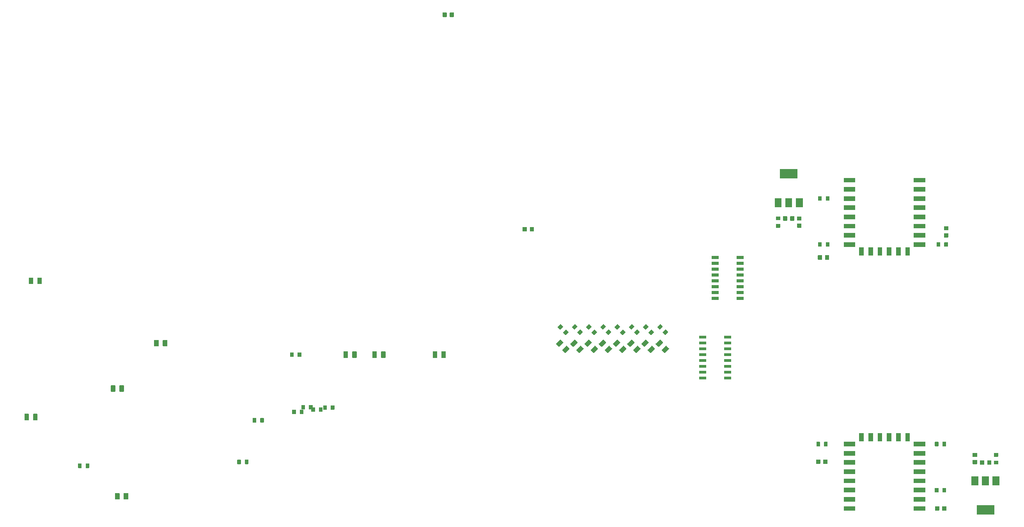
<source format=gbr>
%TF.GenerationSoftware,Flux,Pcbnew,7.0.11-7.0.11~ubuntu20.04.1*%
%TF.CreationDate,2024-08-21T13:08:08+00:00*%
%TF.ProjectId,input,696e7075-742e-46b6-9963-61645f706362,rev?*%
%TF.SameCoordinates,Original*%
%TF.FileFunction,Soldermask,Top*%
%TF.FilePolarity,Negative*%
%FSLAX46Y46*%
G04 Gerber Fmt 4.6, Leading zero omitted, Abs format (unit mm)*
G04 Filename: practical-fuchsia-massive-robot-spider*
G04 Build it with Flux! Visit our site at: https://www.flux.ai (PCBNEW 7.0.11-7.0.11~ubuntu20.04.1) date 2024-08-21 13:08:08*
%MOMM*%
%LPD*%
G01*
G04 APERTURE LIST*
G04 APERTURE END LIST*
%TO.C,*%
G36*
X-49727334Y-4038617D02*
G01*
X-49722737Y-4039376D01*
X-49718200Y-4040434D01*
X-49713741Y-4041786D01*
X-49709380Y-4043428D01*
X-49705137Y-4045351D01*
X-49701027Y-4047547D01*
X-49697071Y-4050007D01*
X-49693284Y-4052721D01*
X-49689682Y-4055677D01*
X-49686281Y-4058862D01*
X-49221288Y-4523855D01*
X-49218103Y-4527256D01*
X-49215147Y-4530857D01*
X-49212433Y-4534645D01*
X-49209973Y-4538601D01*
X-49207777Y-4542710D01*
X-49205854Y-4546954D01*
X-49204213Y-4551315D01*
X-49202860Y-4555773D01*
X-49201802Y-4560311D01*
X-49201043Y-4564908D01*
X-49200586Y-4569545D01*
X-49200586Y-4578858D01*
X-49201043Y-4583495D01*
X-49201802Y-4588092D01*
X-49202860Y-4592629D01*
X-49204213Y-4597088D01*
X-49205854Y-4601448D01*
X-49207777Y-4605692D01*
X-49209973Y-4609801D01*
X-49212433Y-4613758D01*
X-49215147Y-4617545D01*
X-49218103Y-4621147D01*
X-49221288Y-4624547D01*
X-49792347Y-5195607D01*
X-49795748Y-5198792D01*
X-49799350Y-5201747D01*
X-49803137Y-5204461D01*
X-49807093Y-5206922D01*
X-49811203Y-5209118D01*
X-49815446Y-5211041D01*
X-49819807Y-5212682D01*
X-49824266Y-5214035D01*
X-49828803Y-5215093D01*
X-49833400Y-5215852D01*
X-49838037Y-5216308D01*
X-49847350Y-5216308D01*
X-49851987Y-5215852D01*
X-49856584Y-5215093D01*
X-49861121Y-5214035D01*
X-49865580Y-5212682D01*
X-49869941Y-5211041D01*
X-49874184Y-5209118D01*
X-49878293Y-5206922D01*
X-49882250Y-5204461D01*
X-49886037Y-5201747D01*
X-49889639Y-5198792D01*
X-49893039Y-5195607D01*
X-50358033Y-4730613D01*
X-50361218Y-4727213D01*
X-50364174Y-4723611D01*
X-50366888Y-4719824D01*
X-50369348Y-4715867D01*
X-50371544Y-4711758D01*
X-50373467Y-4707514D01*
X-50375108Y-4703154D01*
X-50376461Y-4698695D01*
X-50377519Y-4694158D01*
X-50378278Y-4689561D01*
X-50378734Y-4684924D01*
X-50378734Y-4675611D01*
X-50378278Y-4670974D01*
X-50377519Y-4666377D01*
X-50376461Y-4661839D01*
X-50375108Y-4657381D01*
X-50373467Y-4653020D01*
X-50371544Y-4648776D01*
X-50369348Y-4644667D01*
X-50366888Y-4640711D01*
X-50364174Y-4636923D01*
X-50361218Y-4633322D01*
X-50358033Y-4629921D01*
X-49786973Y-4058862D01*
X-49783573Y-4055677D01*
X-49779971Y-4052721D01*
X-49776184Y-4050007D01*
X-49772227Y-4047547D01*
X-49768118Y-4045351D01*
X-49763875Y-4043428D01*
X-49759514Y-4041786D01*
X-49755055Y-4040434D01*
X-49750518Y-4039376D01*
X-49745921Y-4038617D01*
X-49741284Y-4038160D01*
X-49731971Y-4038160D01*
X-49727334Y-4038617D01*
G37*
G36*
X-48560613Y-5205348D02*
G01*
X-48556016Y-5206107D01*
X-48551479Y-5207165D01*
X-48547020Y-5208518D01*
X-48542659Y-5210159D01*
X-48538416Y-5212082D01*
X-48534307Y-5214278D01*
X-48530350Y-5216739D01*
X-48526563Y-5219453D01*
X-48522961Y-5222408D01*
X-48519561Y-5225593D01*
X-48054567Y-5690587D01*
X-48051382Y-5693987D01*
X-48048426Y-5697589D01*
X-48045712Y-5701376D01*
X-48043252Y-5705333D01*
X-48041056Y-5709442D01*
X-48039133Y-5713686D01*
X-48037492Y-5718046D01*
X-48036139Y-5722505D01*
X-48035081Y-5727042D01*
X-48034322Y-5731639D01*
X-48033866Y-5736276D01*
X-48033866Y-5745589D01*
X-48034322Y-5750226D01*
X-48035081Y-5754823D01*
X-48036139Y-5759361D01*
X-48037492Y-5763819D01*
X-48039133Y-5768180D01*
X-48041056Y-5772424D01*
X-48043252Y-5776533D01*
X-48045712Y-5780489D01*
X-48048426Y-5784277D01*
X-48051382Y-5787878D01*
X-48054567Y-5791279D01*
X-48625627Y-6362338D01*
X-48629027Y-6365523D01*
X-48632629Y-6368479D01*
X-48636416Y-6371193D01*
X-48640373Y-6373653D01*
X-48644482Y-6375849D01*
X-48648725Y-6377772D01*
X-48653086Y-6379414D01*
X-48657545Y-6380766D01*
X-48662082Y-6381824D01*
X-48666679Y-6382583D01*
X-48671316Y-6383040D01*
X-48680629Y-6383040D01*
X-48685266Y-6382583D01*
X-48689863Y-6381824D01*
X-48694400Y-6380766D01*
X-48698859Y-6379414D01*
X-48703220Y-6377772D01*
X-48707463Y-6375849D01*
X-48711573Y-6373653D01*
X-48715529Y-6371193D01*
X-48719316Y-6368479D01*
X-48722918Y-6365523D01*
X-48726319Y-6362338D01*
X-49191312Y-5897345D01*
X-49194497Y-5893944D01*
X-49197453Y-5890343D01*
X-49200167Y-5886555D01*
X-49202627Y-5882599D01*
X-49204823Y-5878490D01*
X-49206746Y-5874246D01*
X-49208387Y-5869885D01*
X-49209740Y-5865427D01*
X-49210798Y-5860889D01*
X-49211557Y-5856292D01*
X-49212014Y-5851655D01*
X-49212014Y-5842342D01*
X-49211557Y-5837705D01*
X-49210798Y-5833108D01*
X-49209740Y-5828571D01*
X-49208387Y-5824112D01*
X-49206746Y-5819752D01*
X-49204823Y-5815508D01*
X-49202627Y-5811399D01*
X-49200167Y-5807442D01*
X-49197453Y-5803655D01*
X-49194497Y-5800053D01*
X-49191312Y-5796653D01*
X-48620253Y-5225593D01*
X-48616852Y-5222408D01*
X-48613250Y-5219453D01*
X-48609463Y-5216739D01*
X-48605507Y-5214278D01*
X-48601397Y-5212082D01*
X-48597154Y-5210159D01*
X-48592793Y-5208518D01*
X-48588334Y-5207165D01*
X-48583797Y-5206107D01*
X-48579200Y-5205348D01*
X-48574563Y-5204892D01*
X-48565250Y-5204892D01*
X-48560613Y-5205348D01*
G37*
G36*
X26674158Y-33711052D02*
G01*
X26678794Y-33711509D01*
X26683391Y-33712268D01*
X26687929Y-33713326D01*
X26692387Y-33714679D01*
X26696748Y-33716320D01*
X26700992Y-33718243D01*
X26705101Y-33720439D01*
X26709057Y-33722899D01*
X26712845Y-33725613D01*
X26716446Y-33728569D01*
X26719847Y-33731754D01*
X26723032Y-33735155D01*
X26725988Y-33738756D01*
X26728701Y-33742543D01*
X26731162Y-33746500D01*
X26733358Y-33750609D01*
X26735281Y-33754853D01*
X26736922Y-33759214D01*
X26738275Y-33763672D01*
X26739333Y-33768210D01*
X26740092Y-33772807D01*
X26740548Y-33777443D01*
X26740701Y-33782100D01*
X26740701Y-34439700D01*
X26740548Y-34444357D01*
X26740092Y-34448993D01*
X26739333Y-34453590D01*
X26738275Y-34458128D01*
X26736922Y-34462586D01*
X26735281Y-34466947D01*
X26733358Y-34471191D01*
X26731162Y-34475300D01*
X26728701Y-34479257D01*
X26725988Y-34483044D01*
X26723032Y-34486645D01*
X26719847Y-34490046D01*
X26716446Y-34493231D01*
X26712845Y-34496187D01*
X26709057Y-34498901D01*
X26705101Y-34501361D01*
X26700992Y-34503557D01*
X26696748Y-34505480D01*
X26692387Y-34507121D01*
X26687929Y-34508474D01*
X26683391Y-34509532D01*
X26678794Y-34510291D01*
X26674158Y-34510748D01*
X26669501Y-34510900D01*
X25861901Y-34510900D01*
X25857244Y-34510748D01*
X25852607Y-34510291D01*
X25848010Y-34509532D01*
X25843473Y-34508474D01*
X25839014Y-34507121D01*
X25834654Y-34505480D01*
X25830410Y-34503557D01*
X25826301Y-34501361D01*
X25822344Y-34498901D01*
X25818557Y-34496187D01*
X25814955Y-34493231D01*
X25811555Y-34490046D01*
X25808370Y-34486645D01*
X25805414Y-34483044D01*
X25802700Y-34479257D01*
X25800240Y-34475300D01*
X25798044Y-34471191D01*
X25796121Y-34466947D01*
X25794479Y-34462586D01*
X25793127Y-34458128D01*
X25792069Y-34453590D01*
X25791310Y-34448993D01*
X25790853Y-34444357D01*
X25790701Y-34439700D01*
X25790701Y-33782100D01*
X25790853Y-33777443D01*
X25791310Y-33772807D01*
X25792069Y-33768210D01*
X25793127Y-33763672D01*
X25794479Y-33759214D01*
X25796121Y-33754853D01*
X25798044Y-33750609D01*
X25800240Y-33746500D01*
X25802700Y-33742543D01*
X25805414Y-33738756D01*
X25808370Y-33735155D01*
X25811555Y-33731754D01*
X25814955Y-33728569D01*
X25818557Y-33725613D01*
X25822344Y-33722899D01*
X25826301Y-33720439D01*
X25830410Y-33718243D01*
X25834654Y-33716320D01*
X25839014Y-33714679D01*
X25843473Y-33713326D01*
X25848010Y-33712268D01*
X25852607Y-33711509D01*
X25857244Y-33711052D01*
X25861901Y-33710900D01*
X26669501Y-33710900D01*
X26674158Y-33711052D01*
G37*
G36*
X26674156Y-32061052D02*
G01*
X26678793Y-32061509D01*
X26683390Y-32062268D01*
X26687927Y-32063326D01*
X26692386Y-32064679D01*
X26696746Y-32066320D01*
X26700990Y-32068243D01*
X26705099Y-32070439D01*
X26709056Y-32072899D01*
X26712843Y-32075613D01*
X26716445Y-32078569D01*
X26719845Y-32081754D01*
X26723030Y-32085155D01*
X26725986Y-32088756D01*
X26728700Y-32092543D01*
X26731160Y-32096500D01*
X26733356Y-32100609D01*
X26735279Y-32104853D01*
X26736921Y-32109214D01*
X26738273Y-32113672D01*
X26739331Y-32118210D01*
X26740090Y-32122807D01*
X26740547Y-32127443D01*
X26740699Y-32132100D01*
X26740699Y-32789700D01*
X26740547Y-32794357D01*
X26740090Y-32798993D01*
X26739331Y-32803590D01*
X26738273Y-32808128D01*
X26736921Y-32812586D01*
X26735279Y-32816947D01*
X26733356Y-32821191D01*
X26731160Y-32825300D01*
X26728700Y-32829257D01*
X26725986Y-32833044D01*
X26723030Y-32836645D01*
X26719845Y-32840046D01*
X26716445Y-32843231D01*
X26712843Y-32846187D01*
X26709056Y-32848901D01*
X26705099Y-32851361D01*
X26700990Y-32853557D01*
X26696746Y-32855480D01*
X26692386Y-32857121D01*
X26687927Y-32858474D01*
X26683390Y-32859532D01*
X26678793Y-32860291D01*
X26674156Y-32860748D01*
X26669499Y-32860900D01*
X25861899Y-32860900D01*
X25857242Y-32860748D01*
X25852606Y-32860291D01*
X25848009Y-32859532D01*
X25843471Y-32858474D01*
X25839013Y-32857121D01*
X25834652Y-32855480D01*
X25830408Y-32853557D01*
X25826299Y-32851361D01*
X25822343Y-32848901D01*
X25818555Y-32846187D01*
X25814954Y-32843231D01*
X25811553Y-32840046D01*
X25808368Y-32836645D01*
X25805412Y-32833044D01*
X25802699Y-32829257D01*
X25800238Y-32825300D01*
X25798042Y-32821191D01*
X25796119Y-32816947D01*
X25794478Y-32812586D01*
X25793125Y-32808128D01*
X25792067Y-32803590D01*
X25791308Y-32798993D01*
X25790852Y-32794357D01*
X25790699Y-32789700D01*
X25790699Y-32132100D01*
X25790852Y-32127443D01*
X25791308Y-32122807D01*
X25792067Y-32118210D01*
X25793125Y-32113672D01*
X25794478Y-32109214D01*
X25796119Y-32104853D01*
X25798042Y-32100609D01*
X25800238Y-32096500D01*
X25802699Y-32092543D01*
X25805412Y-32088756D01*
X25808368Y-32085155D01*
X25811553Y-32081754D01*
X25814954Y-32078569D01*
X25818555Y-32075613D01*
X25822343Y-32072899D01*
X25826299Y-32070439D01*
X25830408Y-32068243D01*
X25834652Y-32066320D01*
X25839013Y-32064679D01*
X25843471Y-32063326D01*
X25848009Y-32062268D01*
X25852606Y-32061509D01*
X25857242Y-32061052D01*
X25861899Y-32060900D01*
X26669499Y-32060900D01*
X26674156Y-32061052D01*
G37*
G36*
X15404557Y-43636055D02*
G01*
X15409193Y-43636511D01*
X15413790Y-43637270D01*
X15418328Y-43638328D01*
X15422786Y-43639681D01*
X15427147Y-43641322D01*
X15431391Y-43643245D01*
X15435500Y-43645441D01*
X15439457Y-43647901D01*
X15443244Y-43650615D01*
X15446845Y-43653571D01*
X15450246Y-43656756D01*
X15453431Y-43660157D01*
X15456387Y-43663758D01*
X15459101Y-43667545D01*
X15461561Y-43671502D01*
X15463757Y-43675611D01*
X15465680Y-43679855D01*
X15467321Y-43684216D01*
X15468674Y-43688674D01*
X15469732Y-43693212D01*
X15470491Y-43697809D01*
X15470948Y-43702445D01*
X15471100Y-43707102D01*
X15471100Y-44514702D01*
X15470948Y-44519359D01*
X15470491Y-44523996D01*
X15469732Y-44528592D01*
X15468674Y-44533130D01*
X15467321Y-44537589D01*
X15465680Y-44541949D01*
X15463757Y-44546193D01*
X15461561Y-44550302D01*
X15459101Y-44554259D01*
X15456387Y-44558046D01*
X15453431Y-44561647D01*
X15450246Y-44565048D01*
X15446845Y-44568233D01*
X15443244Y-44571189D01*
X15439457Y-44573903D01*
X15435500Y-44576363D01*
X15431391Y-44578559D01*
X15427147Y-44580482D01*
X15422786Y-44582123D01*
X15418328Y-44583476D01*
X15413790Y-44584534D01*
X15409193Y-44585293D01*
X15404557Y-44585750D01*
X15399900Y-44585902D01*
X14642300Y-44585902D01*
X14637643Y-44585750D01*
X14633007Y-44585293D01*
X14628410Y-44584534D01*
X14623872Y-44583476D01*
X14619414Y-44582123D01*
X14615053Y-44580482D01*
X14610809Y-44578559D01*
X14606700Y-44576363D01*
X14602743Y-44573903D01*
X14598956Y-44571189D01*
X14595355Y-44568233D01*
X14591954Y-44565048D01*
X14588769Y-44561647D01*
X14585813Y-44558046D01*
X14583099Y-44554259D01*
X14580639Y-44550302D01*
X14578443Y-44546193D01*
X14576520Y-44541949D01*
X14574879Y-44537589D01*
X14573526Y-44533130D01*
X14572468Y-44528592D01*
X14571709Y-44523996D01*
X14571252Y-44519359D01*
X14571100Y-44514702D01*
X14571100Y-43707102D01*
X14571252Y-43702445D01*
X14571709Y-43697809D01*
X14572468Y-43693212D01*
X14573526Y-43688674D01*
X14574879Y-43684216D01*
X14576520Y-43679855D01*
X14578443Y-43675611D01*
X14580639Y-43671502D01*
X14583099Y-43667545D01*
X14585813Y-43663758D01*
X14588769Y-43660157D01*
X14591954Y-43656756D01*
X14595355Y-43653571D01*
X14598956Y-43650615D01*
X14602743Y-43647901D01*
X14606700Y-43645441D01*
X14610809Y-43643245D01*
X14615053Y-43641322D01*
X14619414Y-43639681D01*
X14623872Y-43638328D01*
X14628410Y-43637270D01*
X14633007Y-43636511D01*
X14637643Y-43636055D01*
X14642300Y-43635902D01*
X15399900Y-43635902D01*
X15404557Y-43636055D01*
G37*
G36*
X13854557Y-43636050D02*
G01*
X13859193Y-43636507D01*
X13863790Y-43637266D01*
X13868328Y-43638324D01*
X13872786Y-43639677D01*
X13877147Y-43641318D01*
X13881391Y-43643241D01*
X13885500Y-43645437D01*
X13889457Y-43647897D01*
X13893244Y-43650611D01*
X13896845Y-43653567D01*
X13900246Y-43656752D01*
X13903431Y-43660153D01*
X13906387Y-43663754D01*
X13909101Y-43667541D01*
X13911561Y-43671498D01*
X13913757Y-43675607D01*
X13915680Y-43679851D01*
X13917321Y-43684211D01*
X13918674Y-43688670D01*
X13919732Y-43693208D01*
X13920491Y-43697804D01*
X13920948Y-43702441D01*
X13921100Y-43707098D01*
X13921100Y-44514698D01*
X13920948Y-44519355D01*
X13920491Y-44523991D01*
X13919732Y-44528588D01*
X13918674Y-44533126D01*
X13917321Y-44537584D01*
X13915680Y-44541945D01*
X13913757Y-44546189D01*
X13911561Y-44550298D01*
X13909101Y-44554255D01*
X13906387Y-44558042D01*
X13903431Y-44561643D01*
X13900246Y-44565044D01*
X13896845Y-44568229D01*
X13893244Y-44571185D01*
X13889457Y-44573899D01*
X13885500Y-44576359D01*
X13881391Y-44578555D01*
X13877147Y-44580478D01*
X13872786Y-44582119D01*
X13868328Y-44583472D01*
X13863790Y-44584530D01*
X13859193Y-44585289D01*
X13854557Y-44585745D01*
X13849900Y-44585898D01*
X13092300Y-44585898D01*
X13087643Y-44585745D01*
X13083007Y-44585289D01*
X13078410Y-44584530D01*
X13073872Y-44583472D01*
X13069414Y-44582119D01*
X13065053Y-44580478D01*
X13060809Y-44578555D01*
X13056700Y-44576359D01*
X13052743Y-44573899D01*
X13048956Y-44571185D01*
X13045355Y-44568229D01*
X13041954Y-44565044D01*
X13038769Y-44561643D01*
X13035813Y-44558042D01*
X13033099Y-44554255D01*
X13030639Y-44550298D01*
X13028443Y-44546189D01*
X13026520Y-44541945D01*
X13024879Y-44537584D01*
X13023526Y-44533126D01*
X13022468Y-44528588D01*
X13021709Y-44523991D01*
X13021252Y-44519355D01*
X13021100Y-44514698D01*
X13021100Y-43707098D01*
X13021252Y-43702441D01*
X13021709Y-43697804D01*
X13022468Y-43693208D01*
X13023526Y-43688670D01*
X13024879Y-43684211D01*
X13026520Y-43679851D01*
X13028443Y-43675607D01*
X13030639Y-43671498D01*
X13033099Y-43667541D01*
X13035813Y-43663754D01*
X13038769Y-43660153D01*
X13041954Y-43656752D01*
X13045355Y-43653567D01*
X13048956Y-43650611D01*
X13052743Y-43647897D01*
X13056700Y-43645437D01*
X13060809Y-43643241D01*
X13065053Y-43641318D01*
X13069414Y-43639677D01*
X13073872Y-43638324D01*
X13078410Y-43637266D01*
X13083007Y-43636507D01*
X13087643Y-43636050D01*
X13092300Y-43635898D01*
X13849900Y-43635898D01*
X13854557Y-43636050D01*
G37*
G36*
X-57730861Y-8712842D02*
G01*
X-57724023Y-8713515D01*
X-57717244Y-8714634D01*
X-57710552Y-8716195D01*
X-57703977Y-8718189D01*
X-57697547Y-8720610D01*
X-57691288Y-8723445D01*
X-57685228Y-8726684D01*
X-57679394Y-8730313D01*
X-57673808Y-8734315D01*
X-57668497Y-8738674D01*
X-57663482Y-8743371D01*
X-57122546Y-9284307D01*
X-57117849Y-9289322D01*
X-57113490Y-9294634D01*
X-57109487Y-9300219D01*
X-57105859Y-9306054D01*
X-57102620Y-9312113D01*
X-57099784Y-9318372D01*
X-57097364Y-9324802D01*
X-57095370Y-9331378D01*
X-57093809Y-9338069D01*
X-57092690Y-9344848D01*
X-57092017Y-9351686D01*
X-57091792Y-9358554D01*
X-57092017Y-9365421D01*
X-57092690Y-9372259D01*
X-57093809Y-9379038D01*
X-57095370Y-9385730D01*
X-57097364Y-9392305D01*
X-57099784Y-9398735D01*
X-57102620Y-9404994D01*
X-57105859Y-9411054D01*
X-57109487Y-9416889D01*
X-57113490Y-9422474D01*
X-57117849Y-9427785D01*
X-57122546Y-9432800D01*
X-57964003Y-10274257D01*
X-57969017Y-10278954D01*
X-57974329Y-10283313D01*
X-57979914Y-10287315D01*
X-57985749Y-10290943D01*
X-57991808Y-10294182D01*
X-57998067Y-10297018D01*
X-58004498Y-10299438D01*
X-58011073Y-10301433D01*
X-58017764Y-10302993D01*
X-58024544Y-10304112D01*
X-58031381Y-10304786D01*
X-58038249Y-10305011D01*
X-58045116Y-10304786D01*
X-58051954Y-10304112D01*
X-58058733Y-10302993D01*
X-58065425Y-10301433D01*
X-58072000Y-10299438D01*
X-58078431Y-10297018D01*
X-58084689Y-10294182D01*
X-58090749Y-10290943D01*
X-58096584Y-10287315D01*
X-58102169Y-10283313D01*
X-58107480Y-10278954D01*
X-58112495Y-10274257D01*
X-58653432Y-9733320D01*
X-58658129Y-9728305D01*
X-58662488Y-9722994D01*
X-58666490Y-9717409D01*
X-58670118Y-9711574D01*
X-58673357Y-9705514D01*
X-58676193Y-9699256D01*
X-58678613Y-9692825D01*
X-58680608Y-9686250D01*
X-58682168Y-9679558D01*
X-58683287Y-9672779D01*
X-58683961Y-9665941D01*
X-58684185Y-9659074D01*
X-58683961Y-9652207D01*
X-58683287Y-9645369D01*
X-58682168Y-9638590D01*
X-58680608Y-9631898D01*
X-58678613Y-9625323D01*
X-58676193Y-9618892D01*
X-58673357Y-9612634D01*
X-58670118Y-9606574D01*
X-58666490Y-9600739D01*
X-58662488Y-9595154D01*
X-58658129Y-9589843D01*
X-58653432Y-9584828D01*
X-57811975Y-8743371D01*
X-57806960Y-8738674D01*
X-57801648Y-8734315D01*
X-57796063Y-8730313D01*
X-57790228Y-8726684D01*
X-57784169Y-8723445D01*
X-57777910Y-8720610D01*
X-57771480Y-8718189D01*
X-57764904Y-8716195D01*
X-57758213Y-8714634D01*
X-57751434Y-8713515D01*
X-57744596Y-8712842D01*
X-57737728Y-8712617D01*
X-57730861Y-8712842D01*
G37*
G36*
X-59056684Y-7387014D02*
G01*
X-59049846Y-7387688D01*
X-59043067Y-7388807D01*
X-59036375Y-7390367D01*
X-59029800Y-7392362D01*
X-59023369Y-7394782D01*
X-59017111Y-7397618D01*
X-59011051Y-7400857D01*
X-59005216Y-7404485D01*
X-58999631Y-7408487D01*
X-58994320Y-7412846D01*
X-58989305Y-7417543D01*
X-58448368Y-7958480D01*
X-58443671Y-7963495D01*
X-58439312Y-7968806D01*
X-58435310Y-7974391D01*
X-58431682Y-7980226D01*
X-58428443Y-7986286D01*
X-58425607Y-7992544D01*
X-58423187Y-7998975D01*
X-58421192Y-8005550D01*
X-58419632Y-8012242D01*
X-58418513Y-8019021D01*
X-58417839Y-8025859D01*
X-58417615Y-8032726D01*
X-58417839Y-8039593D01*
X-58418513Y-8046431D01*
X-58419632Y-8053210D01*
X-58421192Y-8059902D01*
X-58423187Y-8066477D01*
X-58425607Y-8072908D01*
X-58428443Y-8079166D01*
X-58431682Y-8085226D01*
X-58435310Y-8091061D01*
X-58439312Y-8096646D01*
X-58443671Y-8101957D01*
X-58448368Y-8106972D01*
X-59289825Y-8948429D01*
X-59294840Y-8953126D01*
X-59300152Y-8957485D01*
X-59305737Y-8961487D01*
X-59311572Y-8965116D01*
X-59317631Y-8968355D01*
X-59323890Y-8971190D01*
X-59330320Y-8973611D01*
X-59336896Y-8975605D01*
X-59343587Y-8977166D01*
X-59350366Y-8978285D01*
X-59357204Y-8978958D01*
X-59364072Y-8979183D01*
X-59370939Y-8978958D01*
X-59377777Y-8978285D01*
X-59384556Y-8977166D01*
X-59391248Y-8975605D01*
X-59397823Y-8973611D01*
X-59404253Y-8971190D01*
X-59410512Y-8968355D01*
X-59416572Y-8965116D01*
X-59422406Y-8961487D01*
X-59427992Y-8957485D01*
X-59433303Y-8953126D01*
X-59438318Y-8948429D01*
X-59979254Y-8407493D01*
X-59983951Y-8402478D01*
X-59988310Y-8397166D01*
X-59992313Y-8391581D01*
X-59995941Y-8385746D01*
X-59999180Y-8379687D01*
X-60002016Y-8373428D01*
X-60004436Y-8366998D01*
X-60006430Y-8360422D01*
X-60007991Y-8353731D01*
X-60009110Y-8346952D01*
X-60009783Y-8340114D01*
X-60010008Y-8333246D01*
X-60009783Y-8326379D01*
X-60009110Y-8319541D01*
X-60007991Y-8312762D01*
X-60006430Y-8306070D01*
X-60004436Y-8299495D01*
X-60002016Y-8293065D01*
X-59999180Y-8286806D01*
X-59995941Y-8280746D01*
X-59992313Y-8274911D01*
X-59988310Y-8269326D01*
X-59983951Y-8264015D01*
X-59979254Y-8259000D01*
X-59137797Y-7417543D01*
X-59132783Y-7412846D01*
X-59127471Y-7408487D01*
X-59121886Y-7404485D01*
X-59116051Y-7400857D01*
X-59109992Y-7397618D01*
X-59103733Y-7394782D01*
X-59097302Y-7392362D01*
X-59090727Y-7390367D01*
X-59084036Y-7388807D01*
X-59077256Y-7387688D01*
X-59070419Y-7387014D01*
X-59063551Y-7386789D01*
X-59056684Y-7387014D01*
G37*
G36*
X-66995961Y-8712842D02*
G01*
X-66989123Y-8713515D01*
X-66982344Y-8714634D01*
X-66975652Y-8716195D01*
X-66969077Y-8718189D01*
X-66962647Y-8720610D01*
X-66956388Y-8723445D01*
X-66950328Y-8726684D01*
X-66944494Y-8730313D01*
X-66938908Y-8734315D01*
X-66933597Y-8738674D01*
X-66928582Y-8743371D01*
X-66387646Y-9284307D01*
X-66382949Y-9289322D01*
X-66378590Y-9294634D01*
X-66374587Y-9300219D01*
X-66370959Y-9306054D01*
X-66367720Y-9312113D01*
X-66364884Y-9318372D01*
X-66362464Y-9324802D01*
X-66360470Y-9331378D01*
X-66358909Y-9338069D01*
X-66357790Y-9344848D01*
X-66357117Y-9351686D01*
X-66356892Y-9358554D01*
X-66357117Y-9365421D01*
X-66357790Y-9372259D01*
X-66358909Y-9379038D01*
X-66360470Y-9385730D01*
X-66362464Y-9392305D01*
X-66364884Y-9398735D01*
X-66367720Y-9404994D01*
X-66370959Y-9411054D01*
X-66374587Y-9416889D01*
X-66378590Y-9422474D01*
X-66382949Y-9427785D01*
X-66387646Y-9432800D01*
X-67229103Y-10274257D01*
X-67234117Y-10278954D01*
X-67239429Y-10283313D01*
X-67245014Y-10287315D01*
X-67250849Y-10290943D01*
X-67256908Y-10294182D01*
X-67263167Y-10297018D01*
X-67269598Y-10299438D01*
X-67276173Y-10301433D01*
X-67282864Y-10302993D01*
X-67289644Y-10304112D01*
X-67296481Y-10304786D01*
X-67303349Y-10305011D01*
X-67310216Y-10304786D01*
X-67317054Y-10304112D01*
X-67323833Y-10302993D01*
X-67330525Y-10301433D01*
X-67337100Y-10299438D01*
X-67343531Y-10297018D01*
X-67349789Y-10294182D01*
X-67355849Y-10290943D01*
X-67361684Y-10287315D01*
X-67367269Y-10283313D01*
X-67372580Y-10278954D01*
X-67377595Y-10274257D01*
X-67918532Y-9733320D01*
X-67923229Y-9728305D01*
X-67927588Y-9722994D01*
X-67931590Y-9717409D01*
X-67935218Y-9711574D01*
X-67938457Y-9705514D01*
X-67941293Y-9699256D01*
X-67943713Y-9692825D01*
X-67945708Y-9686250D01*
X-67947268Y-9679558D01*
X-67948387Y-9672779D01*
X-67949061Y-9665941D01*
X-67949285Y-9659074D01*
X-67949061Y-9652207D01*
X-67948387Y-9645369D01*
X-67947268Y-9638590D01*
X-67945708Y-9631898D01*
X-67943713Y-9625323D01*
X-67941293Y-9618892D01*
X-67938457Y-9612634D01*
X-67935218Y-9606574D01*
X-67931590Y-9600739D01*
X-67927588Y-9595154D01*
X-67923229Y-9589843D01*
X-67918532Y-9584828D01*
X-67077075Y-8743371D01*
X-67072060Y-8738674D01*
X-67066748Y-8734315D01*
X-67061163Y-8730313D01*
X-67055328Y-8726684D01*
X-67049269Y-8723445D01*
X-67043010Y-8720610D01*
X-67036580Y-8718189D01*
X-67030004Y-8716195D01*
X-67023313Y-8714634D01*
X-67016534Y-8713515D01*
X-67009696Y-8712842D01*
X-67002828Y-8712617D01*
X-66995961Y-8712842D01*
G37*
G36*
X-68321784Y-7387014D02*
G01*
X-68314946Y-7387688D01*
X-68308167Y-7388807D01*
X-68301475Y-7390367D01*
X-68294900Y-7392362D01*
X-68288469Y-7394782D01*
X-68282211Y-7397618D01*
X-68276151Y-7400857D01*
X-68270316Y-7404485D01*
X-68264731Y-7408487D01*
X-68259420Y-7412846D01*
X-68254405Y-7417543D01*
X-67713468Y-7958480D01*
X-67708771Y-7963495D01*
X-67704412Y-7968806D01*
X-67700410Y-7974391D01*
X-67696782Y-7980226D01*
X-67693543Y-7986286D01*
X-67690707Y-7992544D01*
X-67688287Y-7998975D01*
X-67686292Y-8005550D01*
X-67684732Y-8012242D01*
X-67683613Y-8019021D01*
X-67682939Y-8025859D01*
X-67682715Y-8032726D01*
X-67682939Y-8039593D01*
X-67683613Y-8046431D01*
X-67684732Y-8053210D01*
X-67686292Y-8059902D01*
X-67688287Y-8066477D01*
X-67690707Y-8072908D01*
X-67693543Y-8079166D01*
X-67696782Y-8085226D01*
X-67700410Y-8091061D01*
X-67704412Y-8096646D01*
X-67708771Y-8101957D01*
X-67713468Y-8106972D01*
X-68554925Y-8948429D01*
X-68559940Y-8953126D01*
X-68565252Y-8957485D01*
X-68570837Y-8961487D01*
X-68576672Y-8965116D01*
X-68582731Y-8968355D01*
X-68588990Y-8971190D01*
X-68595420Y-8973611D01*
X-68601996Y-8975605D01*
X-68608687Y-8977166D01*
X-68615466Y-8978285D01*
X-68622304Y-8978958D01*
X-68629172Y-8979183D01*
X-68636039Y-8978958D01*
X-68642877Y-8978285D01*
X-68649656Y-8977166D01*
X-68656348Y-8975605D01*
X-68662923Y-8973611D01*
X-68669353Y-8971190D01*
X-68675612Y-8968355D01*
X-68681672Y-8965116D01*
X-68687506Y-8961487D01*
X-68693092Y-8957485D01*
X-68698403Y-8953126D01*
X-68703418Y-8948429D01*
X-69244354Y-8407493D01*
X-69249051Y-8402478D01*
X-69253410Y-8397166D01*
X-69257413Y-8391581D01*
X-69261041Y-8385746D01*
X-69264280Y-8379687D01*
X-69267116Y-8373428D01*
X-69269536Y-8366998D01*
X-69271530Y-8360422D01*
X-69273091Y-8353731D01*
X-69274210Y-8346952D01*
X-69274883Y-8340114D01*
X-69275108Y-8333246D01*
X-69274883Y-8326379D01*
X-69274210Y-8319541D01*
X-69273091Y-8312762D01*
X-69271530Y-8306070D01*
X-69269536Y-8299495D01*
X-69267116Y-8293065D01*
X-69264280Y-8286806D01*
X-69261041Y-8280746D01*
X-69257413Y-8274911D01*
X-69253410Y-8269326D01*
X-69249051Y-8264015D01*
X-69244354Y-8259000D01*
X-68402897Y-7417543D01*
X-68397883Y-7412846D01*
X-68392571Y-7408487D01*
X-68386986Y-7404485D01*
X-68381151Y-7400857D01*
X-68375092Y-7397618D01*
X-68368833Y-7394782D01*
X-68362402Y-7392362D01*
X-68355827Y-7390367D01*
X-68349136Y-7388807D01*
X-68342356Y-7387688D01*
X-68335519Y-7387014D01*
X-68328651Y-7386789D01*
X-68321784Y-7387014D01*
G37*
G36*
X-65169034Y-4038617D02*
G01*
X-65164437Y-4039376D01*
X-65159900Y-4040434D01*
X-65155441Y-4041786D01*
X-65151080Y-4043428D01*
X-65146837Y-4045351D01*
X-65142727Y-4047547D01*
X-65138771Y-4050007D01*
X-65134984Y-4052721D01*
X-65131382Y-4055677D01*
X-65127981Y-4058862D01*
X-64662988Y-4523855D01*
X-64659803Y-4527256D01*
X-64656847Y-4530857D01*
X-64654133Y-4534645D01*
X-64651673Y-4538601D01*
X-64649477Y-4542710D01*
X-64647554Y-4546954D01*
X-64645913Y-4551315D01*
X-64644560Y-4555773D01*
X-64643502Y-4560311D01*
X-64642743Y-4564908D01*
X-64642286Y-4569545D01*
X-64642286Y-4578858D01*
X-64642743Y-4583495D01*
X-64643502Y-4588092D01*
X-64644560Y-4592629D01*
X-64645913Y-4597088D01*
X-64647554Y-4601448D01*
X-64649477Y-4605692D01*
X-64651673Y-4609801D01*
X-64654133Y-4613758D01*
X-64656847Y-4617545D01*
X-64659803Y-4621147D01*
X-64662988Y-4624547D01*
X-65234047Y-5195607D01*
X-65237448Y-5198792D01*
X-65241050Y-5201747D01*
X-65244837Y-5204461D01*
X-65248793Y-5206922D01*
X-65252903Y-5209118D01*
X-65257146Y-5211041D01*
X-65261507Y-5212682D01*
X-65265966Y-5214035D01*
X-65270503Y-5215093D01*
X-65275100Y-5215852D01*
X-65279737Y-5216308D01*
X-65289050Y-5216308D01*
X-65293687Y-5215852D01*
X-65298284Y-5215093D01*
X-65302821Y-5214035D01*
X-65307280Y-5212682D01*
X-65311641Y-5211041D01*
X-65315884Y-5209118D01*
X-65319993Y-5206922D01*
X-65323950Y-5204461D01*
X-65327737Y-5201747D01*
X-65331339Y-5198792D01*
X-65334739Y-5195607D01*
X-65799733Y-4730613D01*
X-65802918Y-4727213D01*
X-65805874Y-4723611D01*
X-65808588Y-4719824D01*
X-65811048Y-4715867D01*
X-65813244Y-4711758D01*
X-65815167Y-4707514D01*
X-65816808Y-4703154D01*
X-65818161Y-4698695D01*
X-65819219Y-4694158D01*
X-65819978Y-4689561D01*
X-65820434Y-4684924D01*
X-65820434Y-4675611D01*
X-65819978Y-4670974D01*
X-65819219Y-4666377D01*
X-65818161Y-4661839D01*
X-65816808Y-4657381D01*
X-65815167Y-4653020D01*
X-65813244Y-4648776D01*
X-65811048Y-4644667D01*
X-65808588Y-4640711D01*
X-65805874Y-4636923D01*
X-65802918Y-4633322D01*
X-65799733Y-4629921D01*
X-65228673Y-4058862D01*
X-65225273Y-4055677D01*
X-65221671Y-4052721D01*
X-65217884Y-4050007D01*
X-65213927Y-4047547D01*
X-65209818Y-4045351D01*
X-65205575Y-4043428D01*
X-65201214Y-4041786D01*
X-65196755Y-4040434D01*
X-65192218Y-4039376D01*
X-65187621Y-4038617D01*
X-65182984Y-4038160D01*
X-65173671Y-4038160D01*
X-65169034Y-4038617D01*
G37*
G36*
X-64002313Y-5205348D02*
G01*
X-63997716Y-5206107D01*
X-63993179Y-5207165D01*
X-63988720Y-5208518D01*
X-63984359Y-5210159D01*
X-63980116Y-5212082D01*
X-63976007Y-5214278D01*
X-63972050Y-5216739D01*
X-63968263Y-5219453D01*
X-63964661Y-5222408D01*
X-63961261Y-5225593D01*
X-63496267Y-5690587D01*
X-63493082Y-5693987D01*
X-63490126Y-5697589D01*
X-63487412Y-5701376D01*
X-63484952Y-5705333D01*
X-63482756Y-5709442D01*
X-63480833Y-5713686D01*
X-63479192Y-5718046D01*
X-63477839Y-5722505D01*
X-63476781Y-5727042D01*
X-63476022Y-5731639D01*
X-63475566Y-5736276D01*
X-63475566Y-5745589D01*
X-63476022Y-5750226D01*
X-63476781Y-5754823D01*
X-63477839Y-5759361D01*
X-63479192Y-5763819D01*
X-63480833Y-5768180D01*
X-63482756Y-5772424D01*
X-63484952Y-5776533D01*
X-63487412Y-5780489D01*
X-63490126Y-5784277D01*
X-63493082Y-5787878D01*
X-63496267Y-5791279D01*
X-64067327Y-6362338D01*
X-64070727Y-6365523D01*
X-64074329Y-6368479D01*
X-64078116Y-6371193D01*
X-64082073Y-6373653D01*
X-64086182Y-6375849D01*
X-64090425Y-6377772D01*
X-64094786Y-6379414D01*
X-64099245Y-6380766D01*
X-64103782Y-6381824D01*
X-64108379Y-6382583D01*
X-64113016Y-6383040D01*
X-64122329Y-6383040D01*
X-64126966Y-6382583D01*
X-64131563Y-6381824D01*
X-64136100Y-6380766D01*
X-64140559Y-6379414D01*
X-64144920Y-6377772D01*
X-64149163Y-6375849D01*
X-64153273Y-6373653D01*
X-64157229Y-6371193D01*
X-64161016Y-6368479D01*
X-64164618Y-6365523D01*
X-64168019Y-6362338D01*
X-64633012Y-5897345D01*
X-64636197Y-5893944D01*
X-64639153Y-5890343D01*
X-64641867Y-5886555D01*
X-64644327Y-5882599D01*
X-64646523Y-5878490D01*
X-64648446Y-5874246D01*
X-64650087Y-5869885D01*
X-64651440Y-5865427D01*
X-64652498Y-5860889D01*
X-64653257Y-5856292D01*
X-64653714Y-5851655D01*
X-64653714Y-5842342D01*
X-64653257Y-5837705D01*
X-64652498Y-5833108D01*
X-64651440Y-5828571D01*
X-64650087Y-5824112D01*
X-64648446Y-5819752D01*
X-64646523Y-5815508D01*
X-64644327Y-5811399D01*
X-64641867Y-5807442D01*
X-64639153Y-5803655D01*
X-64636197Y-5800053D01*
X-64633012Y-5796653D01*
X-64061953Y-5225593D01*
X-64058552Y-5222408D01*
X-64054950Y-5219453D01*
X-64051163Y-5216739D01*
X-64047207Y-5214278D01*
X-64043097Y-5212082D01*
X-64038854Y-5210159D01*
X-64034493Y-5208518D01*
X-64030034Y-5207165D01*
X-64025497Y-5206107D01*
X-64020900Y-5205348D01*
X-64016263Y-5204892D01*
X-64006950Y-5204892D01*
X-64002313Y-5205348D01*
G37*
G36*
X-16050744Y19371848D02*
G01*
X-16046107Y19371391D01*
X-16041510Y19370632D01*
X-16036973Y19369574D01*
X-16032514Y19368221D01*
X-16028154Y19366580D01*
X-16023910Y19364657D01*
X-16019801Y19362461D01*
X-16015844Y19360001D01*
X-16012057Y19357287D01*
X-16008455Y19354331D01*
X-16005055Y19351146D01*
X-16001870Y19347745D01*
X-15998914Y19344144D01*
X-15996200Y19340357D01*
X-15993740Y19336400D01*
X-15991543Y19332291D01*
X-15989621Y19328047D01*
X-15987979Y19323686D01*
X-15986627Y19319228D01*
X-15985569Y19314690D01*
X-15984810Y19310093D01*
X-15984353Y19305457D01*
X-15984201Y19300800D01*
X-15984201Y18543200D01*
X-15984353Y18538543D01*
X-15984810Y18533907D01*
X-15985569Y18529310D01*
X-15986627Y18524772D01*
X-15987979Y18520314D01*
X-15989621Y18515953D01*
X-15991543Y18511709D01*
X-15993740Y18507600D01*
X-15996200Y18503643D01*
X-15998914Y18499856D01*
X-16001870Y18496255D01*
X-16005055Y18492854D01*
X-16008455Y18489669D01*
X-16012057Y18486713D01*
X-16015844Y18483999D01*
X-16019801Y18481539D01*
X-16023910Y18479343D01*
X-16028154Y18477420D01*
X-16032514Y18475779D01*
X-16036973Y18474426D01*
X-16041510Y18473368D01*
X-16046107Y18472609D01*
X-16050744Y18472152D01*
X-16055401Y18472000D01*
X-16863001Y18472000D01*
X-16867657Y18472152D01*
X-16872294Y18472609D01*
X-16876891Y18473368D01*
X-16881429Y18474426D01*
X-16885887Y18475779D01*
X-16890248Y18477420D01*
X-16894492Y18479343D01*
X-16898601Y18481539D01*
X-16902557Y18483999D01*
X-16906345Y18486713D01*
X-16909946Y18489669D01*
X-16913347Y18492854D01*
X-16916532Y18496255D01*
X-16919488Y18499856D01*
X-16922201Y18503643D01*
X-16924662Y18507600D01*
X-16926858Y18511709D01*
X-16928781Y18515953D01*
X-16930422Y18520314D01*
X-16931775Y18524772D01*
X-16932833Y18529310D01*
X-16933592Y18533907D01*
X-16934048Y18538543D01*
X-16934201Y18543200D01*
X-16934201Y19300800D01*
X-16934048Y19305457D01*
X-16933592Y19310093D01*
X-16932833Y19314690D01*
X-16931775Y19319228D01*
X-16930422Y19323686D01*
X-16928781Y19328047D01*
X-16926858Y19332291D01*
X-16924662Y19336400D01*
X-16922201Y19340357D01*
X-16919488Y19344144D01*
X-16916532Y19347745D01*
X-16913347Y19351146D01*
X-16909946Y19354331D01*
X-16906345Y19357287D01*
X-16902557Y19360001D01*
X-16898601Y19362461D01*
X-16894492Y19364657D01*
X-16890248Y19366580D01*
X-16885887Y19368221D01*
X-16881429Y19369574D01*
X-16876891Y19370632D01*
X-16872294Y19371391D01*
X-16867657Y19371848D01*
X-16863001Y19372000D01*
X-16055401Y19372000D01*
X-16050744Y19371848D01*
G37*
G36*
X-16050743Y17821848D02*
G01*
X-16046106Y17821391D01*
X-16041509Y17820632D01*
X-16036971Y17819574D01*
X-16032513Y17818221D01*
X-16028152Y17816580D01*
X-16023908Y17814657D01*
X-16019799Y17812461D01*
X-16015843Y17810001D01*
X-16012055Y17807287D01*
X-16008454Y17804331D01*
X-16005053Y17801146D01*
X-16001868Y17797745D01*
X-15998912Y17794144D01*
X-15996199Y17790357D01*
X-15993738Y17786400D01*
X-15991542Y17782291D01*
X-15989619Y17778047D01*
X-15987978Y17773686D01*
X-15986625Y17769228D01*
X-15985567Y17764690D01*
X-15984808Y17760093D01*
X-15984352Y17755457D01*
X-15984199Y17750800D01*
X-15984199Y16993200D01*
X-15984352Y16988543D01*
X-15984808Y16983907D01*
X-15985567Y16979310D01*
X-15986625Y16974772D01*
X-15987978Y16970314D01*
X-15989619Y16965953D01*
X-15991542Y16961709D01*
X-15993738Y16957600D01*
X-15996199Y16953643D01*
X-15998912Y16949856D01*
X-16001868Y16946255D01*
X-16005053Y16942854D01*
X-16008454Y16939669D01*
X-16012055Y16936713D01*
X-16015843Y16933999D01*
X-16019799Y16931539D01*
X-16023908Y16929343D01*
X-16028152Y16927420D01*
X-16032513Y16925779D01*
X-16036971Y16924426D01*
X-16041509Y16923368D01*
X-16046106Y16922609D01*
X-16050743Y16922152D01*
X-16055399Y16922000D01*
X-16862999Y16922000D01*
X-16867656Y16922152D01*
X-16872293Y16922609D01*
X-16876890Y16923368D01*
X-16881427Y16924426D01*
X-16885886Y16925779D01*
X-16890246Y16927420D01*
X-16894490Y16929343D01*
X-16898599Y16931539D01*
X-16902556Y16933999D01*
X-16906343Y16936713D01*
X-16909945Y16939669D01*
X-16913345Y16942854D01*
X-16916530Y16946255D01*
X-16919486Y16949856D01*
X-16922200Y16953643D01*
X-16924660Y16957600D01*
X-16926857Y16961709D01*
X-16928779Y16965953D01*
X-16930421Y16970314D01*
X-16931773Y16974772D01*
X-16932831Y16979310D01*
X-16933590Y16983907D01*
X-16934047Y16988543D01*
X-16934199Y16993200D01*
X-16934199Y17750800D01*
X-16934047Y17755457D01*
X-16933590Y17760093D01*
X-16932831Y17764690D01*
X-16931773Y17769228D01*
X-16930421Y17773686D01*
X-16928779Y17778047D01*
X-16926857Y17782291D01*
X-16924660Y17786400D01*
X-16922200Y17790357D01*
X-16919486Y17794144D01*
X-16916530Y17797745D01*
X-16913345Y17801146D01*
X-16909945Y17804331D01*
X-16906343Y17807287D01*
X-16902556Y17810001D01*
X-16898599Y17812461D01*
X-16894490Y17814657D01*
X-16890246Y17816580D01*
X-16885886Y17818221D01*
X-16881427Y17819574D01*
X-16876890Y17820632D01*
X-16872293Y17821391D01*
X-16867656Y17821848D01*
X-16862999Y17822000D01*
X-16055399Y17822000D01*
X-16050743Y17821848D01*
G37*
G36*
X-54642561Y-8712842D02*
G01*
X-54635723Y-8713515D01*
X-54628944Y-8714634D01*
X-54622252Y-8716195D01*
X-54615677Y-8718189D01*
X-54609247Y-8720610D01*
X-54602988Y-8723445D01*
X-54596928Y-8726684D01*
X-54591094Y-8730313D01*
X-54585508Y-8734315D01*
X-54580197Y-8738674D01*
X-54575182Y-8743371D01*
X-54034246Y-9284307D01*
X-54029549Y-9289322D01*
X-54025190Y-9294634D01*
X-54021187Y-9300219D01*
X-54017559Y-9306054D01*
X-54014320Y-9312113D01*
X-54011484Y-9318372D01*
X-54009064Y-9324802D01*
X-54007070Y-9331378D01*
X-54005509Y-9338069D01*
X-54004390Y-9344848D01*
X-54003717Y-9351686D01*
X-54003492Y-9358554D01*
X-54003717Y-9365421D01*
X-54004390Y-9372259D01*
X-54005509Y-9379038D01*
X-54007070Y-9385730D01*
X-54009064Y-9392305D01*
X-54011484Y-9398735D01*
X-54014320Y-9404994D01*
X-54017559Y-9411054D01*
X-54021187Y-9416889D01*
X-54025190Y-9422474D01*
X-54029549Y-9427785D01*
X-54034246Y-9432800D01*
X-54875703Y-10274257D01*
X-54880717Y-10278954D01*
X-54886029Y-10283313D01*
X-54891614Y-10287315D01*
X-54897449Y-10290943D01*
X-54903508Y-10294182D01*
X-54909767Y-10297018D01*
X-54916198Y-10299438D01*
X-54922773Y-10301433D01*
X-54929464Y-10302993D01*
X-54936244Y-10304112D01*
X-54943081Y-10304786D01*
X-54949949Y-10305011D01*
X-54956816Y-10304786D01*
X-54963654Y-10304112D01*
X-54970433Y-10302993D01*
X-54977125Y-10301433D01*
X-54983700Y-10299438D01*
X-54990131Y-10297018D01*
X-54996389Y-10294182D01*
X-55002449Y-10290943D01*
X-55008284Y-10287315D01*
X-55013869Y-10283313D01*
X-55019180Y-10278954D01*
X-55024195Y-10274257D01*
X-55565132Y-9733320D01*
X-55569829Y-9728305D01*
X-55574188Y-9722994D01*
X-55578190Y-9717409D01*
X-55581818Y-9711574D01*
X-55585057Y-9705514D01*
X-55587893Y-9699256D01*
X-55590313Y-9692825D01*
X-55592308Y-9686250D01*
X-55593868Y-9679558D01*
X-55594987Y-9672779D01*
X-55595661Y-9665941D01*
X-55595885Y-9659074D01*
X-55595661Y-9652207D01*
X-55594987Y-9645369D01*
X-55593868Y-9638590D01*
X-55592308Y-9631898D01*
X-55590313Y-9625323D01*
X-55587893Y-9618892D01*
X-55585057Y-9612634D01*
X-55581818Y-9606574D01*
X-55578190Y-9600739D01*
X-55574188Y-9595154D01*
X-55569829Y-9589843D01*
X-55565132Y-9584828D01*
X-54723675Y-8743371D01*
X-54718660Y-8738674D01*
X-54713348Y-8734315D01*
X-54707763Y-8730313D01*
X-54701928Y-8726684D01*
X-54695869Y-8723445D01*
X-54689610Y-8720610D01*
X-54683180Y-8718189D01*
X-54676604Y-8716195D01*
X-54669913Y-8714634D01*
X-54663134Y-8713515D01*
X-54656296Y-8712842D01*
X-54649428Y-8712617D01*
X-54642561Y-8712842D01*
G37*
G36*
X-55968384Y-7387014D02*
G01*
X-55961546Y-7387688D01*
X-55954767Y-7388807D01*
X-55948075Y-7390367D01*
X-55941500Y-7392362D01*
X-55935069Y-7394782D01*
X-55928811Y-7397618D01*
X-55922751Y-7400857D01*
X-55916916Y-7404485D01*
X-55911331Y-7408487D01*
X-55906020Y-7412846D01*
X-55901005Y-7417543D01*
X-55360068Y-7958480D01*
X-55355371Y-7963495D01*
X-55351012Y-7968806D01*
X-55347010Y-7974391D01*
X-55343382Y-7980226D01*
X-55340143Y-7986286D01*
X-55337307Y-7992544D01*
X-55334887Y-7998975D01*
X-55332892Y-8005550D01*
X-55331332Y-8012242D01*
X-55330213Y-8019021D01*
X-55329539Y-8025859D01*
X-55329315Y-8032726D01*
X-55329539Y-8039593D01*
X-55330213Y-8046431D01*
X-55331332Y-8053210D01*
X-55332892Y-8059902D01*
X-55334887Y-8066477D01*
X-55337307Y-8072908D01*
X-55340143Y-8079166D01*
X-55343382Y-8085226D01*
X-55347010Y-8091061D01*
X-55351012Y-8096646D01*
X-55355371Y-8101957D01*
X-55360068Y-8106972D01*
X-56201525Y-8948429D01*
X-56206540Y-8953126D01*
X-56211852Y-8957485D01*
X-56217437Y-8961487D01*
X-56223272Y-8965116D01*
X-56229331Y-8968355D01*
X-56235590Y-8971190D01*
X-56242020Y-8973611D01*
X-56248596Y-8975605D01*
X-56255287Y-8977166D01*
X-56262066Y-8978285D01*
X-56268904Y-8978958D01*
X-56275772Y-8979183D01*
X-56282639Y-8978958D01*
X-56289477Y-8978285D01*
X-56296256Y-8977166D01*
X-56302948Y-8975605D01*
X-56309523Y-8973611D01*
X-56315953Y-8971190D01*
X-56322212Y-8968355D01*
X-56328272Y-8965116D01*
X-56334106Y-8961487D01*
X-56339692Y-8957485D01*
X-56345003Y-8953126D01*
X-56350018Y-8948429D01*
X-56890954Y-8407493D01*
X-56895651Y-8402478D01*
X-56900010Y-8397166D01*
X-56904013Y-8391581D01*
X-56907641Y-8385746D01*
X-56910880Y-8379687D01*
X-56913716Y-8373428D01*
X-56916136Y-8366998D01*
X-56918130Y-8360422D01*
X-56919691Y-8353731D01*
X-56920810Y-8346952D01*
X-56921483Y-8340114D01*
X-56921708Y-8333246D01*
X-56921483Y-8326379D01*
X-56920810Y-8319541D01*
X-56919691Y-8312762D01*
X-56918130Y-8306070D01*
X-56916136Y-8299495D01*
X-56913716Y-8293065D01*
X-56910880Y-8286806D01*
X-56907641Y-8280746D01*
X-56904013Y-8274911D01*
X-56900010Y-8269326D01*
X-56895651Y-8264015D01*
X-56890954Y-8259000D01*
X-56049497Y-7417543D01*
X-56044483Y-7412846D01*
X-56039171Y-7408487D01*
X-56033586Y-7404485D01*
X-56027751Y-7400857D01*
X-56021692Y-7397618D01*
X-56015433Y-7394782D01*
X-56009002Y-7392362D01*
X-56002427Y-7390367D01*
X-55995736Y-7388807D01*
X-55988956Y-7387688D01*
X-55982119Y-7387014D01*
X-55975251Y-7386789D01*
X-55968384Y-7387014D01*
G37*
G36*
X15820556Y17259048D02*
G01*
X15825193Y17258591D01*
X15829790Y17257832D01*
X15834327Y17256774D01*
X15838786Y17255421D01*
X15843146Y17253780D01*
X15847390Y17251857D01*
X15851499Y17249661D01*
X15855456Y17247201D01*
X15859243Y17244487D01*
X15862845Y17241531D01*
X15866245Y17238346D01*
X15869430Y17234945D01*
X15872386Y17231344D01*
X15875100Y17227557D01*
X15877560Y17223600D01*
X15879757Y17219491D01*
X15881679Y17215247D01*
X15883321Y17210886D01*
X15884673Y17206428D01*
X15885731Y17201890D01*
X15886490Y17197293D01*
X15886947Y17192657D01*
X15887099Y17188000D01*
X15887099Y16430400D01*
X15886947Y16425743D01*
X15886490Y16421107D01*
X15885731Y16416510D01*
X15884673Y16411972D01*
X15883321Y16407514D01*
X15881679Y16403153D01*
X15879757Y16398909D01*
X15877560Y16394800D01*
X15875100Y16390843D01*
X15872386Y16387056D01*
X15869430Y16383455D01*
X15866245Y16380054D01*
X15862845Y16376869D01*
X15859243Y16373913D01*
X15855456Y16371199D01*
X15851499Y16368739D01*
X15847390Y16366543D01*
X15843146Y16364620D01*
X15838786Y16362979D01*
X15834327Y16361626D01*
X15829790Y16360568D01*
X15825193Y16359809D01*
X15820556Y16359352D01*
X15815899Y16359200D01*
X15008299Y16359200D01*
X15003643Y16359352D01*
X14999006Y16359809D01*
X14994409Y16360568D01*
X14989871Y16361626D01*
X14985413Y16362979D01*
X14981052Y16364620D01*
X14976808Y16366543D01*
X14972699Y16368739D01*
X14968743Y16371199D01*
X14964955Y16373913D01*
X14961354Y16376869D01*
X14957953Y16380054D01*
X14954768Y16383455D01*
X14951812Y16387056D01*
X14949099Y16390843D01*
X14946638Y16394800D01*
X14944442Y16398909D01*
X14942519Y16403153D01*
X14940878Y16407514D01*
X14939525Y16411972D01*
X14938467Y16416510D01*
X14937708Y16421107D01*
X14937252Y16425743D01*
X14937099Y16430400D01*
X14937099Y17188000D01*
X14937252Y17192657D01*
X14937708Y17197293D01*
X14938467Y17201890D01*
X14939525Y17206428D01*
X14940878Y17210886D01*
X14942519Y17215247D01*
X14944442Y17219491D01*
X14946638Y17223600D01*
X14949099Y17227557D01*
X14951812Y17231344D01*
X14954768Y17234945D01*
X14957953Y17238346D01*
X14961354Y17241531D01*
X14964955Y17244487D01*
X14968743Y17247201D01*
X14972699Y17249661D01*
X14976808Y17251857D01*
X14981052Y17253780D01*
X14985413Y17255421D01*
X14989871Y17256774D01*
X14994409Y17257832D01*
X14999006Y17258591D01*
X15003643Y17259048D01*
X15008299Y17259200D01*
X15815899Y17259200D01*
X15820556Y17259048D01*
G37*
G36*
X15820557Y15709048D02*
G01*
X15825194Y15708591D01*
X15829791Y15707832D01*
X15834329Y15706774D01*
X15838787Y15705421D01*
X15843148Y15703780D01*
X15847392Y15701857D01*
X15851501Y15699661D01*
X15855457Y15697201D01*
X15859245Y15694487D01*
X15862846Y15691531D01*
X15866247Y15688346D01*
X15869432Y15684945D01*
X15872388Y15681344D01*
X15875101Y15677557D01*
X15877562Y15673600D01*
X15879758Y15669491D01*
X15881681Y15665247D01*
X15883322Y15660886D01*
X15884675Y15656428D01*
X15885733Y15651890D01*
X15886492Y15647293D01*
X15886948Y15642657D01*
X15887101Y15638000D01*
X15887101Y14880400D01*
X15886948Y14875743D01*
X15886492Y14871107D01*
X15885733Y14866510D01*
X15884675Y14861972D01*
X15883322Y14857514D01*
X15881681Y14853153D01*
X15879758Y14848909D01*
X15877562Y14844800D01*
X15875101Y14840843D01*
X15872388Y14837056D01*
X15869432Y14833455D01*
X15866247Y14830054D01*
X15862846Y14826869D01*
X15859245Y14823913D01*
X15855457Y14821199D01*
X15851501Y14818739D01*
X15847392Y14816543D01*
X15843148Y14814620D01*
X15838787Y14812979D01*
X15834329Y14811626D01*
X15829791Y14810568D01*
X15825194Y14809809D01*
X15820557Y14809352D01*
X15815901Y14809200D01*
X15008301Y14809200D01*
X15003644Y14809352D01*
X14999007Y14809809D01*
X14994410Y14810568D01*
X14989873Y14811626D01*
X14985414Y14812979D01*
X14981054Y14814620D01*
X14976810Y14816543D01*
X14972701Y14818739D01*
X14968744Y14821199D01*
X14964957Y14823913D01*
X14961355Y14826869D01*
X14957955Y14830054D01*
X14954770Y14833455D01*
X14951814Y14837056D01*
X14949100Y14840843D01*
X14946640Y14844800D01*
X14944443Y14848909D01*
X14942521Y14853153D01*
X14940879Y14857514D01*
X14939527Y14861972D01*
X14938469Y14866510D01*
X14937710Y14871107D01*
X14937253Y14875743D01*
X14937101Y14880400D01*
X14937101Y15638000D01*
X14937253Y15642657D01*
X14937710Y15647293D01*
X14938469Y15651890D01*
X14939527Y15656428D01*
X14940879Y15660886D01*
X14942521Y15665247D01*
X14944443Y15669491D01*
X14946640Y15673600D01*
X14949100Y15677557D01*
X14951814Y15681344D01*
X14954770Y15684945D01*
X14957955Y15688346D01*
X14961355Y15691531D01*
X14964957Y15694487D01*
X14968744Y15697201D01*
X14972701Y15699661D01*
X14976810Y15701857D01*
X14981054Y15703780D01*
X14985414Y15705421D01*
X14989873Y15706774D01*
X14994410Y15707832D01*
X14999007Y15708591D01*
X15003644Y15709048D01*
X15008301Y15709200D01*
X15815901Y15709200D01*
X15820557Y15709048D01*
G37*
G36*
X-58992334Y-4038617D02*
G01*
X-58987737Y-4039376D01*
X-58983200Y-4040434D01*
X-58978741Y-4041786D01*
X-58974380Y-4043428D01*
X-58970137Y-4045351D01*
X-58966027Y-4047547D01*
X-58962071Y-4050007D01*
X-58958284Y-4052721D01*
X-58954682Y-4055677D01*
X-58951281Y-4058862D01*
X-58486288Y-4523855D01*
X-58483103Y-4527256D01*
X-58480147Y-4530857D01*
X-58477433Y-4534645D01*
X-58474973Y-4538601D01*
X-58472777Y-4542710D01*
X-58470854Y-4546954D01*
X-58469213Y-4551315D01*
X-58467860Y-4555773D01*
X-58466802Y-4560311D01*
X-58466043Y-4564908D01*
X-58465586Y-4569545D01*
X-58465586Y-4578858D01*
X-58466043Y-4583495D01*
X-58466802Y-4588092D01*
X-58467860Y-4592629D01*
X-58469213Y-4597088D01*
X-58470854Y-4601448D01*
X-58472777Y-4605692D01*
X-58474973Y-4609801D01*
X-58477433Y-4613758D01*
X-58480147Y-4617545D01*
X-58483103Y-4621147D01*
X-58486288Y-4624547D01*
X-59057347Y-5195607D01*
X-59060748Y-5198792D01*
X-59064350Y-5201747D01*
X-59068137Y-5204461D01*
X-59072093Y-5206922D01*
X-59076203Y-5209118D01*
X-59080446Y-5211041D01*
X-59084807Y-5212682D01*
X-59089266Y-5214035D01*
X-59093803Y-5215093D01*
X-59098400Y-5215852D01*
X-59103037Y-5216308D01*
X-59112350Y-5216308D01*
X-59116987Y-5215852D01*
X-59121584Y-5215093D01*
X-59126121Y-5214035D01*
X-59130580Y-5212682D01*
X-59134941Y-5211041D01*
X-59139184Y-5209118D01*
X-59143293Y-5206922D01*
X-59147250Y-5204461D01*
X-59151037Y-5201747D01*
X-59154639Y-5198792D01*
X-59158039Y-5195607D01*
X-59623033Y-4730613D01*
X-59626218Y-4727213D01*
X-59629174Y-4723611D01*
X-59631888Y-4719824D01*
X-59634348Y-4715867D01*
X-59636544Y-4711758D01*
X-59638467Y-4707514D01*
X-59640108Y-4703154D01*
X-59641461Y-4698695D01*
X-59642519Y-4694158D01*
X-59643278Y-4689561D01*
X-59643734Y-4684924D01*
X-59643734Y-4675611D01*
X-59643278Y-4670974D01*
X-59642519Y-4666377D01*
X-59641461Y-4661839D01*
X-59640108Y-4657381D01*
X-59638467Y-4653020D01*
X-59636544Y-4648776D01*
X-59634348Y-4644667D01*
X-59631888Y-4640711D01*
X-59629174Y-4636923D01*
X-59626218Y-4633322D01*
X-59623033Y-4629921D01*
X-59051973Y-4058862D01*
X-59048573Y-4055677D01*
X-59044971Y-4052721D01*
X-59041184Y-4050007D01*
X-59037227Y-4047547D01*
X-59033118Y-4045351D01*
X-59028875Y-4043428D01*
X-59024514Y-4041786D01*
X-59020055Y-4040434D01*
X-59015518Y-4039376D01*
X-59010921Y-4038617D01*
X-59006284Y-4038160D01*
X-58996971Y-4038160D01*
X-58992334Y-4038617D01*
G37*
G36*
X-57825613Y-5205348D02*
G01*
X-57821016Y-5206107D01*
X-57816479Y-5207165D01*
X-57812020Y-5208518D01*
X-57807659Y-5210159D01*
X-57803416Y-5212082D01*
X-57799307Y-5214278D01*
X-57795350Y-5216739D01*
X-57791563Y-5219453D01*
X-57787961Y-5222408D01*
X-57784561Y-5225593D01*
X-57319567Y-5690587D01*
X-57316382Y-5693987D01*
X-57313426Y-5697589D01*
X-57310712Y-5701376D01*
X-57308252Y-5705333D01*
X-57306056Y-5709442D01*
X-57304133Y-5713686D01*
X-57302492Y-5718046D01*
X-57301139Y-5722505D01*
X-57300081Y-5727042D01*
X-57299322Y-5731639D01*
X-57298866Y-5736276D01*
X-57298866Y-5745589D01*
X-57299322Y-5750226D01*
X-57300081Y-5754823D01*
X-57301139Y-5759361D01*
X-57302492Y-5763819D01*
X-57304133Y-5768180D01*
X-57306056Y-5772424D01*
X-57308252Y-5776533D01*
X-57310712Y-5780489D01*
X-57313426Y-5784277D01*
X-57316382Y-5787878D01*
X-57319567Y-5791279D01*
X-57890627Y-6362338D01*
X-57894027Y-6365523D01*
X-57897629Y-6368479D01*
X-57901416Y-6371193D01*
X-57905373Y-6373653D01*
X-57909482Y-6375849D01*
X-57913725Y-6377772D01*
X-57918086Y-6379414D01*
X-57922545Y-6380766D01*
X-57927082Y-6381824D01*
X-57931679Y-6382583D01*
X-57936316Y-6383040D01*
X-57945629Y-6383040D01*
X-57950266Y-6382583D01*
X-57954863Y-6381824D01*
X-57959400Y-6380766D01*
X-57963859Y-6379414D01*
X-57968220Y-6377772D01*
X-57972463Y-6375849D01*
X-57976573Y-6373653D01*
X-57980529Y-6371193D01*
X-57984316Y-6368479D01*
X-57987918Y-6365523D01*
X-57991319Y-6362338D01*
X-58456312Y-5897345D01*
X-58459497Y-5893944D01*
X-58462453Y-5890343D01*
X-58465167Y-5886555D01*
X-58467627Y-5882599D01*
X-58469823Y-5878490D01*
X-58471746Y-5874246D01*
X-58473387Y-5869885D01*
X-58474740Y-5865427D01*
X-58475798Y-5860889D01*
X-58476557Y-5856292D01*
X-58477014Y-5851655D01*
X-58477014Y-5842342D01*
X-58476557Y-5837705D01*
X-58475798Y-5833108D01*
X-58474740Y-5828571D01*
X-58473387Y-5824112D01*
X-58471746Y-5819752D01*
X-58469823Y-5815508D01*
X-58467627Y-5811399D01*
X-58465167Y-5807442D01*
X-58462453Y-5803655D01*
X-58459497Y-5800053D01*
X-58456312Y-5796653D01*
X-57885253Y-5225593D01*
X-57881852Y-5222408D01*
X-57878250Y-5219453D01*
X-57874463Y-5216739D01*
X-57870507Y-5214278D01*
X-57866397Y-5212082D01*
X-57862154Y-5210159D01*
X-57857793Y-5208518D01*
X-57853334Y-5207165D01*
X-57848797Y-5206107D01*
X-57844200Y-5205348D01*
X-57839563Y-5204892D01*
X-57830250Y-5204892D01*
X-57825613Y-5205348D01*
G37*
G36*
X-20650746Y19375348D02*
G01*
X-20646110Y19374891D01*
X-20641513Y19374132D01*
X-20636975Y19373074D01*
X-20632517Y19371721D01*
X-20628156Y19370080D01*
X-20623912Y19368157D01*
X-20619803Y19365961D01*
X-20615846Y19363501D01*
X-20612059Y19360787D01*
X-20608458Y19357831D01*
X-20605057Y19354646D01*
X-20601872Y19351245D01*
X-20598916Y19347644D01*
X-20596202Y19343857D01*
X-20593742Y19339900D01*
X-20591546Y19335791D01*
X-20589623Y19331547D01*
X-20587982Y19327186D01*
X-20586629Y19322728D01*
X-20585571Y19318190D01*
X-20584812Y19313593D01*
X-20584355Y19308957D01*
X-20584203Y19304300D01*
X-20584203Y18646700D01*
X-20584355Y18642043D01*
X-20584812Y18637407D01*
X-20585571Y18632810D01*
X-20586629Y18628272D01*
X-20587982Y18623814D01*
X-20589623Y18619453D01*
X-20591546Y18615209D01*
X-20593742Y18611100D01*
X-20596202Y18607143D01*
X-20598916Y18603356D01*
X-20601872Y18599755D01*
X-20605057Y18596354D01*
X-20608458Y18593169D01*
X-20612059Y18590213D01*
X-20615846Y18587499D01*
X-20619803Y18585039D01*
X-20623912Y18582843D01*
X-20628156Y18580920D01*
X-20632517Y18579279D01*
X-20636975Y18577926D01*
X-20641513Y18576868D01*
X-20646110Y18576109D01*
X-20650746Y18575652D01*
X-20655403Y18575500D01*
X-21463003Y18575500D01*
X-21467660Y18575652D01*
X-21472296Y18576109D01*
X-21476893Y18576868D01*
X-21481431Y18577926D01*
X-21485890Y18579279D01*
X-21490250Y18580920D01*
X-21494494Y18582843D01*
X-21498603Y18585039D01*
X-21502560Y18587499D01*
X-21506347Y18590213D01*
X-21509948Y18593169D01*
X-21513349Y18596354D01*
X-21516534Y18599755D01*
X-21519490Y18603356D01*
X-21522204Y18607143D01*
X-21524664Y18611100D01*
X-21526860Y18615209D01*
X-21528783Y18619453D01*
X-21530424Y18623814D01*
X-21531777Y18628272D01*
X-21532835Y18632810D01*
X-21533594Y18637407D01*
X-21534051Y18642043D01*
X-21534203Y18646700D01*
X-21534203Y19304300D01*
X-21534051Y19308957D01*
X-21533594Y19313593D01*
X-21532835Y19318190D01*
X-21531777Y19322728D01*
X-21530424Y19327186D01*
X-21528783Y19331547D01*
X-21526860Y19335791D01*
X-21524664Y19339900D01*
X-21522204Y19343857D01*
X-21519490Y19347644D01*
X-21516534Y19351245D01*
X-21513349Y19354646D01*
X-21509948Y19357831D01*
X-21506347Y19360787D01*
X-21502560Y19363501D01*
X-21498603Y19365961D01*
X-21494494Y19368157D01*
X-21490250Y19370080D01*
X-21485890Y19371721D01*
X-21481431Y19373074D01*
X-21476893Y19374132D01*
X-21472296Y19374891D01*
X-21467660Y19375348D01*
X-21463003Y19375500D01*
X-20655403Y19375500D01*
X-20650746Y19375348D01*
G37*
G36*
X-20650740Y17725348D02*
G01*
X-20646104Y17724891D01*
X-20641507Y17724132D01*
X-20636969Y17723074D01*
X-20632510Y17721721D01*
X-20628150Y17720080D01*
X-20623906Y17718157D01*
X-20619797Y17715961D01*
X-20615840Y17713501D01*
X-20612053Y17710787D01*
X-20608452Y17707831D01*
X-20605051Y17704646D01*
X-20601866Y17701245D01*
X-20598910Y17697644D01*
X-20596196Y17693857D01*
X-20593736Y17689900D01*
X-20591540Y17685791D01*
X-20589617Y17681547D01*
X-20587976Y17677186D01*
X-20586623Y17672728D01*
X-20585565Y17668190D01*
X-20584806Y17663593D01*
X-20584349Y17658957D01*
X-20584197Y17654300D01*
X-20584197Y16996700D01*
X-20584349Y16992043D01*
X-20584806Y16987407D01*
X-20585565Y16982810D01*
X-20586623Y16978272D01*
X-20587976Y16973814D01*
X-20589617Y16969453D01*
X-20591540Y16965209D01*
X-20593736Y16961100D01*
X-20596196Y16957143D01*
X-20598910Y16953356D01*
X-20601866Y16949755D01*
X-20605051Y16946354D01*
X-20608452Y16943169D01*
X-20612053Y16940213D01*
X-20615840Y16937499D01*
X-20619797Y16935039D01*
X-20623906Y16932843D01*
X-20628150Y16930920D01*
X-20632510Y16929279D01*
X-20636969Y16927926D01*
X-20641507Y16926868D01*
X-20646104Y16926109D01*
X-20650740Y16925652D01*
X-20655397Y16925500D01*
X-21462997Y16925500D01*
X-21467654Y16925652D01*
X-21472290Y16926109D01*
X-21476887Y16926868D01*
X-21481425Y16927926D01*
X-21485883Y16929279D01*
X-21490244Y16930920D01*
X-21494488Y16932843D01*
X-21498597Y16935039D01*
X-21502554Y16937499D01*
X-21506341Y16940213D01*
X-21509942Y16943169D01*
X-21513343Y16946354D01*
X-21516528Y16949755D01*
X-21519484Y16953356D01*
X-21522198Y16957143D01*
X-21524658Y16961100D01*
X-21526854Y16965209D01*
X-21528777Y16969453D01*
X-21530418Y16973814D01*
X-21531771Y16978272D01*
X-21532829Y16982810D01*
X-21533588Y16987407D01*
X-21534045Y16992043D01*
X-21534197Y16996700D01*
X-21534197Y17654300D01*
X-21534045Y17658957D01*
X-21533588Y17663593D01*
X-21532829Y17668190D01*
X-21531771Y17672728D01*
X-21530418Y17677186D01*
X-21528777Y17681547D01*
X-21526854Y17685791D01*
X-21524658Y17689900D01*
X-21522198Y17693857D01*
X-21519484Y17697644D01*
X-21516528Y17701245D01*
X-21513343Y17704646D01*
X-21509942Y17707831D01*
X-21506341Y17710787D01*
X-21502554Y17713501D01*
X-21498597Y17715961D01*
X-21494488Y17718157D01*
X-21490244Y17720080D01*
X-21485883Y17721721D01*
X-21481425Y17723074D01*
X-21476887Y17724132D01*
X-21472290Y17724891D01*
X-21467654Y17725348D01*
X-21462997Y17725500D01*
X-20655397Y17725500D01*
X-20650740Y17725348D01*
G37*
G36*
X-12014443Y-29636050D02*
G01*
X-12009807Y-29636507D01*
X-12005210Y-29637266D01*
X-12000672Y-29638324D01*
X-11996214Y-29639676D01*
X-11991853Y-29641318D01*
X-11987609Y-29643240D01*
X-11983500Y-29645437D01*
X-11979543Y-29647897D01*
X-11975756Y-29650611D01*
X-11972155Y-29653567D01*
X-11968754Y-29656752D01*
X-11965569Y-29660152D01*
X-11962613Y-29663754D01*
X-11959899Y-29667541D01*
X-11957439Y-29671498D01*
X-11955243Y-29675607D01*
X-11953320Y-29679851D01*
X-11951679Y-29684211D01*
X-11950326Y-29688670D01*
X-11949268Y-29693207D01*
X-11948509Y-29697804D01*
X-11948052Y-29702441D01*
X-11947900Y-29707098D01*
X-11947900Y-30514698D01*
X-11948052Y-30519355D01*
X-11948509Y-30523991D01*
X-11949268Y-30528588D01*
X-11950326Y-30533126D01*
X-11951679Y-30537584D01*
X-11953320Y-30541945D01*
X-11955243Y-30546189D01*
X-11957439Y-30550298D01*
X-11959899Y-30554254D01*
X-11962613Y-30558042D01*
X-11965569Y-30561643D01*
X-11968754Y-30565044D01*
X-11972155Y-30568229D01*
X-11975756Y-30571185D01*
X-11979543Y-30573898D01*
X-11983500Y-30576359D01*
X-11987609Y-30578555D01*
X-11991853Y-30580478D01*
X-11996214Y-30582119D01*
X-12000672Y-30583472D01*
X-12005210Y-30584530D01*
X-12009807Y-30585289D01*
X-12014443Y-30585745D01*
X-12019100Y-30585898D01*
X-12676700Y-30585898D01*
X-12681357Y-30585745D01*
X-12685993Y-30585289D01*
X-12690590Y-30584530D01*
X-12695128Y-30583472D01*
X-12699586Y-30582119D01*
X-12703947Y-30580478D01*
X-12708191Y-30578555D01*
X-12712300Y-30576359D01*
X-12716257Y-30573898D01*
X-12720044Y-30571185D01*
X-12723645Y-30568229D01*
X-12727046Y-30565044D01*
X-12730231Y-30561643D01*
X-12733187Y-30558042D01*
X-12735901Y-30554254D01*
X-12738361Y-30550298D01*
X-12740557Y-30546189D01*
X-12742480Y-30541945D01*
X-12744121Y-30537584D01*
X-12745474Y-30533126D01*
X-12746532Y-30528588D01*
X-12747291Y-30523991D01*
X-12747748Y-30519355D01*
X-12747900Y-30514698D01*
X-12747900Y-29707098D01*
X-12747748Y-29702441D01*
X-12747291Y-29697804D01*
X-12746532Y-29693207D01*
X-12745474Y-29688670D01*
X-12744121Y-29684211D01*
X-12742480Y-29679851D01*
X-12740557Y-29675607D01*
X-12738361Y-29671498D01*
X-12735901Y-29667541D01*
X-12733187Y-29663754D01*
X-12730231Y-29660152D01*
X-12727046Y-29656752D01*
X-12723645Y-29653567D01*
X-12720044Y-29650611D01*
X-12716257Y-29647897D01*
X-12712300Y-29645437D01*
X-12708191Y-29643240D01*
X-12703947Y-29641318D01*
X-12699586Y-29639676D01*
X-12695128Y-29638324D01*
X-12690590Y-29637266D01*
X-12685993Y-29636507D01*
X-12681357Y-29636050D01*
X-12676700Y-29635898D01*
X-12019100Y-29635898D01*
X-12014443Y-29636050D01*
G37*
G36*
X-10364443Y-29636055D02*
G01*
X-10359807Y-29636511D01*
X-10355210Y-29637270D01*
X-10350672Y-29638328D01*
X-10346214Y-29639681D01*
X-10341853Y-29641322D01*
X-10337609Y-29643245D01*
X-10333500Y-29645441D01*
X-10329543Y-29647902D01*
X-10325756Y-29650615D01*
X-10322155Y-29653571D01*
X-10318754Y-29656756D01*
X-10315569Y-29660157D01*
X-10312613Y-29663758D01*
X-10309899Y-29667546D01*
X-10307439Y-29671502D01*
X-10305243Y-29675611D01*
X-10303320Y-29679855D01*
X-10301679Y-29684216D01*
X-10300326Y-29688674D01*
X-10299268Y-29693212D01*
X-10298509Y-29697809D01*
X-10298052Y-29702445D01*
X-10297900Y-29707102D01*
X-10297900Y-30514702D01*
X-10298052Y-30519359D01*
X-10298509Y-30523996D01*
X-10299268Y-30528593D01*
X-10300326Y-30533130D01*
X-10301679Y-30537589D01*
X-10303320Y-30541949D01*
X-10305243Y-30546193D01*
X-10307439Y-30550302D01*
X-10309899Y-30554259D01*
X-10312613Y-30558046D01*
X-10315569Y-30561648D01*
X-10318754Y-30565048D01*
X-10322155Y-30568233D01*
X-10325756Y-30571189D01*
X-10329543Y-30573903D01*
X-10333500Y-30576363D01*
X-10337609Y-30578560D01*
X-10341853Y-30580482D01*
X-10346214Y-30582124D01*
X-10350672Y-30583476D01*
X-10355210Y-30584534D01*
X-10359807Y-30585293D01*
X-10364443Y-30585750D01*
X-10369100Y-30585902D01*
X-11026700Y-30585902D01*
X-11031357Y-30585750D01*
X-11035993Y-30585293D01*
X-11040590Y-30584534D01*
X-11045128Y-30583476D01*
X-11049586Y-30582124D01*
X-11053947Y-30580482D01*
X-11058191Y-30578560D01*
X-11062300Y-30576363D01*
X-11066257Y-30573903D01*
X-11070044Y-30571189D01*
X-11073645Y-30568233D01*
X-11077046Y-30565048D01*
X-11080231Y-30561648D01*
X-11083187Y-30558046D01*
X-11085901Y-30554259D01*
X-11088361Y-30550302D01*
X-11090557Y-30546193D01*
X-11092480Y-30541949D01*
X-11094121Y-30537589D01*
X-11095474Y-30533130D01*
X-11096532Y-30528593D01*
X-11097291Y-30523996D01*
X-11097748Y-30519359D01*
X-11097900Y-30514702D01*
X-11097900Y-29707102D01*
X-11097748Y-29702445D01*
X-11097291Y-29697809D01*
X-11096532Y-29693212D01*
X-11095474Y-29688674D01*
X-11094121Y-29684216D01*
X-11092480Y-29679855D01*
X-11090557Y-29675611D01*
X-11088361Y-29671502D01*
X-11085901Y-29667546D01*
X-11083187Y-29663758D01*
X-11080231Y-29660157D01*
X-11077046Y-29656756D01*
X-11073645Y-29653571D01*
X-11070044Y-29650615D01*
X-11066257Y-29647902D01*
X-11062300Y-29645441D01*
X-11058191Y-29643245D01*
X-11053947Y-29641322D01*
X-11049586Y-29639681D01*
X-11045128Y-29638328D01*
X-11040590Y-29637270D01*
X-11035993Y-29636511D01*
X-11031357Y-29636055D01*
X-11026700Y-29635902D01*
X-10369100Y-29635902D01*
X-10364443Y-29636055D01*
G37*
G36*
X-46638934Y-4038617D02*
G01*
X-46634337Y-4039376D01*
X-46629800Y-4040434D01*
X-46625341Y-4041786D01*
X-46620980Y-4043428D01*
X-46616737Y-4045351D01*
X-46612627Y-4047547D01*
X-46608671Y-4050007D01*
X-46604884Y-4052721D01*
X-46601282Y-4055677D01*
X-46597881Y-4058862D01*
X-46132888Y-4523855D01*
X-46129703Y-4527256D01*
X-46126747Y-4530857D01*
X-46124033Y-4534645D01*
X-46121573Y-4538601D01*
X-46119377Y-4542710D01*
X-46117454Y-4546954D01*
X-46115813Y-4551315D01*
X-46114460Y-4555773D01*
X-46113402Y-4560311D01*
X-46112643Y-4564908D01*
X-46112186Y-4569545D01*
X-46112186Y-4578858D01*
X-46112643Y-4583495D01*
X-46113402Y-4588092D01*
X-46114460Y-4592629D01*
X-46115813Y-4597088D01*
X-46117454Y-4601448D01*
X-46119377Y-4605692D01*
X-46121573Y-4609801D01*
X-46124033Y-4613758D01*
X-46126747Y-4617545D01*
X-46129703Y-4621147D01*
X-46132888Y-4624547D01*
X-46703947Y-5195607D01*
X-46707348Y-5198792D01*
X-46710950Y-5201747D01*
X-46714737Y-5204461D01*
X-46718693Y-5206922D01*
X-46722803Y-5209118D01*
X-46727046Y-5211041D01*
X-46731407Y-5212682D01*
X-46735866Y-5214035D01*
X-46740403Y-5215093D01*
X-46745000Y-5215852D01*
X-46749637Y-5216308D01*
X-46758950Y-5216308D01*
X-46763587Y-5215852D01*
X-46768184Y-5215093D01*
X-46772721Y-5214035D01*
X-46777180Y-5212682D01*
X-46781541Y-5211041D01*
X-46785784Y-5209118D01*
X-46789893Y-5206922D01*
X-46793850Y-5204461D01*
X-46797637Y-5201747D01*
X-46801239Y-5198792D01*
X-46804639Y-5195607D01*
X-47269633Y-4730613D01*
X-47272818Y-4727213D01*
X-47275774Y-4723611D01*
X-47278488Y-4719824D01*
X-47280948Y-4715867D01*
X-47283144Y-4711758D01*
X-47285067Y-4707514D01*
X-47286708Y-4703154D01*
X-47288061Y-4698695D01*
X-47289119Y-4694158D01*
X-47289878Y-4689561D01*
X-47290334Y-4684924D01*
X-47290334Y-4675611D01*
X-47289878Y-4670974D01*
X-47289119Y-4666377D01*
X-47288061Y-4661839D01*
X-47286708Y-4657381D01*
X-47285067Y-4653020D01*
X-47283144Y-4648776D01*
X-47280948Y-4644667D01*
X-47278488Y-4640711D01*
X-47275774Y-4636923D01*
X-47272818Y-4633322D01*
X-47269633Y-4629921D01*
X-46698573Y-4058862D01*
X-46695173Y-4055677D01*
X-46691571Y-4052721D01*
X-46687784Y-4050007D01*
X-46683827Y-4047547D01*
X-46679718Y-4045351D01*
X-46675475Y-4043428D01*
X-46671114Y-4041786D01*
X-46666655Y-4040434D01*
X-46662118Y-4039376D01*
X-46657521Y-4038617D01*
X-46652884Y-4038160D01*
X-46643571Y-4038160D01*
X-46638934Y-4038617D01*
G37*
G36*
X-45472213Y-5205348D02*
G01*
X-45467616Y-5206107D01*
X-45463079Y-5207165D01*
X-45458620Y-5208518D01*
X-45454259Y-5210159D01*
X-45450016Y-5212082D01*
X-45445907Y-5214278D01*
X-45441950Y-5216739D01*
X-45438163Y-5219453D01*
X-45434561Y-5222408D01*
X-45431161Y-5225593D01*
X-44966167Y-5690587D01*
X-44962982Y-5693987D01*
X-44960026Y-5697589D01*
X-44957312Y-5701376D01*
X-44954852Y-5705333D01*
X-44952656Y-5709442D01*
X-44950733Y-5713686D01*
X-44949092Y-5718046D01*
X-44947739Y-5722505D01*
X-44946681Y-5727042D01*
X-44945922Y-5731639D01*
X-44945466Y-5736276D01*
X-44945466Y-5745589D01*
X-44945922Y-5750226D01*
X-44946681Y-5754823D01*
X-44947739Y-5759361D01*
X-44949092Y-5763819D01*
X-44950733Y-5768180D01*
X-44952656Y-5772424D01*
X-44954852Y-5776533D01*
X-44957312Y-5780489D01*
X-44960026Y-5784277D01*
X-44962982Y-5787878D01*
X-44966167Y-5791279D01*
X-45537227Y-6362338D01*
X-45540627Y-6365523D01*
X-45544229Y-6368479D01*
X-45548016Y-6371193D01*
X-45551973Y-6373653D01*
X-45556082Y-6375849D01*
X-45560325Y-6377772D01*
X-45564686Y-6379414D01*
X-45569145Y-6380766D01*
X-45573682Y-6381824D01*
X-45578279Y-6382583D01*
X-45582916Y-6383040D01*
X-45592229Y-6383040D01*
X-45596866Y-6382583D01*
X-45601463Y-6381824D01*
X-45606000Y-6380766D01*
X-45610459Y-6379414D01*
X-45614820Y-6377772D01*
X-45619063Y-6375849D01*
X-45623173Y-6373653D01*
X-45627129Y-6371193D01*
X-45630916Y-6368479D01*
X-45634518Y-6365523D01*
X-45637919Y-6362338D01*
X-46102912Y-5897345D01*
X-46106097Y-5893944D01*
X-46109053Y-5890343D01*
X-46111767Y-5886555D01*
X-46114227Y-5882599D01*
X-46116423Y-5878490D01*
X-46118346Y-5874246D01*
X-46119987Y-5869885D01*
X-46121340Y-5865427D01*
X-46122398Y-5860889D01*
X-46123157Y-5856292D01*
X-46123614Y-5851655D01*
X-46123614Y-5842342D01*
X-46123157Y-5837705D01*
X-46122398Y-5833108D01*
X-46121340Y-5828571D01*
X-46119987Y-5824112D01*
X-46118346Y-5819752D01*
X-46116423Y-5815508D01*
X-46114227Y-5811399D01*
X-46111767Y-5807442D01*
X-46109053Y-5803655D01*
X-46106097Y-5800053D01*
X-46102912Y-5796653D01*
X-45531853Y-5225593D01*
X-45528452Y-5222408D01*
X-45524850Y-5219453D01*
X-45521063Y-5216739D01*
X-45517107Y-5214278D01*
X-45512997Y-5212082D01*
X-45508754Y-5210159D01*
X-45504393Y-5208518D01*
X-45499934Y-5207165D01*
X-45495397Y-5206107D01*
X-45490800Y-5205348D01*
X-45486163Y-5204892D01*
X-45476850Y-5204892D01*
X-45472213Y-5205348D01*
G37*
G36*
X15354557Y-39636052D02*
G01*
X15359193Y-39636509D01*
X15363790Y-39637268D01*
X15368328Y-39638326D01*
X15372786Y-39639679D01*
X15377147Y-39641320D01*
X15381391Y-39643243D01*
X15385500Y-39645439D01*
X15389457Y-39647899D01*
X15393244Y-39650613D01*
X15396845Y-39653569D01*
X15400246Y-39656754D01*
X15403431Y-39660155D01*
X15406387Y-39663756D01*
X15409101Y-39667543D01*
X15411561Y-39671500D01*
X15413757Y-39675609D01*
X15415680Y-39679853D01*
X15417321Y-39684214D01*
X15418674Y-39688672D01*
X15419732Y-39693210D01*
X15420491Y-39697807D01*
X15420948Y-39702443D01*
X15421100Y-39707100D01*
X15421100Y-40514700D01*
X15420948Y-40519357D01*
X15420491Y-40523993D01*
X15419732Y-40528590D01*
X15418674Y-40533128D01*
X15417321Y-40537586D01*
X15415680Y-40541947D01*
X15413757Y-40546191D01*
X15411561Y-40550300D01*
X15409101Y-40554257D01*
X15406387Y-40558044D01*
X15403431Y-40561645D01*
X15400246Y-40565046D01*
X15396845Y-40568231D01*
X15393244Y-40571187D01*
X15389457Y-40573901D01*
X15385500Y-40576361D01*
X15381391Y-40578557D01*
X15377147Y-40580480D01*
X15372786Y-40582121D01*
X15368328Y-40583474D01*
X15363790Y-40584532D01*
X15359193Y-40585291D01*
X15354557Y-40585748D01*
X15349900Y-40585900D01*
X14692300Y-40585900D01*
X14687643Y-40585748D01*
X14683007Y-40585291D01*
X14678410Y-40584532D01*
X14673872Y-40583474D01*
X14669414Y-40582121D01*
X14665053Y-40580480D01*
X14660809Y-40578557D01*
X14656700Y-40576361D01*
X14652743Y-40573901D01*
X14648956Y-40571187D01*
X14645355Y-40568231D01*
X14641954Y-40565046D01*
X14638769Y-40561645D01*
X14635813Y-40558044D01*
X14633099Y-40554257D01*
X14630639Y-40550300D01*
X14628443Y-40546191D01*
X14626520Y-40541947D01*
X14624879Y-40537586D01*
X14623526Y-40533128D01*
X14622468Y-40528590D01*
X14621709Y-40523993D01*
X14621252Y-40519357D01*
X14621100Y-40514700D01*
X14621100Y-39707100D01*
X14621252Y-39702443D01*
X14621709Y-39697807D01*
X14622468Y-39693210D01*
X14623526Y-39688672D01*
X14624879Y-39684214D01*
X14626520Y-39679853D01*
X14628443Y-39675609D01*
X14630639Y-39671500D01*
X14633099Y-39667543D01*
X14635813Y-39663756D01*
X14638769Y-39660155D01*
X14641954Y-39656754D01*
X14645355Y-39653569D01*
X14648956Y-39650613D01*
X14652743Y-39647899D01*
X14656700Y-39645439D01*
X14660809Y-39643243D01*
X14665053Y-39641320D01*
X14669414Y-39639679D01*
X14673872Y-39638326D01*
X14678410Y-39637268D01*
X14683007Y-39636509D01*
X14687643Y-39636052D01*
X14692300Y-39635900D01*
X15349900Y-39635900D01*
X15354557Y-39636052D01*
G37*
G36*
X13704557Y-39636052D02*
G01*
X13709193Y-39636509D01*
X13713790Y-39637268D01*
X13718328Y-39638326D01*
X13722786Y-39639679D01*
X13727147Y-39641320D01*
X13731391Y-39643243D01*
X13735500Y-39645439D01*
X13739457Y-39647899D01*
X13743244Y-39650613D01*
X13746845Y-39653569D01*
X13750246Y-39656754D01*
X13753431Y-39660155D01*
X13756387Y-39663756D01*
X13759101Y-39667543D01*
X13761561Y-39671500D01*
X13763757Y-39675609D01*
X13765680Y-39679853D01*
X13767321Y-39684214D01*
X13768674Y-39688672D01*
X13769732Y-39693210D01*
X13770491Y-39697807D01*
X13770948Y-39702443D01*
X13771100Y-39707100D01*
X13771100Y-40514700D01*
X13770948Y-40519357D01*
X13770491Y-40523993D01*
X13769732Y-40528590D01*
X13768674Y-40533128D01*
X13767321Y-40537586D01*
X13765680Y-40541947D01*
X13763757Y-40546191D01*
X13761561Y-40550300D01*
X13759101Y-40554257D01*
X13756387Y-40558044D01*
X13753431Y-40561645D01*
X13750246Y-40565046D01*
X13746845Y-40568231D01*
X13743244Y-40571187D01*
X13739457Y-40573901D01*
X13735500Y-40576361D01*
X13731391Y-40578557D01*
X13727147Y-40580480D01*
X13722786Y-40582121D01*
X13718328Y-40583474D01*
X13713790Y-40584532D01*
X13709193Y-40585291D01*
X13704557Y-40585748D01*
X13699900Y-40585900D01*
X13042300Y-40585900D01*
X13037643Y-40585748D01*
X13033007Y-40585291D01*
X13028410Y-40584532D01*
X13023872Y-40583474D01*
X13019414Y-40582121D01*
X13015053Y-40580480D01*
X13010809Y-40578557D01*
X13006700Y-40576361D01*
X13002743Y-40573901D01*
X12998956Y-40571187D01*
X12995355Y-40568231D01*
X12991954Y-40565046D01*
X12988769Y-40561645D01*
X12985813Y-40558044D01*
X12983099Y-40554257D01*
X12980639Y-40550300D01*
X12978443Y-40546191D01*
X12976520Y-40541947D01*
X12974879Y-40537586D01*
X12973526Y-40533128D01*
X12972468Y-40528590D01*
X12971709Y-40523993D01*
X12971252Y-40519357D01*
X12971100Y-40514700D01*
X12971100Y-39707100D01*
X12971252Y-39702443D01*
X12971709Y-39697807D01*
X12972468Y-39693210D01*
X12973526Y-39688672D01*
X12974879Y-39684214D01*
X12976520Y-39679853D01*
X12978443Y-39675609D01*
X12980639Y-39671500D01*
X12983099Y-39667543D01*
X12985813Y-39663756D01*
X12988769Y-39660155D01*
X12991954Y-39656754D01*
X12995355Y-39653569D01*
X12998956Y-39650613D01*
X13002743Y-39647899D01*
X13006700Y-39645439D01*
X13010809Y-39643243D01*
X13015053Y-39641320D01*
X13019414Y-39639679D01*
X13023872Y-39638326D01*
X13028410Y-39637268D01*
X13033007Y-39636509D01*
X13037643Y-39636052D01*
X13042300Y-39635900D01*
X13699900Y-39635900D01*
X13704557Y-39636052D01*
G37*
G36*
X-62080734Y-4038617D02*
G01*
X-62076137Y-4039376D01*
X-62071600Y-4040434D01*
X-62067141Y-4041786D01*
X-62062780Y-4043428D01*
X-62058537Y-4045351D01*
X-62054427Y-4047547D01*
X-62050471Y-4050007D01*
X-62046684Y-4052721D01*
X-62043082Y-4055677D01*
X-62039681Y-4058862D01*
X-61574688Y-4523855D01*
X-61571503Y-4527256D01*
X-61568547Y-4530857D01*
X-61565833Y-4534645D01*
X-61563373Y-4538601D01*
X-61561177Y-4542710D01*
X-61559254Y-4546954D01*
X-61557613Y-4551315D01*
X-61556260Y-4555773D01*
X-61555202Y-4560311D01*
X-61554443Y-4564908D01*
X-61553986Y-4569545D01*
X-61553986Y-4578858D01*
X-61554443Y-4583495D01*
X-61555202Y-4588092D01*
X-61556260Y-4592629D01*
X-61557613Y-4597088D01*
X-61559254Y-4601448D01*
X-61561177Y-4605692D01*
X-61563373Y-4609801D01*
X-61565833Y-4613758D01*
X-61568547Y-4617545D01*
X-61571503Y-4621147D01*
X-61574688Y-4624547D01*
X-62145747Y-5195607D01*
X-62149148Y-5198792D01*
X-62152750Y-5201747D01*
X-62156537Y-5204461D01*
X-62160493Y-5206922D01*
X-62164603Y-5209118D01*
X-62168846Y-5211041D01*
X-62173207Y-5212682D01*
X-62177666Y-5214035D01*
X-62182203Y-5215093D01*
X-62186800Y-5215852D01*
X-62191437Y-5216308D01*
X-62200750Y-5216308D01*
X-62205387Y-5215852D01*
X-62209984Y-5215093D01*
X-62214521Y-5214035D01*
X-62218980Y-5212682D01*
X-62223341Y-5211041D01*
X-62227584Y-5209118D01*
X-62231693Y-5206922D01*
X-62235650Y-5204461D01*
X-62239437Y-5201747D01*
X-62243039Y-5198792D01*
X-62246439Y-5195607D01*
X-62711433Y-4730613D01*
X-62714618Y-4727213D01*
X-62717574Y-4723611D01*
X-62720288Y-4719824D01*
X-62722748Y-4715867D01*
X-62724944Y-4711758D01*
X-62726867Y-4707514D01*
X-62728508Y-4703154D01*
X-62729861Y-4698695D01*
X-62730919Y-4694158D01*
X-62731678Y-4689561D01*
X-62732134Y-4684924D01*
X-62732134Y-4675611D01*
X-62731678Y-4670974D01*
X-62730919Y-4666377D01*
X-62729861Y-4661839D01*
X-62728508Y-4657381D01*
X-62726867Y-4653020D01*
X-62724944Y-4648776D01*
X-62722748Y-4644667D01*
X-62720288Y-4640711D01*
X-62717574Y-4636923D01*
X-62714618Y-4633322D01*
X-62711433Y-4629921D01*
X-62140373Y-4058862D01*
X-62136973Y-4055677D01*
X-62133371Y-4052721D01*
X-62129584Y-4050007D01*
X-62125627Y-4047547D01*
X-62121518Y-4045351D01*
X-62117275Y-4043428D01*
X-62112914Y-4041786D01*
X-62108455Y-4040434D01*
X-62103918Y-4039376D01*
X-62099321Y-4038617D01*
X-62094684Y-4038160D01*
X-62085371Y-4038160D01*
X-62080734Y-4038617D01*
G37*
G36*
X-60914013Y-5205348D02*
G01*
X-60909416Y-5206107D01*
X-60904879Y-5207165D01*
X-60900420Y-5208518D01*
X-60896059Y-5210159D01*
X-60891816Y-5212082D01*
X-60887707Y-5214278D01*
X-60883750Y-5216739D01*
X-60879963Y-5219453D01*
X-60876361Y-5222408D01*
X-60872961Y-5225593D01*
X-60407967Y-5690587D01*
X-60404782Y-5693987D01*
X-60401826Y-5697589D01*
X-60399112Y-5701376D01*
X-60396652Y-5705333D01*
X-60394456Y-5709442D01*
X-60392533Y-5713686D01*
X-60390892Y-5718046D01*
X-60389539Y-5722505D01*
X-60388481Y-5727042D01*
X-60387722Y-5731639D01*
X-60387266Y-5736276D01*
X-60387266Y-5745589D01*
X-60387722Y-5750226D01*
X-60388481Y-5754823D01*
X-60389539Y-5759361D01*
X-60390892Y-5763819D01*
X-60392533Y-5768180D01*
X-60394456Y-5772424D01*
X-60396652Y-5776533D01*
X-60399112Y-5780489D01*
X-60401826Y-5784277D01*
X-60404782Y-5787878D01*
X-60407967Y-5791279D01*
X-60979027Y-6362338D01*
X-60982427Y-6365523D01*
X-60986029Y-6368479D01*
X-60989816Y-6371193D01*
X-60993773Y-6373653D01*
X-60997882Y-6375849D01*
X-61002125Y-6377772D01*
X-61006486Y-6379414D01*
X-61010945Y-6380766D01*
X-61015482Y-6381824D01*
X-61020079Y-6382583D01*
X-61024716Y-6383040D01*
X-61034029Y-6383040D01*
X-61038666Y-6382583D01*
X-61043263Y-6381824D01*
X-61047800Y-6380766D01*
X-61052259Y-6379414D01*
X-61056620Y-6377772D01*
X-61060863Y-6375849D01*
X-61064973Y-6373653D01*
X-61068929Y-6371193D01*
X-61072716Y-6368479D01*
X-61076318Y-6365523D01*
X-61079719Y-6362338D01*
X-61544712Y-5897345D01*
X-61547897Y-5893944D01*
X-61550853Y-5890343D01*
X-61553567Y-5886555D01*
X-61556027Y-5882599D01*
X-61558223Y-5878490D01*
X-61560146Y-5874246D01*
X-61561787Y-5869885D01*
X-61563140Y-5865427D01*
X-61564198Y-5860889D01*
X-61564957Y-5856292D01*
X-61565414Y-5851655D01*
X-61565414Y-5842342D01*
X-61564957Y-5837705D01*
X-61564198Y-5833108D01*
X-61563140Y-5828571D01*
X-61561787Y-5824112D01*
X-61560146Y-5819752D01*
X-61558223Y-5815508D01*
X-61556027Y-5811399D01*
X-61553567Y-5807442D01*
X-61550853Y-5803655D01*
X-61547897Y-5800053D01*
X-61544712Y-5796653D01*
X-60973653Y-5225593D01*
X-60970252Y-5222408D01*
X-60966650Y-5219453D01*
X-60962863Y-5216739D01*
X-60958907Y-5214278D01*
X-60954797Y-5212082D01*
X-60950554Y-5210159D01*
X-60946193Y-5208518D01*
X-60941734Y-5207165D01*
X-60937197Y-5206107D01*
X-60932600Y-5205348D01*
X-60927963Y-5204892D01*
X-60918650Y-5204892D01*
X-60914013Y-5205348D01*
G37*
G36*
X-18009188Y21343700D02*
G01*
X-19509188Y21343700D01*
X-19509188Y23343700D01*
X-18009188Y23343700D01*
X-18009188Y21343700D01*
G37*
G36*
X-15709188Y21343708D02*
G01*
X-17209188Y21343708D01*
X-17209188Y23343708D01*
X-15709188Y23343708D01*
X-15709188Y21343708D01*
G37*
G36*
X-20309188Y21343692D02*
G01*
X-21809188Y21343692D01*
X-21809188Y23343692D01*
X-20309188Y23343692D01*
X-20309188Y21343692D01*
G37*
G36*
X-16859212Y27643700D02*
G01*
X-20659212Y27643700D01*
X-20659212Y29643700D01*
X-16859212Y29643700D01*
X-16859212Y27643700D01*
G37*
G36*
X-45377461Y-8712842D02*
G01*
X-45370623Y-8713515D01*
X-45363844Y-8714634D01*
X-45357152Y-8716195D01*
X-45350577Y-8718189D01*
X-45344147Y-8720610D01*
X-45337888Y-8723445D01*
X-45331828Y-8726684D01*
X-45325994Y-8730313D01*
X-45320408Y-8734315D01*
X-45315097Y-8738674D01*
X-45310082Y-8743371D01*
X-44769146Y-9284307D01*
X-44764449Y-9289322D01*
X-44760090Y-9294634D01*
X-44756087Y-9300219D01*
X-44752459Y-9306054D01*
X-44749220Y-9312113D01*
X-44746384Y-9318372D01*
X-44743964Y-9324802D01*
X-44741970Y-9331378D01*
X-44740409Y-9338069D01*
X-44739290Y-9344848D01*
X-44738617Y-9351686D01*
X-44738392Y-9358554D01*
X-44738617Y-9365421D01*
X-44739290Y-9372259D01*
X-44740409Y-9379038D01*
X-44741970Y-9385730D01*
X-44743964Y-9392305D01*
X-44746384Y-9398735D01*
X-44749220Y-9404994D01*
X-44752459Y-9411054D01*
X-44756087Y-9416889D01*
X-44760090Y-9422474D01*
X-44764449Y-9427785D01*
X-44769146Y-9432800D01*
X-45610603Y-10274257D01*
X-45615617Y-10278954D01*
X-45620929Y-10283313D01*
X-45626514Y-10287315D01*
X-45632349Y-10290943D01*
X-45638408Y-10294182D01*
X-45644667Y-10297018D01*
X-45651098Y-10299438D01*
X-45657673Y-10301433D01*
X-45664364Y-10302993D01*
X-45671144Y-10304112D01*
X-45677981Y-10304786D01*
X-45684849Y-10305011D01*
X-45691716Y-10304786D01*
X-45698554Y-10304112D01*
X-45705333Y-10302993D01*
X-45712025Y-10301433D01*
X-45718600Y-10299438D01*
X-45725031Y-10297018D01*
X-45731289Y-10294182D01*
X-45737349Y-10290943D01*
X-45743184Y-10287315D01*
X-45748769Y-10283313D01*
X-45754080Y-10278954D01*
X-45759095Y-10274257D01*
X-46300032Y-9733320D01*
X-46304729Y-9728305D01*
X-46309088Y-9722994D01*
X-46313090Y-9717409D01*
X-46316718Y-9711574D01*
X-46319957Y-9705514D01*
X-46322793Y-9699256D01*
X-46325213Y-9692825D01*
X-46327208Y-9686250D01*
X-46328768Y-9679558D01*
X-46329887Y-9672779D01*
X-46330561Y-9665941D01*
X-46330785Y-9659074D01*
X-46330561Y-9652207D01*
X-46329887Y-9645369D01*
X-46328768Y-9638590D01*
X-46327208Y-9631898D01*
X-46325213Y-9625323D01*
X-46322793Y-9618892D01*
X-46319957Y-9612634D01*
X-46316718Y-9606574D01*
X-46313090Y-9600739D01*
X-46309088Y-9595154D01*
X-46304729Y-9589843D01*
X-46300032Y-9584828D01*
X-45458575Y-8743371D01*
X-45453560Y-8738674D01*
X-45448248Y-8734315D01*
X-45442663Y-8730313D01*
X-45436828Y-8726684D01*
X-45430769Y-8723445D01*
X-45424510Y-8720610D01*
X-45418080Y-8718189D01*
X-45411504Y-8716195D01*
X-45404813Y-8714634D01*
X-45398034Y-8713515D01*
X-45391196Y-8712842D01*
X-45384328Y-8712617D01*
X-45377461Y-8712842D01*
G37*
G36*
X-46703284Y-7387014D02*
G01*
X-46696446Y-7387688D01*
X-46689667Y-7388807D01*
X-46682975Y-7390367D01*
X-46676400Y-7392362D01*
X-46669969Y-7394782D01*
X-46663711Y-7397618D01*
X-46657651Y-7400857D01*
X-46651816Y-7404485D01*
X-46646231Y-7408487D01*
X-46640920Y-7412846D01*
X-46635905Y-7417543D01*
X-46094968Y-7958480D01*
X-46090271Y-7963495D01*
X-46085912Y-7968806D01*
X-46081910Y-7974391D01*
X-46078282Y-7980226D01*
X-46075043Y-7986286D01*
X-46072207Y-7992544D01*
X-46069787Y-7998975D01*
X-46067792Y-8005550D01*
X-46066232Y-8012242D01*
X-46065113Y-8019021D01*
X-46064439Y-8025859D01*
X-46064215Y-8032726D01*
X-46064439Y-8039593D01*
X-46065113Y-8046431D01*
X-46066232Y-8053210D01*
X-46067792Y-8059902D01*
X-46069787Y-8066477D01*
X-46072207Y-8072908D01*
X-46075043Y-8079166D01*
X-46078282Y-8085226D01*
X-46081910Y-8091061D01*
X-46085912Y-8096646D01*
X-46090271Y-8101957D01*
X-46094968Y-8106972D01*
X-46936425Y-8948429D01*
X-46941440Y-8953126D01*
X-46946752Y-8957485D01*
X-46952337Y-8961487D01*
X-46958172Y-8965116D01*
X-46964231Y-8968355D01*
X-46970490Y-8971190D01*
X-46976920Y-8973611D01*
X-46983496Y-8975605D01*
X-46990187Y-8977166D01*
X-46996966Y-8978285D01*
X-47003804Y-8978958D01*
X-47010672Y-8979183D01*
X-47017539Y-8978958D01*
X-47024377Y-8978285D01*
X-47031156Y-8977166D01*
X-47037848Y-8975605D01*
X-47044423Y-8973611D01*
X-47050853Y-8971190D01*
X-47057112Y-8968355D01*
X-47063172Y-8965116D01*
X-47069006Y-8961487D01*
X-47074592Y-8957485D01*
X-47079903Y-8953126D01*
X-47084918Y-8948429D01*
X-47625854Y-8407493D01*
X-47630551Y-8402478D01*
X-47634910Y-8397166D01*
X-47638913Y-8391581D01*
X-47642541Y-8385746D01*
X-47645780Y-8379687D01*
X-47648616Y-8373428D01*
X-47651036Y-8366998D01*
X-47653030Y-8360422D01*
X-47654591Y-8353731D01*
X-47655710Y-8346952D01*
X-47656383Y-8340114D01*
X-47656608Y-8333246D01*
X-47656383Y-8326379D01*
X-47655710Y-8319541D01*
X-47654591Y-8312762D01*
X-47653030Y-8306070D01*
X-47651036Y-8299495D01*
X-47648616Y-8293065D01*
X-47645780Y-8286806D01*
X-47642541Y-8280746D01*
X-47638913Y-8274911D01*
X-47634910Y-8269326D01*
X-47630551Y-8264015D01*
X-47625854Y-8259000D01*
X-46784397Y-7417543D01*
X-46779383Y-7412846D01*
X-46774071Y-7408487D01*
X-46768486Y-7404485D01*
X-46762651Y-7400857D01*
X-46756592Y-7397618D01*
X-46750333Y-7394782D01*
X-46743902Y-7392362D01*
X-46737327Y-7390367D01*
X-46730636Y-7388807D01*
X-46723856Y-7387688D01*
X-46717019Y-7387014D01*
X-46710151Y-7386789D01*
X-46703284Y-7387014D01*
G37*
G36*
X-19150743Y19396848D02*
G01*
X-19146107Y19396391D01*
X-19141510Y19395632D01*
X-19136972Y19394574D01*
X-19132514Y19393221D01*
X-19128153Y19391580D01*
X-19123909Y19389657D01*
X-19119800Y19387461D01*
X-19115843Y19385001D01*
X-19112056Y19382287D01*
X-19108455Y19379331D01*
X-19105054Y19376146D01*
X-19101869Y19372745D01*
X-19098913Y19369144D01*
X-19096199Y19365357D01*
X-19093739Y19361400D01*
X-19091543Y19357291D01*
X-19089620Y19353047D01*
X-19087979Y19348686D01*
X-19086626Y19344228D01*
X-19085568Y19339690D01*
X-19084809Y19335093D01*
X-19084352Y19330457D01*
X-19084200Y19325800D01*
X-19084200Y18518200D01*
X-19084352Y18513543D01*
X-19084809Y18508907D01*
X-19085568Y18504310D01*
X-19086626Y18499772D01*
X-19087979Y18495314D01*
X-19089620Y18490953D01*
X-19091543Y18486709D01*
X-19093739Y18482600D01*
X-19096199Y18478643D01*
X-19098913Y18474856D01*
X-19101869Y18471255D01*
X-19105054Y18467854D01*
X-19108455Y18464669D01*
X-19112056Y18461713D01*
X-19115843Y18458999D01*
X-19119800Y18456539D01*
X-19123909Y18454343D01*
X-19128153Y18452420D01*
X-19132514Y18450779D01*
X-19136972Y18449426D01*
X-19141510Y18448368D01*
X-19146107Y18447609D01*
X-19150743Y18447152D01*
X-19155400Y18447000D01*
X-19913000Y18447000D01*
X-19917657Y18447152D01*
X-19922293Y18447609D01*
X-19926890Y18448368D01*
X-19931428Y18449426D01*
X-19935886Y18450779D01*
X-19940247Y18452420D01*
X-19944491Y18454343D01*
X-19948600Y18456539D01*
X-19952557Y18458999D01*
X-19956344Y18461713D01*
X-19959945Y18464669D01*
X-19963346Y18467854D01*
X-19966531Y18471255D01*
X-19969487Y18474856D01*
X-19972201Y18478643D01*
X-19974661Y18482600D01*
X-19976857Y18486709D01*
X-19978780Y18490953D01*
X-19980421Y18495314D01*
X-19981774Y18499772D01*
X-19982832Y18504310D01*
X-19983591Y18508907D01*
X-19984048Y18513543D01*
X-19984200Y18518200D01*
X-19984200Y19325800D01*
X-19984048Y19330457D01*
X-19983591Y19335093D01*
X-19982832Y19339690D01*
X-19981774Y19344228D01*
X-19980421Y19348686D01*
X-19978780Y19353047D01*
X-19976857Y19357291D01*
X-19974661Y19361400D01*
X-19972201Y19365357D01*
X-19969487Y19369144D01*
X-19966531Y19372745D01*
X-19963346Y19376146D01*
X-19959945Y19379331D01*
X-19956344Y19382287D01*
X-19952557Y19385001D01*
X-19948600Y19387461D01*
X-19944491Y19389657D01*
X-19940247Y19391580D01*
X-19935886Y19393221D01*
X-19931428Y19394574D01*
X-19926890Y19395632D01*
X-19922293Y19396391D01*
X-19917657Y19396848D01*
X-19913000Y19397000D01*
X-19155400Y19397000D01*
X-19150743Y19396848D01*
G37*
G36*
X-17600743Y19396848D02*
G01*
X-17596107Y19396391D01*
X-17591510Y19395632D01*
X-17586972Y19394574D01*
X-17582514Y19393221D01*
X-17578153Y19391580D01*
X-17573909Y19389657D01*
X-17569800Y19387461D01*
X-17565843Y19385001D01*
X-17562056Y19382287D01*
X-17558455Y19379331D01*
X-17555054Y19376146D01*
X-17551869Y19372745D01*
X-17548913Y19369144D01*
X-17546199Y19365357D01*
X-17543739Y19361400D01*
X-17541543Y19357291D01*
X-17539620Y19353047D01*
X-17537979Y19348686D01*
X-17536626Y19344228D01*
X-17535568Y19339690D01*
X-17534809Y19335093D01*
X-17534352Y19330457D01*
X-17534200Y19325800D01*
X-17534200Y18518200D01*
X-17534352Y18513543D01*
X-17534809Y18508907D01*
X-17535568Y18504310D01*
X-17536626Y18499772D01*
X-17537979Y18495314D01*
X-17539620Y18490953D01*
X-17541543Y18486709D01*
X-17543739Y18482600D01*
X-17546199Y18478643D01*
X-17548913Y18474856D01*
X-17551869Y18471255D01*
X-17555054Y18467854D01*
X-17558455Y18464669D01*
X-17562056Y18461713D01*
X-17565843Y18458999D01*
X-17569800Y18456539D01*
X-17573909Y18454343D01*
X-17578153Y18452420D01*
X-17582514Y18450779D01*
X-17586972Y18449426D01*
X-17591510Y18448368D01*
X-17596107Y18447609D01*
X-17600743Y18447152D01*
X-17605400Y18447000D01*
X-18363000Y18447000D01*
X-18367657Y18447152D01*
X-18372293Y18447609D01*
X-18376890Y18448368D01*
X-18381428Y18449426D01*
X-18385886Y18450779D01*
X-18390247Y18452420D01*
X-18394491Y18454343D01*
X-18398600Y18456539D01*
X-18402557Y18458999D01*
X-18406344Y18461713D01*
X-18409945Y18464669D01*
X-18413346Y18467854D01*
X-18416531Y18471255D01*
X-18419487Y18474856D01*
X-18422201Y18478643D01*
X-18424661Y18482600D01*
X-18426857Y18486709D01*
X-18428780Y18490953D01*
X-18430421Y18495314D01*
X-18431774Y18499772D01*
X-18432832Y18504310D01*
X-18433591Y18508907D01*
X-18434048Y18513543D01*
X-18434200Y18518200D01*
X-18434200Y19325800D01*
X-18434048Y19330457D01*
X-18433591Y19335093D01*
X-18432832Y19339690D01*
X-18431774Y19344228D01*
X-18430421Y19348686D01*
X-18428780Y19353047D01*
X-18426857Y19357291D01*
X-18424661Y19361400D01*
X-18422201Y19365357D01*
X-18419487Y19369144D01*
X-18416531Y19372745D01*
X-18413346Y19376146D01*
X-18409945Y19379331D01*
X-18406344Y19382287D01*
X-18402557Y19385001D01*
X-18398600Y19387461D01*
X-18394491Y19389657D01*
X-18390247Y19391580D01*
X-18385886Y19393221D01*
X-18381428Y19394574D01*
X-18376890Y19395632D01*
X-18372293Y19396391D01*
X-18367657Y19396848D01*
X-18363000Y19397000D01*
X-17605400Y19397000D01*
X-17600743Y19396848D01*
G37*
G36*
X-68257434Y-4038617D02*
G01*
X-68252837Y-4039376D01*
X-68248300Y-4040434D01*
X-68243841Y-4041786D01*
X-68239480Y-4043428D01*
X-68235237Y-4045351D01*
X-68231127Y-4047547D01*
X-68227171Y-4050007D01*
X-68223384Y-4052721D01*
X-68219782Y-4055677D01*
X-68216381Y-4058862D01*
X-67751388Y-4523855D01*
X-67748203Y-4527256D01*
X-67745247Y-4530857D01*
X-67742533Y-4534645D01*
X-67740073Y-4538601D01*
X-67737877Y-4542710D01*
X-67735954Y-4546954D01*
X-67734313Y-4551315D01*
X-67732960Y-4555773D01*
X-67731902Y-4560311D01*
X-67731143Y-4564908D01*
X-67730686Y-4569545D01*
X-67730686Y-4578858D01*
X-67731143Y-4583495D01*
X-67731902Y-4588092D01*
X-67732960Y-4592629D01*
X-67734313Y-4597088D01*
X-67735954Y-4601448D01*
X-67737877Y-4605692D01*
X-67740073Y-4609801D01*
X-67742533Y-4613758D01*
X-67745247Y-4617545D01*
X-67748203Y-4621147D01*
X-67751388Y-4624547D01*
X-68322447Y-5195607D01*
X-68325848Y-5198792D01*
X-68329450Y-5201747D01*
X-68333237Y-5204461D01*
X-68337193Y-5206922D01*
X-68341303Y-5209118D01*
X-68345546Y-5211041D01*
X-68349907Y-5212682D01*
X-68354366Y-5214035D01*
X-68358903Y-5215093D01*
X-68363500Y-5215852D01*
X-68368137Y-5216308D01*
X-68377450Y-5216308D01*
X-68382087Y-5215852D01*
X-68386684Y-5215093D01*
X-68391221Y-5214035D01*
X-68395680Y-5212682D01*
X-68400041Y-5211041D01*
X-68404284Y-5209118D01*
X-68408393Y-5206922D01*
X-68412350Y-5204461D01*
X-68416137Y-5201747D01*
X-68419739Y-5198792D01*
X-68423139Y-5195607D01*
X-68888133Y-4730613D01*
X-68891318Y-4727213D01*
X-68894274Y-4723611D01*
X-68896988Y-4719824D01*
X-68899448Y-4715867D01*
X-68901644Y-4711758D01*
X-68903567Y-4707514D01*
X-68905208Y-4703154D01*
X-68906561Y-4698695D01*
X-68907619Y-4694158D01*
X-68908378Y-4689561D01*
X-68908834Y-4684924D01*
X-68908834Y-4675611D01*
X-68908378Y-4670974D01*
X-68907619Y-4666377D01*
X-68906561Y-4661839D01*
X-68905208Y-4657381D01*
X-68903567Y-4653020D01*
X-68901644Y-4648776D01*
X-68899448Y-4644667D01*
X-68896988Y-4640711D01*
X-68894274Y-4636923D01*
X-68891318Y-4633322D01*
X-68888133Y-4629921D01*
X-68317073Y-4058862D01*
X-68313673Y-4055677D01*
X-68310071Y-4052721D01*
X-68306284Y-4050007D01*
X-68302327Y-4047547D01*
X-68298218Y-4045351D01*
X-68293975Y-4043428D01*
X-68289614Y-4041786D01*
X-68285155Y-4040434D01*
X-68280618Y-4039376D01*
X-68276021Y-4038617D01*
X-68271384Y-4038160D01*
X-68262071Y-4038160D01*
X-68257434Y-4038617D01*
G37*
G36*
X-67090713Y-5205348D02*
G01*
X-67086116Y-5206107D01*
X-67081579Y-5207165D01*
X-67077120Y-5208518D01*
X-67072759Y-5210159D01*
X-67068516Y-5212082D01*
X-67064407Y-5214278D01*
X-67060450Y-5216739D01*
X-67056663Y-5219453D01*
X-67053061Y-5222408D01*
X-67049661Y-5225593D01*
X-66584667Y-5690587D01*
X-66581482Y-5693987D01*
X-66578526Y-5697589D01*
X-66575812Y-5701376D01*
X-66573352Y-5705333D01*
X-66571156Y-5709442D01*
X-66569233Y-5713686D01*
X-66567592Y-5718046D01*
X-66566239Y-5722505D01*
X-66565181Y-5727042D01*
X-66564422Y-5731639D01*
X-66563966Y-5736276D01*
X-66563966Y-5745589D01*
X-66564422Y-5750226D01*
X-66565181Y-5754823D01*
X-66566239Y-5759361D01*
X-66567592Y-5763819D01*
X-66569233Y-5768180D01*
X-66571156Y-5772424D01*
X-66573352Y-5776533D01*
X-66575812Y-5780489D01*
X-66578526Y-5784277D01*
X-66581482Y-5787878D01*
X-66584667Y-5791279D01*
X-67155727Y-6362338D01*
X-67159127Y-6365523D01*
X-67162729Y-6368479D01*
X-67166516Y-6371193D01*
X-67170473Y-6373653D01*
X-67174582Y-6375849D01*
X-67178825Y-6377772D01*
X-67183186Y-6379414D01*
X-67187645Y-6380766D01*
X-67192182Y-6381824D01*
X-67196779Y-6382583D01*
X-67201416Y-6383040D01*
X-67210729Y-6383040D01*
X-67215366Y-6382583D01*
X-67219963Y-6381824D01*
X-67224500Y-6380766D01*
X-67228959Y-6379414D01*
X-67233320Y-6377772D01*
X-67237563Y-6375849D01*
X-67241673Y-6373653D01*
X-67245629Y-6371193D01*
X-67249416Y-6368479D01*
X-67253018Y-6365523D01*
X-67256419Y-6362338D01*
X-67721412Y-5897345D01*
X-67724597Y-5893944D01*
X-67727553Y-5890343D01*
X-67730267Y-5886555D01*
X-67732727Y-5882599D01*
X-67734923Y-5878490D01*
X-67736846Y-5874246D01*
X-67738487Y-5869885D01*
X-67739840Y-5865427D01*
X-67740898Y-5860889D01*
X-67741657Y-5856292D01*
X-67742114Y-5851655D01*
X-67742114Y-5842342D01*
X-67741657Y-5837705D01*
X-67740898Y-5833108D01*
X-67739840Y-5828571D01*
X-67738487Y-5824112D01*
X-67736846Y-5819752D01*
X-67734923Y-5815508D01*
X-67732727Y-5811399D01*
X-67730267Y-5807442D01*
X-67727553Y-5803655D01*
X-67724597Y-5800053D01*
X-67721412Y-5796653D01*
X-67150353Y-5225593D01*
X-67146952Y-5222408D01*
X-67143350Y-5219453D01*
X-67139563Y-5216739D01*
X-67135607Y-5214278D01*
X-67131497Y-5212082D01*
X-67127254Y-5210159D01*
X-67122893Y-5208518D01*
X-67118434Y-5207165D01*
X-67113897Y-5206107D01*
X-67109300Y-5205348D01*
X-67104663Y-5204892D01*
X-67095350Y-5204892D01*
X-67090713Y-5205348D01*
G37*
G36*
X15745557Y13734048D02*
G01*
X15750193Y13733591D01*
X15754790Y13732832D01*
X15759328Y13731774D01*
X15763786Y13730421D01*
X15768147Y13728780D01*
X15772391Y13726857D01*
X15776500Y13724661D01*
X15780457Y13722201D01*
X15784244Y13719487D01*
X15787845Y13716531D01*
X15791246Y13713346D01*
X15794431Y13709945D01*
X15797387Y13706344D01*
X15800101Y13702557D01*
X15802561Y13698600D01*
X15804757Y13694491D01*
X15806680Y13690247D01*
X15808321Y13685886D01*
X15809674Y13681428D01*
X15810732Y13676890D01*
X15811491Y13672293D01*
X15811948Y13667657D01*
X15812100Y13663000D01*
X15812100Y12855400D01*
X15811948Y12850743D01*
X15811491Y12846107D01*
X15810732Y12841510D01*
X15809674Y12836972D01*
X15808321Y12832514D01*
X15806680Y12828153D01*
X15804757Y12823909D01*
X15802561Y12819800D01*
X15800101Y12815843D01*
X15797387Y12812056D01*
X15794431Y12808455D01*
X15791246Y12805054D01*
X15787845Y12801869D01*
X15784244Y12798913D01*
X15780457Y12796199D01*
X15776500Y12793739D01*
X15772391Y12791543D01*
X15768147Y12789620D01*
X15763786Y12787979D01*
X15759328Y12786626D01*
X15754790Y12785568D01*
X15750193Y12784809D01*
X15745557Y12784352D01*
X15740900Y12784200D01*
X15083300Y12784200D01*
X15078643Y12784352D01*
X15074007Y12784809D01*
X15069410Y12785568D01*
X15064872Y12786626D01*
X15060414Y12787979D01*
X15056053Y12789620D01*
X15051809Y12791543D01*
X15047700Y12793739D01*
X15043743Y12796199D01*
X15039956Y12798913D01*
X15036355Y12801869D01*
X15032954Y12805054D01*
X15029769Y12808455D01*
X15026813Y12812056D01*
X15024099Y12815843D01*
X15021639Y12819800D01*
X15019443Y12823909D01*
X15017520Y12828153D01*
X15015879Y12832514D01*
X15014526Y12836972D01*
X15013468Y12841510D01*
X15012709Y12846107D01*
X15012252Y12850743D01*
X15012100Y12855400D01*
X15012100Y13663000D01*
X15012252Y13667657D01*
X15012709Y13672293D01*
X15013468Y13676890D01*
X15014526Y13681428D01*
X15015879Y13685886D01*
X15017520Y13690247D01*
X15019443Y13694491D01*
X15021639Y13698600D01*
X15024099Y13702557D01*
X15026813Y13706344D01*
X15029769Y13709945D01*
X15032954Y13713346D01*
X15036355Y13716531D01*
X15039956Y13719487D01*
X15043743Y13722201D01*
X15047700Y13724661D01*
X15051809Y13726857D01*
X15056053Y13728780D01*
X15060414Y13730421D01*
X15064872Y13731774D01*
X15069410Y13732832D01*
X15074007Y13733591D01*
X15078643Y13734048D01*
X15083300Y13734200D01*
X15740900Y13734200D01*
X15745557Y13734048D01*
G37*
G36*
X14095557Y13734048D02*
G01*
X14100193Y13733591D01*
X14104790Y13732832D01*
X14109328Y13731774D01*
X14113786Y13730421D01*
X14118147Y13728780D01*
X14122391Y13726857D01*
X14126500Y13724661D01*
X14130457Y13722201D01*
X14134244Y13719487D01*
X14137845Y13716531D01*
X14141246Y13713346D01*
X14144431Y13709945D01*
X14147387Y13706344D01*
X14150101Y13702557D01*
X14152561Y13698600D01*
X14154757Y13694491D01*
X14156680Y13690247D01*
X14158321Y13685886D01*
X14159674Y13681428D01*
X14160732Y13676890D01*
X14161491Y13672293D01*
X14161948Y13667657D01*
X14162100Y13663000D01*
X14162100Y12855400D01*
X14161948Y12850743D01*
X14161491Y12846107D01*
X14160732Y12841510D01*
X14159674Y12836972D01*
X14158321Y12832514D01*
X14156680Y12828153D01*
X14154757Y12823909D01*
X14152561Y12819800D01*
X14150101Y12815843D01*
X14147387Y12812056D01*
X14144431Y12808455D01*
X14141246Y12805054D01*
X14137845Y12801869D01*
X14134244Y12798913D01*
X14130457Y12796199D01*
X14126500Y12793739D01*
X14122391Y12791543D01*
X14118147Y12789620D01*
X14113786Y12787979D01*
X14109328Y12786626D01*
X14104790Y12785568D01*
X14100193Y12784809D01*
X14095557Y12784352D01*
X14090900Y12784200D01*
X13433300Y12784200D01*
X13428643Y12784352D01*
X13424007Y12784809D01*
X13419410Y12785568D01*
X13414872Y12786626D01*
X13410414Y12787979D01*
X13406053Y12789620D01*
X13401809Y12791543D01*
X13397700Y12793739D01*
X13393743Y12796199D01*
X13389956Y12798913D01*
X13386355Y12801869D01*
X13382954Y12805054D01*
X13379769Y12808455D01*
X13376813Y12812056D01*
X13374099Y12815843D01*
X13371639Y12819800D01*
X13369443Y12823909D01*
X13367520Y12828153D01*
X13365879Y12832514D01*
X13364526Y12836972D01*
X13363468Y12841510D01*
X13362709Y12846107D01*
X13362252Y12850743D01*
X13362100Y12855400D01*
X13362100Y13663000D01*
X13362252Y13667657D01*
X13362709Y13672293D01*
X13363468Y13676890D01*
X13364526Y13681428D01*
X13365879Y13685886D01*
X13367520Y13690247D01*
X13369443Y13694491D01*
X13371639Y13698600D01*
X13374099Y13702557D01*
X13376813Y13706344D01*
X13379769Y13709945D01*
X13382954Y13713346D01*
X13386355Y13716531D01*
X13389956Y13719487D01*
X13393743Y13722201D01*
X13397700Y13724661D01*
X13401809Y13726857D01*
X13406053Y13728780D01*
X13410414Y13730421D01*
X13414872Y13731774D01*
X13419410Y13732832D01*
X13424007Y13733591D01*
X13428643Y13734048D01*
X13433300Y13734200D01*
X14090900Y13734200D01*
X14095557Y13734048D01*
G37*
G36*
X-52815634Y-4038617D02*
G01*
X-52811037Y-4039376D01*
X-52806500Y-4040434D01*
X-52802041Y-4041786D01*
X-52797680Y-4043428D01*
X-52793437Y-4045351D01*
X-52789327Y-4047547D01*
X-52785371Y-4050007D01*
X-52781584Y-4052721D01*
X-52777982Y-4055677D01*
X-52774581Y-4058862D01*
X-52309588Y-4523855D01*
X-52306403Y-4527256D01*
X-52303447Y-4530857D01*
X-52300733Y-4534645D01*
X-52298273Y-4538601D01*
X-52296077Y-4542710D01*
X-52294154Y-4546954D01*
X-52292513Y-4551315D01*
X-52291160Y-4555773D01*
X-52290102Y-4560311D01*
X-52289343Y-4564908D01*
X-52288886Y-4569545D01*
X-52288886Y-4578858D01*
X-52289343Y-4583495D01*
X-52290102Y-4588092D01*
X-52291160Y-4592629D01*
X-52292513Y-4597088D01*
X-52294154Y-4601448D01*
X-52296077Y-4605692D01*
X-52298273Y-4609801D01*
X-52300733Y-4613758D01*
X-52303447Y-4617545D01*
X-52306403Y-4621147D01*
X-52309588Y-4624547D01*
X-52880647Y-5195607D01*
X-52884048Y-5198792D01*
X-52887650Y-5201747D01*
X-52891437Y-5204461D01*
X-52895393Y-5206922D01*
X-52899503Y-5209118D01*
X-52903746Y-5211041D01*
X-52908107Y-5212682D01*
X-52912566Y-5214035D01*
X-52917103Y-5215093D01*
X-52921700Y-5215852D01*
X-52926337Y-5216308D01*
X-52935650Y-5216308D01*
X-52940287Y-5215852D01*
X-52944884Y-5215093D01*
X-52949421Y-5214035D01*
X-52953880Y-5212682D01*
X-52958241Y-5211041D01*
X-52962484Y-5209118D01*
X-52966593Y-5206922D01*
X-52970550Y-5204461D01*
X-52974337Y-5201747D01*
X-52977939Y-5198792D01*
X-52981339Y-5195607D01*
X-53446333Y-4730613D01*
X-53449518Y-4727213D01*
X-53452474Y-4723611D01*
X-53455188Y-4719824D01*
X-53457648Y-4715867D01*
X-53459844Y-4711758D01*
X-53461767Y-4707514D01*
X-53463408Y-4703154D01*
X-53464761Y-4698695D01*
X-53465819Y-4694158D01*
X-53466578Y-4689561D01*
X-53467034Y-4684924D01*
X-53467034Y-4675611D01*
X-53466578Y-4670974D01*
X-53465819Y-4666377D01*
X-53464761Y-4661839D01*
X-53463408Y-4657381D01*
X-53461767Y-4653020D01*
X-53459844Y-4648776D01*
X-53457648Y-4644667D01*
X-53455188Y-4640711D01*
X-53452474Y-4636923D01*
X-53449518Y-4633322D01*
X-53446333Y-4629921D01*
X-52875273Y-4058862D01*
X-52871873Y-4055677D01*
X-52868271Y-4052721D01*
X-52864484Y-4050007D01*
X-52860527Y-4047547D01*
X-52856418Y-4045351D01*
X-52852175Y-4043428D01*
X-52847814Y-4041786D01*
X-52843355Y-4040434D01*
X-52838818Y-4039376D01*
X-52834221Y-4038617D01*
X-52829584Y-4038160D01*
X-52820271Y-4038160D01*
X-52815634Y-4038617D01*
G37*
G36*
X-51648913Y-5205348D02*
G01*
X-51644316Y-5206107D01*
X-51639779Y-5207165D01*
X-51635320Y-5208518D01*
X-51630959Y-5210159D01*
X-51626716Y-5212082D01*
X-51622607Y-5214278D01*
X-51618650Y-5216739D01*
X-51614863Y-5219453D01*
X-51611261Y-5222408D01*
X-51607861Y-5225593D01*
X-51142867Y-5690587D01*
X-51139682Y-5693987D01*
X-51136726Y-5697589D01*
X-51134012Y-5701376D01*
X-51131552Y-5705333D01*
X-51129356Y-5709442D01*
X-51127433Y-5713686D01*
X-51125792Y-5718046D01*
X-51124439Y-5722505D01*
X-51123381Y-5727042D01*
X-51122622Y-5731639D01*
X-51122166Y-5736276D01*
X-51122166Y-5745589D01*
X-51122622Y-5750226D01*
X-51123381Y-5754823D01*
X-51124439Y-5759361D01*
X-51125792Y-5763819D01*
X-51127433Y-5768180D01*
X-51129356Y-5772424D01*
X-51131552Y-5776533D01*
X-51134012Y-5780489D01*
X-51136726Y-5784277D01*
X-51139682Y-5787878D01*
X-51142867Y-5791279D01*
X-51713927Y-6362338D01*
X-51717327Y-6365523D01*
X-51720929Y-6368479D01*
X-51724716Y-6371193D01*
X-51728673Y-6373653D01*
X-51732782Y-6375849D01*
X-51737025Y-6377772D01*
X-51741386Y-6379414D01*
X-51745845Y-6380766D01*
X-51750382Y-6381824D01*
X-51754979Y-6382583D01*
X-51759616Y-6383040D01*
X-51768929Y-6383040D01*
X-51773566Y-6382583D01*
X-51778163Y-6381824D01*
X-51782700Y-6380766D01*
X-51787159Y-6379414D01*
X-51791520Y-6377772D01*
X-51795763Y-6375849D01*
X-51799873Y-6373653D01*
X-51803829Y-6371193D01*
X-51807616Y-6368479D01*
X-51811218Y-6365523D01*
X-51814619Y-6362338D01*
X-52279612Y-5897345D01*
X-52282797Y-5893944D01*
X-52285753Y-5890343D01*
X-52288467Y-5886555D01*
X-52290927Y-5882599D01*
X-52293123Y-5878490D01*
X-52295046Y-5874246D01*
X-52296687Y-5869885D01*
X-52298040Y-5865427D01*
X-52299098Y-5860889D01*
X-52299857Y-5856292D01*
X-52300314Y-5851655D01*
X-52300314Y-5842342D01*
X-52299857Y-5837705D01*
X-52299098Y-5833108D01*
X-52298040Y-5828571D01*
X-52296687Y-5824112D01*
X-52295046Y-5819752D01*
X-52293123Y-5815508D01*
X-52290927Y-5811399D01*
X-52288467Y-5807442D01*
X-52285753Y-5803655D01*
X-52282797Y-5800053D01*
X-52279612Y-5796653D01*
X-51708553Y-5225593D01*
X-51705152Y-5222408D01*
X-51701550Y-5219453D01*
X-51697763Y-5216739D01*
X-51693807Y-5214278D01*
X-51689697Y-5212082D01*
X-51685454Y-5210159D01*
X-51681093Y-5208518D01*
X-51676634Y-5207165D01*
X-51672097Y-5206107D01*
X-51667500Y-5205348D01*
X-51662863Y-5204892D01*
X-51653550Y-5204892D01*
X-51648913Y-5205348D01*
G37*
G36*
X-60819261Y-8712842D02*
G01*
X-60812423Y-8713515D01*
X-60805644Y-8714634D01*
X-60798952Y-8716195D01*
X-60792377Y-8718189D01*
X-60785947Y-8720610D01*
X-60779688Y-8723445D01*
X-60773628Y-8726684D01*
X-60767794Y-8730313D01*
X-60762208Y-8734315D01*
X-60756897Y-8738674D01*
X-60751882Y-8743371D01*
X-60210946Y-9284307D01*
X-60206249Y-9289322D01*
X-60201890Y-9294634D01*
X-60197887Y-9300219D01*
X-60194259Y-9306054D01*
X-60191020Y-9312113D01*
X-60188184Y-9318372D01*
X-60185764Y-9324802D01*
X-60183770Y-9331378D01*
X-60182209Y-9338069D01*
X-60181090Y-9344848D01*
X-60180417Y-9351686D01*
X-60180192Y-9358554D01*
X-60180417Y-9365421D01*
X-60181090Y-9372259D01*
X-60182209Y-9379038D01*
X-60183770Y-9385730D01*
X-60185764Y-9392305D01*
X-60188184Y-9398735D01*
X-60191020Y-9404994D01*
X-60194259Y-9411054D01*
X-60197887Y-9416889D01*
X-60201890Y-9422474D01*
X-60206249Y-9427785D01*
X-60210946Y-9432800D01*
X-61052403Y-10274257D01*
X-61057417Y-10278954D01*
X-61062729Y-10283313D01*
X-61068314Y-10287315D01*
X-61074149Y-10290943D01*
X-61080208Y-10294182D01*
X-61086467Y-10297018D01*
X-61092898Y-10299438D01*
X-61099473Y-10301433D01*
X-61106164Y-10302993D01*
X-61112944Y-10304112D01*
X-61119781Y-10304786D01*
X-61126649Y-10305011D01*
X-61133516Y-10304786D01*
X-61140354Y-10304112D01*
X-61147133Y-10302993D01*
X-61153825Y-10301433D01*
X-61160400Y-10299438D01*
X-61166831Y-10297018D01*
X-61173089Y-10294182D01*
X-61179149Y-10290943D01*
X-61184984Y-10287315D01*
X-61190569Y-10283313D01*
X-61195880Y-10278954D01*
X-61200895Y-10274257D01*
X-61741832Y-9733320D01*
X-61746529Y-9728305D01*
X-61750888Y-9722994D01*
X-61754890Y-9717409D01*
X-61758518Y-9711574D01*
X-61761757Y-9705514D01*
X-61764593Y-9699256D01*
X-61767013Y-9692825D01*
X-61769008Y-9686250D01*
X-61770568Y-9679558D01*
X-61771687Y-9672779D01*
X-61772361Y-9665941D01*
X-61772585Y-9659074D01*
X-61772361Y-9652207D01*
X-61771687Y-9645369D01*
X-61770568Y-9638590D01*
X-61769008Y-9631898D01*
X-61767013Y-9625323D01*
X-61764593Y-9618892D01*
X-61761757Y-9612634D01*
X-61758518Y-9606574D01*
X-61754890Y-9600739D01*
X-61750888Y-9595154D01*
X-61746529Y-9589843D01*
X-61741832Y-9584828D01*
X-60900375Y-8743371D01*
X-60895360Y-8738674D01*
X-60890048Y-8734315D01*
X-60884463Y-8730313D01*
X-60878628Y-8726684D01*
X-60872569Y-8723445D01*
X-60866310Y-8720610D01*
X-60859880Y-8718189D01*
X-60853304Y-8716195D01*
X-60846613Y-8714634D01*
X-60839834Y-8713515D01*
X-60832996Y-8712842D01*
X-60826128Y-8712617D01*
X-60819261Y-8712842D01*
G37*
G36*
X-62145084Y-7387014D02*
G01*
X-62138246Y-7387688D01*
X-62131467Y-7388807D01*
X-62124775Y-7390367D01*
X-62118200Y-7392362D01*
X-62111769Y-7394782D01*
X-62105511Y-7397618D01*
X-62099451Y-7400857D01*
X-62093616Y-7404485D01*
X-62088031Y-7408487D01*
X-62082720Y-7412846D01*
X-62077705Y-7417543D01*
X-61536768Y-7958480D01*
X-61532071Y-7963495D01*
X-61527712Y-7968806D01*
X-61523710Y-7974391D01*
X-61520082Y-7980226D01*
X-61516843Y-7986286D01*
X-61514007Y-7992544D01*
X-61511587Y-7998975D01*
X-61509592Y-8005550D01*
X-61508032Y-8012242D01*
X-61506913Y-8019021D01*
X-61506239Y-8025859D01*
X-61506015Y-8032726D01*
X-61506239Y-8039593D01*
X-61506913Y-8046431D01*
X-61508032Y-8053210D01*
X-61509592Y-8059902D01*
X-61511587Y-8066477D01*
X-61514007Y-8072908D01*
X-61516843Y-8079166D01*
X-61520082Y-8085226D01*
X-61523710Y-8091061D01*
X-61527712Y-8096646D01*
X-61532071Y-8101957D01*
X-61536768Y-8106972D01*
X-62378225Y-8948429D01*
X-62383240Y-8953126D01*
X-62388552Y-8957485D01*
X-62394137Y-8961487D01*
X-62399972Y-8965116D01*
X-62406031Y-8968355D01*
X-62412290Y-8971190D01*
X-62418720Y-8973611D01*
X-62425296Y-8975605D01*
X-62431987Y-8977166D01*
X-62438766Y-8978285D01*
X-62445604Y-8978958D01*
X-62452472Y-8979183D01*
X-62459339Y-8978958D01*
X-62466177Y-8978285D01*
X-62472956Y-8977166D01*
X-62479648Y-8975605D01*
X-62486223Y-8973611D01*
X-62492653Y-8971190D01*
X-62498912Y-8968355D01*
X-62504972Y-8965116D01*
X-62510806Y-8961487D01*
X-62516392Y-8957485D01*
X-62521703Y-8953126D01*
X-62526718Y-8948429D01*
X-63067654Y-8407493D01*
X-63072351Y-8402478D01*
X-63076710Y-8397166D01*
X-63080713Y-8391581D01*
X-63084341Y-8385746D01*
X-63087580Y-8379687D01*
X-63090416Y-8373428D01*
X-63092836Y-8366998D01*
X-63094830Y-8360422D01*
X-63096391Y-8353731D01*
X-63097510Y-8346952D01*
X-63098183Y-8340114D01*
X-63098408Y-8333246D01*
X-63098183Y-8326379D01*
X-63097510Y-8319541D01*
X-63096391Y-8312762D01*
X-63094830Y-8306070D01*
X-63092836Y-8299495D01*
X-63090416Y-8293065D01*
X-63087580Y-8286806D01*
X-63084341Y-8280746D01*
X-63080713Y-8274911D01*
X-63076710Y-8269326D01*
X-63072351Y-8264015D01*
X-63067654Y-8259000D01*
X-62226197Y-7417543D01*
X-62221183Y-7412846D01*
X-62215871Y-7408487D01*
X-62210286Y-7404485D01*
X-62204451Y-7400857D01*
X-62198392Y-7397618D01*
X-62192133Y-7394782D01*
X-62185702Y-7392362D01*
X-62179127Y-7390367D01*
X-62172436Y-7388807D01*
X-62165656Y-7387688D01*
X-62158819Y-7387014D01*
X-62151951Y-7386789D01*
X-62145084Y-7387014D01*
G37*
G36*
X-10035243Y10928345D02*
G01*
X-10030607Y10927889D01*
X-10026010Y10927130D01*
X-10021472Y10926072D01*
X-10017014Y10924719D01*
X-10012653Y10923078D01*
X-10008409Y10921155D01*
X-10004300Y10918959D01*
X-10000343Y10916499D01*
X-9996556Y10913785D01*
X-9992955Y10910829D01*
X-9989554Y10907644D01*
X-9986369Y10904243D01*
X-9983413Y10900642D01*
X-9980699Y10896855D01*
X-9978239Y10892898D01*
X-9976043Y10888789D01*
X-9974120Y10884545D01*
X-9972479Y10880184D01*
X-9971126Y10875726D01*
X-9970068Y10871188D01*
X-9969309Y10866591D01*
X-9968852Y10861955D01*
X-9968700Y10857298D01*
X-9968700Y10049698D01*
X-9968852Y10045041D01*
X-9969309Y10040404D01*
X-9970068Y10035808D01*
X-9971126Y10031270D01*
X-9972479Y10026811D01*
X-9974120Y10022451D01*
X-9976043Y10018207D01*
X-9978239Y10014098D01*
X-9980699Y10010141D01*
X-9983413Y10006354D01*
X-9986369Y10002753D01*
X-9989554Y9999352D01*
X-9992955Y9996167D01*
X-9996556Y9993211D01*
X-10000343Y9990497D01*
X-10004300Y9988037D01*
X-10008409Y9985841D01*
X-10012653Y9983918D01*
X-10017014Y9982277D01*
X-10021472Y9980924D01*
X-10026010Y9979866D01*
X-10030607Y9979107D01*
X-10035243Y9978650D01*
X-10039900Y9978498D01*
X-10797500Y9978498D01*
X-10802157Y9978650D01*
X-10806793Y9979107D01*
X-10811390Y9979866D01*
X-10815928Y9980924D01*
X-10820386Y9982277D01*
X-10824747Y9983918D01*
X-10828991Y9985841D01*
X-10833100Y9988037D01*
X-10837057Y9990497D01*
X-10840844Y9993211D01*
X-10844445Y9996167D01*
X-10847846Y9999352D01*
X-10851031Y10002753D01*
X-10853987Y10006354D01*
X-10856701Y10010141D01*
X-10859161Y10014098D01*
X-10861357Y10018207D01*
X-10863280Y10022451D01*
X-10864921Y10026811D01*
X-10866274Y10031270D01*
X-10867332Y10035808D01*
X-10868091Y10040404D01*
X-10868548Y10045041D01*
X-10868700Y10049698D01*
X-10868700Y10857298D01*
X-10868548Y10861955D01*
X-10868091Y10866591D01*
X-10867332Y10871188D01*
X-10866274Y10875726D01*
X-10864921Y10880184D01*
X-10863280Y10884545D01*
X-10861357Y10888789D01*
X-10859161Y10892898D01*
X-10856701Y10896855D01*
X-10853987Y10900642D01*
X-10851031Y10904243D01*
X-10847846Y10907644D01*
X-10844445Y10910829D01*
X-10840844Y10913785D01*
X-10837057Y10916499D01*
X-10833100Y10918959D01*
X-10828991Y10921155D01*
X-10824747Y10923078D01*
X-10820386Y10924719D01*
X-10815928Y10926072D01*
X-10811390Y10927130D01*
X-10806793Y10927889D01*
X-10802157Y10928345D01*
X-10797500Y10928498D01*
X-10039900Y10928498D01*
X-10035243Y10928345D01*
G37*
G36*
X-11585243Y10928350D02*
G01*
X-11580607Y10927893D01*
X-11576010Y10927134D01*
X-11571472Y10926076D01*
X-11567014Y10924723D01*
X-11562653Y10923082D01*
X-11558409Y10921159D01*
X-11554300Y10918963D01*
X-11550343Y10916503D01*
X-11546556Y10913789D01*
X-11542955Y10910833D01*
X-11539554Y10907648D01*
X-11536369Y10904247D01*
X-11533413Y10900646D01*
X-11530699Y10896859D01*
X-11528239Y10892902D01*
X-11526043Y10888793D01*
X-11524120Y10884549D01*
X-11522479Y10880189D01*
X-11521126Y10875730D01*
X-11520068Y10871192D01*
X-11519309Y10866596D01*
X-11518852Y10861959D01*
X-11518700Y10857302D01*
X-11518700Y10049702D01*
X-11518852Y10045045D01*
X-11519309Y10040409D01*
X-11520068Y10035812D01*
X-11521126Y10031274D01*
X-11522479Y10026816D01*
X-11524120Y10022455D01*
X-11526043Y10018211D01*
X-11528239Y10014102D01*
X-11530699Y10010145D01*
X-11533413Y10006358D01*
X-11536369Y10002757D01*
X-11539554Y9999356D01*
X-11542955Y9996171D01*
X-11546556Y9993215D01*
X-11550343Y9990501D01*
X-11554300Y9988041D01*
X-11558409Y9985845D01*
X-11562653Y9983922D01*
X-11567014Y9982281D01*
X-11571472Y9980928D01*
X-11576010Y9979870D01*
X-11580607Y9979111D01*
X-11585243Y9978655D01*
X-11589900Y9978502D01*
X-12347500Y9978502D01*
X-12352157Y9978655D01*
X-12356793Y9979111D01*
X-12361390Y9979870D01*
X-12365928Y9980928D01*
X-12370386Y9982281D01*
X-12374747Y9983922D01*
X-12378991Y9985845D01*
X-12383100Y9988041D01*
X-12387057Y9990501D01*
X-12390844Y9993215D01*
X-12394445Y9996171D01*
X-12397846Y9999356D01*
X-12401031Y10002757D01*
X-12403987Y10006358D01*
X-12406701Y10010145D01*
X-12409161Y10014102D01*
X-12411357Y10018211D01*
X-12413280Y10022455D01*
X-12414921Y10026816D01*
X-12416274Y10031274D01*
X-12417332Y10035812D01*
X-12418091Y10040409D01*
X-12418548Y10045045D01*
X-12418700Y10049702D01*
X-12418700Y10857302D01*
X-12418548Y10861959D01*
X-12418091Y10866596D01*
X-12417332Y10871192D01*
X-12416274Y10875730D01*
X-12414921Y10880189D01*
X-12413280Y10884549D01*
X-12411357Y10888793D01*
X-12409161Y10892902D01*
X-12406701Y10896859D01*
X-12403987Y10900646D01*
X-12401031Y10904247D01*
X-12397846Y10907648D01*
X-12394445Y10910833D01*
X-12390844Y10913789D01*
X-12387057Y10916503D01*
X-12383100Y10918963D01*
X-12378991Y10921159D01*
X-12374747Y10923082D01*
X-12370386Y10924723D01*
X-12365928Y10926076D01*
X-12361390Y10927134D01*
X-12356793Y10927893D01*
X-12352157Y10928350D01*
X-12347500Y10928502D01*
X-11589900Y10928502D01*
X-11585243Y10928350D01*
G37*
G36*
X24715697Y-39110900D02*
G01*
X23215697Y-39110900D01*
X23215697Y-37110900D01*
X24715697Y-37110900D01*
X24715697Y-39110900D01*
G37*
G36*
X22415697Y-39110902D02*
G01*
X20915697Y-39110902D01*
X20915697Y-37110902D01*
X22415697Y-37110902D01*
X22415697Y-39110902D01*
G37*
G36*
X27015697Y-39110898D02*
G01*
X25515697Y-39110898D01*
X25515697Y-37110898D01*
X27015697Y-37110898D01*
X27015697Y-39110898D01*
G37*
G36*
X25865703Y-45410900D02*
G01*
X22065703Y-45410900D01*
X22065703Y-43410900D01*
X25865703Y-43410900D01*
X25865703Y-45410900D01*
G37*
G36*
X23620157Y-33636052D02*
G01*
X23624793Y-33636509D01*
X23629390Y-33637268D01*
X23633928Y-33638326D01*
X23638386Y-33639679D01*
X23642747Y-33641320D01*
X23646991Y-33643243D01*
X23651100Y-33645439D01*
X23655057Y-33647899D01*
X23658844Y-33650613D01*
X23662445Y-33653569D01*
X23665846Y-33656754D01*
X23669031Y-33660155D01*
X23671987Y-33663756D01*
X23674701Y-33667543D01*
X23677161Y-33671500D01*
X23679357Y-33675609D01*
X23681280Y-33679853D01*
X23682921Y-33684214D01*
X23684274Y-33688672D01*
X23685332Y-33693210D01*
X23686091Y-33697807D01*
X23686548Y-33702443D01*
X23686700Y-33707100D01*
X23686700Y-34514700D01*
X23686548Y-34519357D01*
X23686091Y-34523993D01*
X23685332Y-34528590D01*
X23684274Y-34533128D01*
X23682921Y-34537586D01*
X23681280Y-34541947D01*
X23679357Y-34546191D01*
X23677161Y-34550300D01*
X23674701Y-34554257D01*
X23671987Y-34558044D01*
X23669031Y-34561645D01*
X23665846Y-34565046D01*
X23662445Y-34568231D01*
X23658844Y-34571187D01*
X23655057Y-34573901D01*
X23651100Y-34576361D01*
X23646991Y-34578557D01*
X23642747Y-34580480D01*
X23638386Y-34582121D01*
X23633928Y-34583474D01*
X23629390Y-34584532D01*
X23624793Y-34585291D01*
X23620157Y-34585748D01*
X23615500Y-34585900D01*
X22857900Y-34585900D01*
X22853243Y-34585748D01*
X22848607Y-34585291D01*
X22844010Y-34584532D01*
X22839472Y-34583474D01*
X22835014Y-34582121D01*
X22830653Y-34580480D01*
X22826409Y-34578557D01*
X22822300Y-34576361D01*
X22818343Y-34573901D01*
X22814556Y-34571187D01*
X22810955Y-34568231D01*
X22807554Y-34565046D01*
X22804369Y-34561645D01*
X22801413Y-34558044D01*
X22798699Y-34554257D01*
X22796239Y-34550300D01*
X22794043Y-34546191D01*
X22792120Y-34541947D01*
X22790479Y-34537586D01*
X22789126Y-34533128D01*
X22788068Y-34528590D01*
X22787309Y-34523993D01*
X22786852Y-34519357D01*
X22786700Y-34514700D01*
X22786700Y-33707100D01*
X22786852Y-33702443D01*
X22787309Y-33697807D01*
X22788068Y-33693210D01*
X22789126Y-33688672D01*
X22790479Y-33684214D01*
X22792120Y-33679853D01*
X22794043Y-33675609D01*
X22796239Y-33671500D01*
X22798699Y-33667543D01*
X22801413Y-33663756D01*
X22804369Y-33660155D01*
X22807554Y-33656754D01*
X22810955Y-33653569D01*
X22814556Y-33650613D01*
X22818343Y-33647899D01*
X22822300Y-33645439D01*
X22826409Y-33643243D01*
X22830653Y-33641320D01*
X22835014Y-33639679D01*
X22839472Y-33638326D01*
X22844010Y-33637268D01*
X22848607Y-33636509D01*
X22853243Y-33636052D01*
X22857900Y-33635900D01*
X23615500Y-33635900D01*
X23620157Y-33636052D01*
G37*
G36*
X25170157Y-33636052D02*
G01*
X25174793Y-33636509D01*
X25179390Y-33637268D01*
X25183928Y-33638326D01*
X25188386Y-33639679D01*
X25192747Y-33641320D01*
X25196991Y-33643243D01*
X25201100Y-33645439D01*
X25205057Y-33647899D01*
X25208844Y-33650613D01*
X25212445Y-33653569D01*
X25215846Y-33656754D01*
X25219031Y-33660155D01*
X25221987Y-33663756D01*
X25224701Y-33667543D01*
X25227161Y-33671500D01*
X25229357Y-33675609D01*
X25231280Y-33679853D01*
X25232921Y-33684214D01*
X25234274Y-33688672D01*
X25235332Y-33693210D01*
X25236091Y-33697807D01*
X25236548Y-33702443D01*
X25236700Y-33707100D01*
X25236700Y-34514700D01*
X25236548Y-34519357D01*
X25236091Y-34523993D01*
X25235332Y-34528590D01*
X25234274Y-34533128D01*
X25232921Y-34537586D01*
X25231280Y-34541947D01*
X25229357Y-34546191D01*
X25227161Y-34550300D01*
X25224701Y-34554257D01*
X25221987Y-34558044D01*
X25219031Y-34561645D01*
X25215846Y-34565046D01*
X25212445Y-34568231D01*
X25208844Y-34571187D01*
X25205057Y-34573901D01*
X25201100Y-34576361D01*
X25196991Y-34578557D01*
X25192747Y-34580480D01*
X25188386Y-34582121D01*
X25183928Y-34583474D01*
X25179390Y-34584532D01*
X25174793Y-34585291D01*
X25170157Y-34585748D01*
X25165500Y-34585900D01*
X24407900Y-34585900D01*
X24403243Y-34585748D01*
X24398607Y-34585291D01*
X24394010Y-34584532D01*
X24389472Y-34583474D01*
X24385014Y-34582121D01*
X24380653Y-34580480D01*
X24376409Y-34578557D01*
X24372300Y-34576361D01*
X24368343Y-34573901D01*
X24364556Y-34571187D01*
X24360955Y-34568231D01*
X24357554Y-34565046D01*
X24354369Y-34561645D01*
X24351413Y-34558044D01*
X24348699Y-34554257D01*
X24346239Y-34550300D01*
X24344043Y-34546191D01*
X24342120Y-34541947D01*
X24340479Y-34537586D01*
X24339126Y-34533128D01*
X24338068Y-34528590D01*
X24337309Y-34523993D01*
X24336852Y-34519357D01*
X24336700Y-34514700D01*
X24336700Y-33707100D01*
X24336852Y-33702443D01*
X24337309Y-33697807D01*
X24338068Y-33693210D01*
X24339126Y-33688672D01*
X24340479Y-33684214D01*
X24342120Y-33679853D01*
X24344043Y-33675609D01*
X24346239Y-33671500D01*
X24348699Y-33667543D01*
X24351413Y-33663756D01*
X24354369Y-33660155D01*
X24357554Y-33656754D01*
X24360955Y-33653569D01*
X24364556Y-33650613D01*
X24368343Y-33647899D01*
X24372300Y-33645439D01*
X24376409Y-33643243D01*
X24380653Y-33641320D01*
X24385014Y-33639679D01*
X24389472Y-33638326D01*
X24394010Y-33637268D01*
X24398607Y-33636509D01*
X24403243Y-33636052D01*
X24407900Y-33635900D01*
X25165500Y-33635900D01*
X25170157Y-33636052D01*
G37*
G36*
X-51554161Y-8712842D02*
G01*
X-51547323Y-8713515D01*
X-51540544Y-8714634D01*
X-51533852Y-8716195D01*
X-51527277Y-8718189D01*
X-51520847Y-8720610D01*
X-51514588Y-8723445D01*
X-51508528Y-8726684D01*
X-51502694Y-8730313D01*
X-51497108Y-8734315D01*
X-51491797Y-8738674D01*
X-51486782Y-8743371D01*
X-50945846Y-9284307D01*
X-50941149Y-9289322D01*
X-50936790Y-9294634D01*
X-50932787Y-9300219D01*
X-50929159Y-9306054D01*
X-50925920Y-9312113D01*
X-50923084Y-9318372D01*
X-50920664Y-9324802D01*
X-50918670Y-9331378D01*
X-50917109Y-9338069D01*
X-50915990Y-9344848D01*
X-50915317Y-9351686D01*
X-50915092Y-9358554D01*
X-50915317Y-9365421D01*
X-50915990Y-9372259D01*
X-50917109Y-9379038D01*
X-50918670Y-9385730D01*
X-50920664Y-9392305D01*
X-50923084Y-9398735D01*
X-50925920Y-9404994D01*
X-50929159Y-9411054D01*
X-50932787Y-9416889D01*
X-50936790Y-9422474D01*
X-50941149Y-9427785D01*
X-50945846Y-9432800D01*
X-51787303Y-10274257D01*
X-51792317Y-10278954D01*
X-51797629Y-10283313D01*
X-51803214Y-10287315D01*
X-51809049Y-10290943D01*
X-51815108Y-10294182D01*
X-51821367Y-10297018D01*
X-51827798Y-10299438D01*
X-51834373Y-10301433D01*
X-51841064Y-10302993D01*
X-51847844Y-10304112D01*
X-51854681Y-10304786D01*
X-51861549Y-10305011D01*
X-51868416Y-10304786D01*
X-51875254Y-10304112D01*
X-51882033Y-10302993D01*
X-51888725Y-10301433D01*
X-51895300Y-10299438D01*
X-51901731Y-10297018D01*
X-51907989Y-10294182D01*
X-51914049Y-10290943D01*
X-51919884Y-10287315D01*
X-51925469Y-10283313D01*
X-51930780Y-10278954D01*
X-51935795Y-10274257D01*
X-52476732Y-9733320D01*
X-52481429Y-9728305D01*
X-52485788Y-9722994D01*
X-52489790Y-9717409D01*
X-52493418Y-9711574D01*
X-52496657Y-9705514D01*
X-52499493Y-9699256D01*
X-52501913Y-9692825D01*
X-52503908Y-9686250D01*
X-52505468Y-9679558D01*
X-52506587Y-9672779D01*
X-52507261Y-9665941D01*
X-52507485Y-9659074D01*
X-52507261Y-9652207D01*
X-52506587Y-9645369D01*
X-52505468Y-9638590D01*
X-52503908Y-9631898D01*
X-52501913Y-9625323D01*
X-52499493Y-9618892D01*
X-52496657Y-9612634D01*
X-52493418Y-9606574D01*
X-52489790Y-9600739D01*
X-52485788Y-9595154D01*
X-52481429Y-9589843D01*
X-52476732Y-9584828D01*
X-51635275Y-8743371D01*
X-51630260Y-8738674D01*
X-51624948Y-8734315D01*
X-51619363Y-8730313D01*
X-51613528Y-8726684D01*
X-51607469Y-8723445D01*
X-51601210Y-8720610D01*
X-51594780Y-8718189D01*
X-51588204Y-8716195D01*
X-51581513Y-8714634D01*
X-51574734Y-8713515D01*
X-51567896Y-8712842D01*
X-51561028Y-8712617D01*
X-51554161Y-8712842D01*
G37*
G36*
X-52879984Y-7387014D02*
G01*
X-52873146Y-7387688D01*
X-52866367Y-7388807D01*
X-52859675Y-7390367D01*
X-52853100Y-7392362D01*
X-52846669Y-7394782D01*
X-52840411Y-7397618D01*
X-52834351Y-7400857D01*
X-52828516Y-7404485D01*
X-52822931Y-7408487D01*
X-52817620Y-7412846D01*
X-52812605Y-7417543D01*
X-52271668Y-7958480D01*
X-52266971Y-7963495D01*
X-52262612Y-7968806D01*
X-52258610Y-7974391D01*
X-52254982Y-7980226D01*
X-52251743Y-7986286D01*
X-52248907Y-7992544D01*
X-52246487Y-7998975D01*
X-52244492Y-8005550D01*
X-52242932Y-8012242D01*
X-52241813Y-8019021D01*
X-52241139Y-8025859D01*
X-52240915Y-8032726D01*
X-52241139Y-8039593D01*
X-52241813Y-8046431D01*
X-52242932Y-8053210D01*
X-52244492Y-8059902D01*
X-52246487Y-8066477D01*
X-52248907Y-8072908D01*
X-52251743Y-8079166D01*
X-52254982Y-8085226D01*
X-52258610Y-8091061D01*
X-52262612Y-8096646D01*
X-52266971Y-8101957D01*
X-52271668Y-8106972D01*
X-53113125Y-8948429D01*
X-53118140Y-8953126D01*
X-53123452Y-8957485D01*
X-53129037Y-8961487D01*
X-53134872Y-8965116D01*
X-53140931Y-8968355D01*
X-53147190Y-8971190D01*
X-53153620Y-8973611D01*
X-53160196Y-8975605D01*
X-53166887Y-8977166D01*
X-53173666Y-8978285D01*
X-53180504Y-8978958D01*
X-53187372Y-8979183D01*
X-53194239Y-8978958D01*
X-53201077Y-8978285D01*
X-53207856Y-8977166D01*
X-53214548Y-8975605D01*
X-53221123Y-8973611D01*
X-53227553Y-8971190D01*
X-53233812Y-8968355D01*
X-53239872Y-8965116D01*
X-53245706Y-8961487D01*
X-53251292Y-8957485D01*
X-53256603Y-8953126D01*
X-53261618Y-8948429D01*
X-53802554Y-8407493D01*
X-53807251Y-8402478D01*
X-53811610Y-8397166D01*
X-53815613Y-8391581D01*
X-53819241Y-8385746D01*
X-53822480Y-8379687D01*
X-53825316Y-8373428D01*
X-53827736Y-8366998D01*
X-53829730Y-8360422D01*
X-53831291Y-8353731D01*
X-53832410Y-8346952D01*
X-53833083Y-8340114D01*
X-53833308Y-8333246D01*
X-53833083Y-8326379D01*
X-53832410Y-8319541D01*
X-53831291Y-8312762D01*
X-53829730Y-8306070D01*
X-53827736Y-8299495D01*
X-53825316Y-8293065D01*
X-53822480Y-8286806D01*
X-53819241Y-8280746D01*
X-53815613Y-8274911D01*
X-53811610Y-8269326D01*
X-53807251Y-8264015D01*
X-53802554Y-8259000D01*
X-52961097Y-7417543D01*
X-52956083Y-7412846D01*
X-52950771Y-7408487D01*
X-52945186Y-7404485D01*
X-52939351Y-7400857D01*
X-52933292Y-7397618D01*
X-52927033Y-7394782D01*
X-52920602Y-7392362D01*
X-52914027Y-7390367D01*
X-52907336Y-7388807D01*
X-52900556Y-7387688D01*
X-52893719Y-7387014D01*
X-52886851Y-7386789D01*
X-52879984Y-7387014D01*
G37*
G36*
X-28553200Y7588500D02*
G01*
X-30078200Y7588500D01*
X-30078200Y8238500D01*
X-28553200Y8238500D01*
X-28553200Y7588500D01*
G37*
G36*
X-33977200Y8858500D02*
G01*
X-35502200Y8858500D01*
X-35502200Y9508500D01*
X-33977200Y9508500D01*
X-33977200Y8858500D01*
G37*
G36*
X-28553200Y3778500D02*
G01*
X-30078200Y3778500D01*
X-30078200Y4428500D01*
X-28553200Y4428500D01*
X-28553200Y3778500D01*
G37*
G36*
X-33977200Y2508500D02*
G01*
X-35502200Y2508500D01*
X-35502200Y3158500D01*
X-33977200Y3158500D01*
X-33977200Y2508500D01*
G37*
G36*
X-28553200Y1238500D02*
G01*
X-30078200Y1238500D01*
X-30078200Y1888500D01*
X-28553200Y1888500D01*
X-28553200Y1238500D01*
G37*
G36*
X-28553200Y6318500D02*
G01*
X-30078200Y6318500D01*
X-30078200Y6968500D01*
X-28553200Y6968500D01*
X-28553200Y6318500D01*
G37*
G36*
X-33977200Y3778500D02*
G01*
X-35502200Y3778500D01*
X-35502200Y4428500D01*
X-33977200Y4428500D01*
X-33977200Y3778500D01*
G37*
G36*
X-33977200Y5048500D02*
G01*
X-35502200Y5048500D01*
X-35502200Y5698500D01*
X-33977200Y5698500D01*
X-33977200Y5048500D01*
G37*
G36*
X-33977200Y1238500D02*
G01*
X-35502200Y1238500D01*
X-35502200Y1888500D01*
X-33977200Y1888500D01*
X-33977200Y1238500D01*
G37*
G36*
X-28553200Y10128500D02*
G01*
X-30078200Y10128500D01*
X-30078200Y10778500D01*
X-28553200Y10778500D01*
X-28553200Y10128500D01*
G37*
G36*
X-28553200Y5048500D02*
G01*
X-30078200Y5048500D01*
X-30078200Y5698500D01*
X-28553200Y5698500D01*
X-28553200Y5048500D01*
G37*
G36*
X-33977200Y7588500D02*
G01*
X-35502200Y7588500D01*
X-35502200Y8238500D01*
X-33977200Y8238500D01*
X-33977200Y7588500D01*
G37*
G36*
X-33977200Y10128500D02*
G01*
X-35502200Y10128500D01*
X-35502200Y10778500D01*
X-33977200Y10778500D01*
X-33977200Y10128500D01*
G37*
G36*
X-28553200Y2508500D02*
G01*
X-30078200Y2508500D01*
X-30078200Y3158500D01*
X-28553200Y3158500D01*
X-28553200Y2508500D01*
G37*
G36*
X-28553200Y8858500D02*
G01*
X-30078200Y8858500D01*
X-30078200Y9508500D01*
X-28553200Y9508500D01*
X-28553200Y8858500D01*
G37*
G36*
X-33977200Y6318500D02*
G01*
X-35502200Y6318500D01*
X-35502200Y6968500D01*
X-33977200Y6968500D01*
X-33977200Y6318500D01*
G37*
G36*
X13704557Y-29636050D02*
G01*
X13709193Y-29636507D01*
X13713790Y-29637266D01*
X13718328Y-29638324D01*
X13722786Y-29639676D01*
X13727147Y-29641318D01*
X13731391Y-29643240D01*
X13735500Y-29645437D01*
X13739457Y-29647897D01*
X13743244Y-29650611D01*
X13746845Y-29653567D01*
X13750246Y-29656752D01*
X13753431Y-29660152D01*
X13756387Y-29663754D01*
X13759101Y-29667541D01*
X13761561Y-29671498D01*
X13763757Y-29675607D01*
X13765680Y-29679851D01*
X13767321Y-29684211D01*
X13768674Y-29688670D01*
X13769732Y-29693207D01*
X13770491Y-29697804D01*
X13770948Y-29702441D01*
X13771100Y-29707098D01*
X13771100Y-30514698D01*
X13770948Y-30519355D01*
X13770491Y-30523991D01*
X13769732Y-30528588D01*
X13768674Y-30533126D01*
X13767321Y-30537584D01*
X13765680Y-30541945D01*
X13763757Y-30546189D01*
X13761561Y-30550298D01*
X13759101Y-30554254D01*
X13756387Y-30558042D01*
X13753431Y-30561643D01*
X13750246Y-30565044D01*
X13746845Y-30568229D01*
X13743244Y-30571185D01*
X13739457Y-30573898D01*
X13735500Y-30576359D01*
X13731391Y-30578555D01*
X13727147Y-30580478D01*
X13722786Y-30582119D01*
X13718328Y-30583472D01*
X13713790Y-30584530D01*
X13709193Y-30585289D01*
X13704557Y-30585745D01*
X13699900Y-30585898D01*
X13042300Y-30585898D01*
X13037643Y-30585745D01*
X13033007Y-30585289D01*
X13028410Y-30584530D01*
X13023872Y-30583472D01*
X13019414Y-30582119D01*
X13015053Y-30580478D01*
X13010809Y-30578555D01*
X13006700Y-30576359D01*
X13002743Y-30573898D01*
X12998956Y-30571185D01*
X12995355Y-30568229D01*
X12991954Y-30565044D01*
X12988769Y-30561643D01*
X12985813Y-30558042D01*
X12983099Y-30554254D01*
X12980639Y-30550298D01*
X12978443Y-30546189D01*
X12976520Y-30541945D01*
X12974879Y-30537584D01*
X12973526Y-30533126D01*
X12972468Y-30528588D01*
X12971709Y-30523991D01*
X12971252Y-30519355D01*
X12971100Y-30514698D01*
X12971100Y-29707098D01*
X12971252Y-29702441D01*
X12971709Y-29697804D01*
X12972468Y-29693207D01*
X12973526Y-29688670D01*
X12974879Y-29684211D01*
X12976520Y-29679851D01*
X12978443Y-29675607D01*
X12980639Y-29671498D01*
X12983099Y-29667541D01*
X12985813Y-29663754D01*
X12988769Y-29660152D01*
X12991954Y-29656752D01*
X12995355Y-29653567D01*
X12998956Y-29650611D01*
X13002743Y-29647897D01*
X13006700Y-29645437D01*
X13010809Y-29643240D01*
X13015053Y-29641318D01*
X13019414Y-29639676D01*
X13023872Y-29638324D01*
X13028410Y-29637266D01*
X13033007Y-29636507D01*
X13037643Y-29636050D01*
X13042300Y-29635898D01*
X13699900Y-29635898D01*
X13704557Y-29636050D01*
G37*
G36*
X15354557Y-29636055D02*
G01*
X15359193Y-29636511D01*
X15363790Y-29637270D01*
X15368328Y-29638328D01*
X15372786Y-29639681D01*
X15377147Y-29641322D01*
X15381391Y-29643245D01*
X15385500Y-29645441D01*
X15389457Y-29647902D01*
X15393244Y-29650615D01*
X15396845Y-29653571D01*
X15400246Y-29656756D01*
X15403431Y-29660157D01*
X15406387Y-29663758D01*
X15409101Y-29667546D01*
X15411561Y-29671502D01*
X15413757Y-29675611D01*
X15415680Y-29679855D01*
X15417321Y-29684216D01*
X15418674Y-29688674D01*
X15419732Y-29693212D01*
X15420491Y-29697809D01*
X15420948Y-29702445D01*
X15421100Y-29707102D01*
X15421100Y-30514702D01*
X15420948Y-30519359D01*
X15420491Y-30523996D01*
X15419732Y-30528593D01*
X15418674Y-30533130D01*
X15417321Y-30537589D01*
X15415680Y-30541949D01*
X15413757Y-30546193D01*
X15411561Y-30550302D01*
X15409101Y-30554259D01*
X15406387Y-30558046D01*
X15403431Y-30561648D01*
X15400246Y-30565048D01*
X15396845Y-30568233D01*
X15393244Y-30571189D01*
X15389457Y-30573903D01*
X15385500Y-30576363D01*
X15381391Y-30578560D01*
X15377147Y-30580482D01*
X15372786Y-30582124D01*
X15368328Y-30583476D01*
X15363790Y-30584534D01*
X15359193Y-30585293D01*
X15354557Y-30585750D01*
X15349900Y-30585902D01*
X14692300Y-30585902D01*
X14687643Y-30585750D01*
X14683007Y-30585293D01*
X14678410Y-30584534D01*
X14673872Y-30583476D01*
X14669414Y-30582124D01*
X14665053Y-30580482D01*
X14660809Y-30578560D01*
X14656700Y-30576363D01*
X14652743Y-30573903D01*
X14648956Y-30571189D01*
X14645355Y-30568233D01*
X14641954Y-30565048D01*
X14638769Y-30561648D01*
X14635813Y-30558046D01*
X14633099Y-30554259D01*
X14630639Y-30550302D01*
X14628443Y-30546193D01*
X14626520Y-30541949D01*
X14624879Y-30537589D01*
X14623526Y-30533130D01*
X14622468Y-30528593D01*
X14621709Y-30523996D01*
X14621252Y-30519359D01*
X14621100Y-30514702D01*
X14621100Y-29707102D01*
X14621252Y-29702445D01*
X14621709Y-29697809D01*
X14622468Y-29693212D01*
X14623526Y-29688674D01*
X14624879Y-29684216D01*
X14626520Y-29679855D01*
X14628443Y-29675611D01*
X14630639Y-29671502D01*
X14633099Y-29667546D01*
X14635813Y-29663758D01*
X14638769Y-29660157D01*
X14641954Y-29656756D01*
X14645355Y-29653571D01*
X14648956Y-29650615D01*
X14652743Y-29647902D01*
X14656700Y-29645441D01*
X14660809Y-29643245D01*
X14665053Y-29641322D01*
X14669414Y-29639681D01*
X14673872Y-29638328D01*
X14678410Y-29637270D01*
X14683007Y-29636511D01*
X14687643Y-29636055D01*
X14692300Y-29635902D01*
X15349900Y-29635902D01*
X15354557Y-29636055D01*
G37*
G36*
X-4296500Y22759200D02*
G01*
X-6796500Y22759200D01*
X-6796500Y23759200D01*
X-4296500Y23759200D01*
X-4296500Y22759200D01*
G37*
G36*
X-4296500Y20759200D02*
G01*
X-6796500Y20759200D01*
X-6796500Y21759200D01*
X-4296500Y21759200D01*
X-4296500Y20759200D01*
G37*
G36*
X10903500Y20759200D02*
G01*
X8403500Y20759200D01*
X8403500Y21759200D01*
X10903500Y21759200D01*
X10903500Y20759200D01*
G37*
G36*
X1553500Y10859200D02*
G01*
X553500Y10859200D01*
X553500Y12659200D01*
X1553500Y12659200D01*
X1553500Y10859200D01*
G37*
G36*
X10903500Y16759200D02*
G01*
X8403500Y16759200D01*
X8403500Y17759200D01*
X10903500Y17759200D01*
X10903500Y16759200D01*
G37*
G36*
X-2446500Y10859200D02*
G01*
X-3446500Y10859200D01*
X-3446500Y12659200D01*
X-2446500Y12659200D01*
X-2446500Y10859200D01*
G37*
G36*
X10903500Y22759200D02*
G01*
X8403500Y22759200D01*
X8403500Y23759200D01*
X10903500Y23759200D01*
X10903500Y22759200D01*
G37*
G36*
X10903500Y14759200D02*
G01*
X8403500Y14759200D01*
X8403500Y15759200D01*
X10903500Y15759200D01*
X10903500Y14759200D01*
G37*
G36*
X7553500Y10859200D02*
G01*
X6553500Y10859200D01*
X6553500Y12659200D01*
X7553500Y12659200D01*
X7553500Y10859200D01*
G37*
G36*
X10903500Y12759200D02*
G01*
X8403500Y12759200D01*
X8403500Y13759200D01*
X10903500Y13759200D01*
X10903500Y12759200D01*
G37*
G36*
X10903500Y18759200D02*
G01*
X8403500Y18759200D01*
X8403500Y19759200D01*
X10903500Y19759200D01*
X10903500Y18759200D01*
G37*
G36*
X10903500Y26759200D02*
G01*
X8403500Y26759200D01*
X8403500Y27759200D01*
X10903500Y27759200D01*
X10903500Y26759200D01*
G37*
G36*
X-4296500Y24759200D02*
G01*
X-6796500Y24759200D01*
X-6796500Y25759200D01*
X-4296500Y25759200D01*
X-4296500Y24759200D01*
G37*
G36*
X-446500Y10859200D02*
G01*
X-1446500Y10859200D01*
X-1446500Y12659200D01*
X-446500Y12659200D01*
X-446500Y10859200D01*
G37*
G36*
X-4296500Y16759200D02*
G01*
X-6796500Y16759200D01*
X-6796500Y17759200D01*
X-4296500Y17759200D01*
X-4296500Y16759200D01*
G37*
G36*
X-4296500Y26759200D02*
G01*
X-6796500Y26759200D01*
X-6796500Y27759200D01*
X-4296500Y27759200D01*
X-4296500Y26759200D01*
G37*
G36*
X-4296500Y12759200D02*
G01*
X-6796500Y12759200D01*
X-6796500Y13759200D01*
X-4296500Y13759200D01*
X-4296500Y12759200D01*
G37*
G36*
X-4296500Y14759200D02*
G01*
X-6796500Y14759200D01*
X-6796500Y15759200D01*
X-4296500Y15759200D01*
X-4296500Y14759200D01*
G37*
G36*
X10903500Y24759200D02*
G01*
X8403500Y24759200D01*
X8403500Y25759200D01*
X10903500Y25759200D01*
X10903500Y24759200D01*
G37*
G36*
X3553500Y10859200D02*
G01*
X2553500Y10859200D01*
X2553500Y12659200D01*
X3553500Y12659200D01*
X3553500Y10859200D01*
G37*
G36*
X5553500Y10859200D02*
G01*
X4553500Y10859200D01*
X4553500Y12659200D01*
X5553500Y12659200D01*
X5553500Y10859200D01*
G37*
G36*
X-4296500Y18759200D02*
G01*
X-6796500Y18759200D01*
X-6796500Y19759200D01*
X-4296500Y19759200D01*
X-4296500Y18759200D01*
G37*
G36*
X22074160Y-33577352D02*
G01*
X22078796Y-33577809D01*
X22083393Y-33578568D01*
X22087931Y-33579626D01*
X22092389Y-33580979D01*
X22096750Y-33582620D01*
X22100994Y-33584543D01*
X22105103Y-33586739D01*
X22109059Y-33589199D01*
X22112847Y-33591913D01*
X22116448Y-33594869D01*
X22119849Y-33598054D01*
X22123034Y-33601455D01*
X22125990Y-33605056D01*
X22128703Y-33608843D01*
X22131164Y-33612800D01*
X22133360Y-33616909D01*
X22135283Y-33621153D01*
X22136924Y-33625514D01*
X22138277Y-33629972D01*
X22139335Y-33634510D01*
X22140094Y-33639107D01*
X22140550Y-33643743D01*
X22140703Y-33648400D01*
X22140703Y-34406000D01*
X22140550Y-34410657D01*
X22140094Y-34415293D01*
X22139335Y-34419890D01*
X22138277Y-34424428D01*
X22136924Y-34428886D01*
X22135283Y-34433247D01*
X22133360Y-34437491D01*
X22131164Y-34441600D01*
X22128703Y-34445557D01*
X22125990Y-34449344D01*
X22123034Y-34452945D01*
X22119849Y-34456346D01*
X22116448Y-34459531D01*
X22112847Y-34462487D01*
X22109059Y-34465201D01*
X22105103Y-34467661D01*
X22100994Y-34469857D01*
X22096750Y-34471780D01*
X22092389Y-34473421D01*
X22087931Y-34474774D01*
X22083393Y-34475832D01*
X22078796Y-34476591D01*
X22074160Y-34477048D01*
X22069503Y-34477200D01*
X21261903Y-34477200D01*
X21257246Y-34477048D01*
X21252609Y-34476591D01*
X21248012Y-34475832D01*
X21243475Y-34474774D01*
X21239016Y-34473421D01*
X21234656Y-34471780D01*
X21230412Y-34469857D01*
X21226303Y-34467661D01*
X21222346Y-34465201D01*
X21218559Y-34462487D01*
X21214957Y-34459531D01*
X21211557Y-34456346D01*
X21208372Y-34452945D01*
X21205416Y-34449344D01*
X21202702Y-34445557D01*
X21200242Y-34441600D01*
X21198046Y-34437491D01*
X21196123Y-34433247D01*
X21194481Y-34428886D01*
X21193129Y-34424428D01*
X21192071Y-34419890D01*
X21191312Y-34415293D01*
X21190855Y-34410657D01*
X21190703Y-34406000D01*
X21190703Y-33648400D01*
X21190855Y-33643743D01*
X21191312Y-33639107D01*
X21192071Y-33634510D01*
X21193129Y-33629972D01*
X21194481Y-33625514D01*
X21196123Y-33621153D01*
X21198046Y-33616909D01*
X21200242Y-33612800D01*
X21202702Y-33608843D01*
X21205416Y-33605056D01*
X21208372Y-33601455D01*
X21211557Y-33598054D01*
X21214957Y-33594869D01*
X21218559Y-33591913D01*
X21222346Y-33589199D01*
X21226303Y-33586739D01*
X21230412Y-33584543D01*
X21234656Y-33582620D01*
X21239016Y-33580979D01*
X21243475Y-33579626D01*
X21248012Y-33578568D01*
X21252609Y-33577809D01*
X21257246Y-33577352D01*
X21261903Y-33577200D01*
X22069503Y-33577200D01*
X22074160Y-33577352D01*
G37*
G36*
X22074154Y-32027352D02*
G01*
X22078791Y-32027809D01*
X22083388Y-32028568D01*
X22087925Y-32029626D01*
X22092384Y-32030979D01*
X22096744Y-32032620D01*
X22100988Y-32034543D01*
X22105097Y-32036739D01*
X22109054Y-32039199D01*
X22112841Y-32041913D01*
X22116443Y-32044869D01*
X22119843Y-32048054D01*
X22123028Y-32051455D01*
X22125984Y-32055056D01*
X22128698Y-32058843D01*
X22131158Y-32062800D01*
X22133354Y-32066909D01*
X22135277Y-32071153D01*
X22136919Y-32075514D01*
X22138271Y-32079972D01*
X22139329Y-32084510D01*
X22140088Y-32089107D01*
X22140545Y-32093743D01*
X22140697Y-32098400D01*
X22140697Y-32856000D01*
X22140545Y-32860657D01*
X22140088Y-32865293D01*
X22139329Y-32869890D01*
X22138271Y-32874428D01*
X22136919Y-32878886D01*
X22135277Y-32883247D01*
X22133354Y-32887491D01*
X22131158Y-32891600D01*
X22128698Y-32895557D01*
X22125984Y-32899344D01*
X22123028Y-32902945D01*
X22119843Y-32906346D01*
X22116443Y-32909531D01*
X22112841Y-32912487D01*
X22109054Y-32915201D01*
X22105097Y-32917661D01*
X22100988Y-32919857D01*
X22096744Y-32921780D01*
X22092384Y-32923421D01*
X22087925Y-32924774D01*
X22083388Y-32925832D01*
X22078791Y-32926591D01*
X22074154Y-32927048D01*
X22069497Y-32927200D01*
X21261897Y-32927200D01*
X21257240Y-32927048D01*
X21252604Y-32926591D01*
X21248007Y-32925832D01*
X21243469Y-32924774D01*
X21239011Y-32923421D01*
X21234650Y-32921780D01*
X21230406Y-32919857D01*
X21226297Y-32917661D01*
X21222341Y-32915201D01*
X21218553Y-32912487D01*
X21214952Y-32909531D01*
X21211551Y-32906346D01*
X21208366Y-32902945D01*
X21205410Y-32899344D01*
X21202697Y-32895557D01*
X21200236Y-32891600D01*
X21198040Y-32887491D01*
X21196117Y-32883247D01*
X21194476Y-32878886D01*
X21193123Y-32874428D01*
X21192065Y-32869890D01*
X21191306Y-32865293D01*
X21190850Y-32860657D01*
X21190697Y-32856000D01*
X21190697Y-32098400D01*
X21190850Y-32093743D01*
X21191306Y-32089107D01*
X21192065Y-32084510D01*
X21193123Y-32079972D01*
X21194476Y-32075514D01*
X21196117Y-32071153D01*
X21198040Y-32066909D01*
X21200236Y-32062800D01*
X21202697Y-32058843D01*
X21205410Y-32055056D01*
X21208366Y-32051455D01*
X21211551Y-32048054D01*
X21214952Y-32044869D01*
X21218553Y-32041913D01*
X21222341Y-32039199D01*
X21226297Y-32036739D01*
X21230406Y-32034543D01*
X21234650Y-32032620D01*
X21239011Y-32030979D01*
X21243469Y-32029626D01*
X21248007Y-32028568D01*
X21252604Y-32027809D01*
X21257240Y-32027352D01*
X21261897Y-32027200D01*
X22069497Y-32027200D01*
X22074154Y-32027352D01*
G37*
G36*
X-48465861Y-8712842D02*
G01*
X-48459023Y-8713515D01*
X-48452244Y-8714634D01*
X-48445552Y-8716195D01*
X-48438977Y-8718189D01*
X-48432547Y-8720610D01*
X-48426288Y-8723445D01*
X-48420228Y-8726684D01*
X-48414394Y-8730313D01*
X-48408808Y-8734315D01*
X-48403497Y-8738674D01*
X-48398482Y-8743371D01*
X-47857546Y-9284307D01*
X-47852849Y-9289322D01*
X-47848490Y-9294634D01*
X-47844487Y-9300219D01*
X-47840859Y-9306054D01*
X-47837620Y-9312113D01*
X-47834784Y-9318372D01*
X-47832364Y-9324802D01*
X-47830370Y-9331378D01*
X-47828809Y-9338069D01*
X-47827690Y-9344848D01*
X-47827017Y-9351686D01*
X-47826792Y-9358554D01*
X-47827017Y-9365421D01*
X-47827690Y-9372259D01*
X-47828809Y-9379038D01*
X-47830370Y-9385730D01*
X-47832364Y-9392305D01*
X-47834784Y-9398735D01*
X-47837620Y-9404994D01*
X-47840859Y-9411054D01*
X-47844487Y-9416889D01*
X-47848490Y-9422474D01*
X-47852849Y-9427785D01*
X-47857546Y-9432800D01*
X-48699003Y-10274257D01*
X-48704017Y-10278954D01*
X-48709329Y-10283313D01*
X-48714914Y-10287315D01*
X-48720749Y-10290943D01*
X-48726808Y-10294182D01*
X-48733067Y-10297018D01*
X-48739498Y-10299438D01*
X-48746073Y-10301433D01*
X-48752764Y-10302993D01*
X-48759544Y-10304112D01*
X-48766381Y-10304786D01*
X-48773249Y-10305011D01*
X-48780116Y-10304786D01*
X-48786954Y-10304112D01*
X-48793733Y-10302993D01*
X-48800425Y-10301433D01*
X-48807000Y-10299438D01*
X-48813431Y-10297018D01*
X-48819689Y-10294182D01*
X-48825749Y-10290943D01*
X-48831584Y-10287315D01*
X-48837169Y-10283313D01*
X-48842480Y-10278954D01*
X-48847495Y-10274257D01*
X-49388432Y-9733320D01*
X-49393129Y-9728305D01*
X-49397488Y-9722994D01*
X-49401490Y-9717409D01*
X-49405118Y-9711574D01*
X-49408357Y-9705514D01*
X-49411193Y-9699256D01*
X-49413613Y-9692825D01*
X-49415608Y-9686250D01*
X-49417168Y-9679558D01*
X-49418287Y-9672779D01*
X-49418961Y-9665941D01*
X-49419185Y-9659074D01*
X-49418961Y-9652207D01*
X-49418287Y-9645369D01*
X-49417168Y-9638590D01*
X-49415608Y-9631898D01*
X-49413613Y-9625323D01*
X-49411193Y-9618892D01*
X-49408357Y-9612634D01*
X-49405118Y-9606574D01*
X-49401490Y-9600739D01*
X-49397488Y-9595154D01*
X-49393129Y-9589843D01*
X-49388432Y-9584828D01*
X-48546975Y-8743371D01*
X-48541960Y-8738674D01*
X-48536648Y-8734315D01*
X-48531063Y-8730313D01*
X-48525228Y-8726684D01*
X-48519169Y-8723445D01*
X-48512910Y-8720610D01*
X-48506480Y-8718189D01*
X-48499904Y-8716195D01*
X-48493213Y-8714634D01*
X-48486434Y-8713515D01*
X-48479596Y-8712842D01*
X-48472728Y-8712617D01*
X-48465861Y-8712842D01*
G37*
G36*
X-49791684Y-7387014D02*
G01*
X-49784846Y-7387688D01*
X-49778067Y-7388807D01*
X-49771375Y-7390367D01*
X-49764800Y-7392362D01*
X-49758369Y-7394782D01*
X-49752111Y-7397618D01*
X-49746051Y-7400857D01*
X-49740216Y-7404485D01*
X-49734631Y-7408487D01*
X-49729320Y-7412846D01*
X-49724305Y-7417543D01*
X-49183368Y-7958480D01*
X-49178671Y-7963495D01*
X-49174312Y-7968806D01*
X-49170310Y-7974391D01*
X-49166682Y-7980226D01*
X-49163443Y-7986286D01*
X-49160607Y-7992544D01*
X-49158187Y-7998975D01*
X-49156192Y-8005550D01*
X-49154632Y-8012242D01*
X-49153513Y-8019021D01*
X-49152839Y-8025859D01*
X-49152615Y-8032726D01*
X-49152839Y-8039593D01*
X-49153513Y-8046431D01*
X-49154632Y-8053210D01*
X-49156192Y-8059902D01*
X-49158187Y-8066477D01*
X-49160607Y-8072908D01*
X-49163443Y-8079166D01*
X-49166682Y-8085226D01*
X-49170310Y-8091061D01*
X-49174312Y-8096646D01*
X-49178671Y-8101957D01*
X-49183368Y-8106972D01*
X-50024825Y-8948429D01*
X-50029840Y-8953126D01*
X-50035152Y-8957485D01*
X-50040737Y-8961487D01*
X-50046572Y-8965116D01*
X-50052631Y-8968355D01*
X-50058890Y-8971190D01*
X-50065320Y-8973611D01*
X-50071896Y-8975605D01*
X-50078587Y-8977166D01*
X-50085366Y-8978285D01*
X-50092204Y-8978958D01*
X-50099072Y-8979183D01*
X-50105939Y-8978958D01*
X-50112777Y-8978285D01*
X-50119556Y-8977166D01*
X-50126248Y-8975605D01*
X-50132823Y-8973611D01*
X-50139253Y-8971190D01*
X-50145512Y-8968355D01*
X-50151572Y-8965116D01*
X-50157406Y-8961487D01*
X-50162992Y-8957485D01*
X-50168303Y-8953126D01*
X-50173318Y-8948429D01*
X-50714254Y-8407493D01*
X-50718951Y-8402478D01*
X-50723310Y-8397166D01*
X-50727313Y-8391581D01*
X-50730941Y-8385746D01*
X-50734180Y-8379687D01*
X-50737016Y-8373428D01*
X-50739436Y-8366998D01*
X-50741430Y-8360422D01*
X-50742991Y-8353731D01*
X-50744110Y-8346952D01*
X-50744783Y-8340114D01*
X-50745008Y-8333246D01*
X-50744783Y-8326379D01*
X-50744110Y-8319541D01*
X-50742991Y-8312762D01*
X-50741430Y-8306070D01*
X-50739436Y-8299495D01*
X-50737016Y-8293065D01*
X-50734180Y-8286806D01*
X-50730941Y-8280746D01*
X-50727313Y-8274911D01*
X-50723310Y-8269326D01*
X-50718951Y-8264015D01*
X-50714254Y-8259000D01*
X-49872797Y-7417543D01*
X-49867783Y-7412846D01*
X-49862471Y-7408487D01*
X-49856886Y-7404485D01*
X-49851051Y-7400857D01*
X-49844992Y-7397618D01*
X-49838733Y-7394782D01*
X-49832302Y-7392362D01*
X-49825727Y-7390367D01*
X-49819036Y-7388807D01*
X-49812256Y-7387688D01*
X-49805419Y-7387014D01*
X-49798551Y-7386789D01*
X-49791684Y-7387014D01*
G37*
G36*
X-9985143Y23734048D02*
G01*
X-9980507Y23733591D01*
X-9975910Y23732832D01*
X-9971372Y23731774D01*
X-9966914Y23730421D01*
X-9962553Y23728780D01*
X-9958309Y23726857D01*
X-9954200Y23724661D01*
X-9950243Y23722201D01*
X-9946456Y23719487D01*
X-9942855Y23716531D01*
X-9939454Y23713346D01*
X-9936269Y23709945D01*
X-9933313Y23706344D01*
X-9930599Y23702557D01*
X-9928139Y23698600D01*
X-9925943Y23694491D01*
X-9924020Y23690247D01*
X-9922379Y23685886D01*
X-9921026Y23681428D01*
X-9919968Y23676890D01*
X-9919209Y23672293D01*
X-9918752Y23667657D01*
X-9918600Y23663000D01*
X-9918600Y22855400D01*
X-9918752Y22850743D01*
X-9919209Y22846107D01*
X-9919968Y22841510D01*
X-9921026Y22836972D01*
X-9922379Y22832514D01*
X-9924020Y22828153D01*
X-9925943Y22823909D01*
X-9928139Y22819800D01*
X-9930599Y22815843D01*
X-9933313Y22812056D01*
X-9936269Y22808455D01*
X-9939454Y22805054D01*
X-9942855Y22801869D01*
X-9946456Y22798913D01*
X-9950243Y22796199D01*
X-9954200Y22793739D01*
X-9958309Y22791543D01*
X-9962553Y22789620D01*
X-9966914Y22787979D01*
X-9971372Y22786626D01*
X-9975910Y22785568D01*
X-9980507Y22784809D01*
X-9985143Y22784352D01*
X-9989800Y22784200D01*
X-10647400Y22784200D01*
X-10652057Y22784352D01*
X-10656693Y22784809D01*
X-10661290Y22785568D01*
X-10665828Y22786626D01*
X-10670286Y22787979D01*
X-10674647Y22789620D01*
X-10678891Y22791543D01*
X-10683000Y22793739D01*
X-10686957Y22796199D01*
X-10690744Y22798913D01*
X-10694345Y22801869D01*
X-10697746Y22805054D01*
X-10700931Y22808455D01*
X-10703887Y22812056D01*
X-10706601Y22815843D01*
X-10709061Y22819800D01*
X-10711257Y22823909D01*
X-10713180Y22828153D01*
X-10714821Y22832514D01*
X-10716174Y22836972D01*
X-10717232Y22841510D01*
X-10717991Y22846107D01*
X-10718448Y22850743D01*
X-10718600Y22855400D01*
X-10718600Y23663000D01*
X-10718448Y23667657D01*
X-10717991Y23672293D01*
X-10717232Y23676890D01*
X-10716174Y23681428D01*
X-10714821Y23685886D01*
X-10713180Y23690247D01*
X-10711257Y23694491D01*
X-10709061Y23698600D01*
X-10706601Y23702557D01*
X-10703887Y23706344D01*
X-10700931Y23709945D01*
X-10697746Y23713346D01*
X-10694345Y23716531D01*
X-10690744Y23719487D01*
X-10686957Y23722201D01*
X-10683000Y23724661D01*
X-10678891Y23726857D01*
X-10674647Y23728780D01*
X-10670286Y23730421D01*
X-10665828Y23731774D01*
X-10661290Y23732832D01*
X-10656693Y23733591D01*
X-10652057Y23734048D01*
X-10647400Y23734200D01*
X-9989800Y23734200D01*
X-9985143Y23734048D01*
G37*
G36*
X-11635143Y23734048D02*
G01*
X-11630507Y23733591D01*
X-11625910Y23732832D01*
X-11621372Y23731774D01*
X-11616914Y23730421D01*
X-11612553Y23728780D01*
X-11608309Y23726857D01*
X-11604200Y23724661D01*
X-11600243Y23722201D01*
X-11596456Y23719487D01*
X-11592855Y23716531D01*
X-11589454Y23713346D01*
X-11586269Y23709945D01*
X-11583313Y23706344D01*
X-11580599Y23702557D01*
X-11578139Y23698600D01*
X-11575943Y23694491D01*
X-11574020Y23690247D01*
X-11572379Y23685886D01*
X-11571026Y23681428D01*
X-11569968Y23676890D01*
X-11569209Y23672293D01*
X-11568752Y23667657D01*
X-11568600Y23663000D01*
X-11568600Y22855400D01*
X-11568752Y22850743D01*
X-11569209Y22846107D01*
X-11569968Y22841510D01*
X-11571026Y22836972D01*
X-11572379Y22832514D01*
X-11574020Y22828153D01*
X-11575943Y22823909D01*
X-11578139Y22819800D01*
X-11580599Y22815843D01*
X-11583313Y22812056D01*
X-11586269Y22808455D01*
X-11589454Y22805054D01*
X-11592855Y22801869D01*
X-11596456Y22798913D01*
X-11600243Y22796199D01*
X-11604200Y22793739D01*
X-11608309Y22791543D01*
X-11612553Y22789620D01*
X-11616914Y22787979D01*
X-11621372Y22786626D01*
X-11625910Y22785568D01*
X-11630507Y22784809D01*
X-11635143Y22784352D01*
X-11639800Y22784200D01*
X-12297400Y22784200D01*
X-12302057Y22784352D01*
X-12306693Y22784809D01*
X-12311290Y22785568D01*
X-12315828Y22786626D01*
X-12320286Y22787979D01*
X-12324647Y22789620D01*
X-12328891Y22791543D01*
X-12333000Y22793739D01*
X-12336957Y22796199D01*
X-12340744Y22798913D01*
X-12344345Y22801869D01*
X-12347746Y22805054D01*
X-12350931Y22808455D01*
X-12353887Y22812056D01*
X-12356601Y22815843D01*
X-12359061Y22819800D01*
X-12361257Y22823909D01*
X-12363180Y22828153D01*
X-12364821Y22832514D01*
X-12366174Y22836972D01*
X-12367232Y22841510D01*
X-12367991Y22846107D01*
X-12368448Y22850743D01*
X-12368600Y22855400D01*
X-12368600Y23663000D01*
X-12368448Y23667657D01*
X-12367991Y23672293D01*
X-12367232Y23676890D01*
X-12366174Y23681428D01*
X-12364821Y23685886D01*
X-12363180Y23690247D01*
X-12361257Y23694491D01*
X-12359061Y23698600D01*
X-12356601Y23702557D01*
X-12353887Y23706344D01*
X-12350931Y23709945D01*
X-12347746Y23713346D01*
X-12344345Y23716531D01*
X-12340744Y23719487D01*
X-12336957Y23722201D01*
X-12333000Y23724661D01*
X-12328891Y23726857D01*
X-12324647Y23728780D01*
X-12320286Y23730421D01*
X-12315828Y23731774D01*
X-12311290Y23732832D01*
X-12306693Y23733591D01*
X-12302057Y23734048D01*
X-12297400Y23734200D01*
X-11639800Y23734200D01*
X-11635143Y23734048D01*
G37*
G36*
X-55904034Y-4038617D02*
G01*
X-55899437Y-4039376D01*
X-55894900Y-4040434D01*
X-55890441Y-4041786D01*
X-55886080Y-4043428D01*
X-55881837Y-4045351D01*
X-55877727Y-4047547D01*
X-55873771Y-4050007D01*
X-55869984Y-4052721D01*
X-55866382Y-4055677D01*
X-55862981Y-4058862D01*
X-55397988Y-4523855D01*
X-55394803Y-4527256D01*
X-55391847Y-4530857D01*
X-55389133Y-4534645D01*
X-55386673Y-4538601D01*
X-55384477Y-4542710D01*
X-55382554Y-4546954D01*
X-55380913Y-4551315D01*
X-55379560Y-4555773D01*
X-55378502Y-4560311D01*
X-55377743Y-4564908D01*
X-55377286Y-4569545D01*
X-55377286Y-4578858D01*
X-55377743Y-4583495D01*
X-55378502Y-4588092D01*
X-55379560Y-4592629D01*
X-55380913Y-4597088D01*
X-55382554Y-4601448D01*
X-55384477Y-4605692D01*
X-55386673Y-4609801D01*
X-55389133Y-4613758D01*
X-55391847Y-4617545D01*
X-55394803Y-4621147D01*
X-55397988Y-4624547D01*
X-55969047Y-5195607D01*
X-55972448Y-5198792D01*
X-55976050Y-5201747D01*
X-55979837Y-5204461D01*
X-55983793Y-5206922D01*
X-55987903Y-5209118D01*
X-55992146Y-5211041D01*
X-55996507Y-5212682D01*
X-56000966Y-5214035D01*
X-56005503Y-5215093D01*
X-56010100Y-5215852D01*
X-56014737Y-5216308D01*
X-56024050Y-5216308D01*
X-56028687Y-5215852D01*
X-56033284Y-5215093D01*
X-56037821Y-5214035D01*
X-56042280Y-5212682D01*
X-56046641Y-5211041D01*
X-56050884Y-5209118D01*
X-56054993Y-5206922D01*
X-56058950Y-5204461D01*
X-56062737Y-5201747D01*
X-56066339Y-5198792D01*
X-56069739Y-5195607D01*
X-56534733Y-4730613D01*
X-56537918Y-4727213D01*
X-56540874Y-4723611D01*
X-56543588Y-4719824D01*
X-56546048Y-4715867D01*
X-56548244Y-4711758D01*
X-56550167Y-4707514D01*
X-56551808Y-4703154D01*
X-56553161Y-4698695D01*
X-56554219Y-4694158D01*
X-56554978Y-4689561D01*
X-56555434Y-4684924D01*
X-56555434Y-4675611D01*
X-56554978Y-4670974D01*
X-56554219Y-4666377D01*
X-56553161Y-4661839D01*
X-56551808Y-4657381D01*
X-56550167Y-4653020D01*
X-56548244Y-4648776D01*
X-56546048Y-4644667D01*
X-56543588Y-4640711D01*
X-56540874Y-4636923D01*
X-56537918Y-4633322D01*
X-56534733Y-4629921D01*
X-55963673Y-4058862D01*
X-55960273Y-4055677D01*
X-55956671Y-4052721D01*
X-55952884Y-4050007D01*
X-55948927Y-4047547D01*
X-55944818Y-4045351D01*
X-55940575Y-4043428D01*
X-55936214Y-4041786D01*
X-55931755Y-4040434D01*
X-55927218Y-4039376D01*
X-55922621Y-4038617D01*
X-55917984Y-4038160D01*
X-55908671Y-4038160D01*
X-55904034Y-4038617D01*
G37*
G36*
X-54737313Y-5205348D02*
G01*
X-54732716Y-5206107D01*
X-54728179Y-5207165D01*
X-54723720Y-5208518D01*
X-54719359Y-5210159D01*
X-54715116Y-5212082D01*
X-54711007Y-5214278D01*
X-54707050Y-5216739D01*
X-54703263Y-5219453D01*
X-54699661Y-5222408D01*
X-54696261Y-5225593D01*
X-54231267Y-5690587D01*
X-54228082Y-5693987D01*
X-54225126Y-5697589D01*
X-54222412Y-5701376D01*
X-54219952Y-5705333D01*
X-54217756Y-5709442D01*
X-54215833Y-5713686D01*
X-54214192Y-5718046D01*
X-54212839Y-5722505D01*
X-54211781Y-5727042D01*
X-54211022Y-5731639D01*
X-54210566Y-5736276D01*
X-54210566Y-5745589D01*
X-54211022Y-5750226D01*
X-54211781Y-5754823D01*
X-54212839Y-5759361D01*
X-54214192Y-5763819D01*
X-54215833Y-5768180D01*
X-54217756Y-5772424D01*
X-54219952Y-5776533D01*
X-54222412Y-5780489D01*
X-54225126Y-5784277D01*
X-54228082Y-5787878D01*
X-54231267Y-5791279D01*
X-54802327Y-6362338D01*
X-54805727Y-6365523D01*
X-54809329Y-6368479D01*
X-54813116Y-6371193D01*
X-54817073Y-6373653D01*
X-54821182Y-6375849D01*
X-54825425Y-6377772D01*
X-54829786Y-6379414D01*
X-54834245Y-6380766D01*
X-54838782Y-6381824D01*
X-54843379Y-6382583D01*
X-54848016Y-6383040D01*
X-54857329Y-6383040D01*
X-54861966Y-6382583D01*
X-54866563Y-6381824D01*
X-54871100Y-6380766D01*
X-54875559Y-6379414D01*
X-54879920Y-6377772D01*
X-54884163Y-6375849D01*
X-54888273Y-6373653D01*
X-54892229Y-6371193D01*
X-54896016Y-6368479D01*
X-54899618Y-6365523D01*
X-54903019Y-6362338D01*
X-55368012Y-5897345D01*
X-55371197Y-5893944D01*
X-55374153Y-5890343D01*
X-55376867Y-5886555D01*
X-55379327Y-5882599D01*
X-55381523Y-5878490D01*
X-55383446Y-5874246D01*
X-55385087Y-5869885D01*
X-55386440Y-5865427D01*
X-55387498Y-5860889D01*
X-55388257Y-5856292D01*
X-55388714Y-5851655D01*
X-55388714Y-5842342D01*
X-55388257Y-5837705D01*
X-55387498Y-5833108D01*
X-55386440Y-5828571D01*
X-55385087Y-5824112D01*
X-55383446Y-5819752D01*
X-55381523Y-5815508D01*
X-55379327Y-5811399D01*
X-55376867Y-5807442D01*
X-55374153Y-5803655D01*
X-55371197Y-5800053D01*
X-55368012Y-5796653D01*
X-54796953Y-5225593D01*
X-54793552Y-5222408D01*
X-54789950Y-5219453D01*
X-54786163Y-5216739D01*
X-54782207Y-5214278D01*
X-54778097Y-5212082D01*
X-54773854Y-5210159D01*
X-54769493Y-5208518D01*
X-54765034Y-5207165D01*
X-54760497Y-5206107D01*
X-54755900Y-5205348D01*
X-54751263Y-5204892D01*
X-54741950Y-5204892D01*
X-54737313Y-5205348D01*
G37*
G36*
X-93078343Y63680648D02*
G01*
X-93073707Y63680191D01*
X-93069110Y63679432D01*
X-93064572Y63678374D01*
X-93060114Y63677021D01*
X-93055753Y63675380D01*
X-93051509Y63673457D01*
X-93047400Y63671261D01*
X-93043443Y63668801D01*
X-93039656Y63666087D01*
X-93036055Y63663131D01*
X-93032654Y63659946D01*
X-93029469Y63656545D01*
X-93026513Y63652944D01*
X-93023799Y63649157D01*
X-93021339Y63645200D01*
X-93019143Y63641091D01*
X-93017220Y63636847D01*
X-93015579Y63632486D01*
X-93014226Y63628028D01*
X-93013168Y63623490D01*
X-93012409Y63618893D01*
X-93011952Y63614257D01*
X-93011800Y63609600D01*
X-93011800Y62802000D01*
X-93011952Y62797343D01*
X-93012409Y62792707D01*
X-93013168Y62788110D01*
X-93014226Y62783572D01*
X-93015579Y62779114D01*
X-93017220Y62774753D01*
X-93019143Y62770509D01*
X-93021339Y62766400D01*
X-93023799Y62762443D01*
X-93026513Y62758656D01*
X-93029469Y62755055D01*
X-93032654Y62751654D01*
X-93036055Y62748469D01*
X-93039656Y62745513D01*
X-93043443Y62742799D01*
X-93047400Y62740339D01*
X-93051509Y62738143D01*
X-93055753Y62736220D01*
X-93060114Y62734579D01*
X-93064572Y62733226D01*
X-93069110Y62732168D01*
X-93073707Y62731409D01*
X-93078343Y62730952D01*
X-93083000Y62730800D01*
X-93840600Y62730800D01*
X-93845257Y62730952D01*
X-93849893Y62731409D01*
X-93854490Y62732168D01*
X-93859028Y62733226D01*
X-93863486Y62734579D01*
X-93867847Y62736220D01*
X-93872091Y62738143D01*
X-93876200Y62740339D01*
X-93880157Y62742799D01*
X-93883944Y62745513D01*
X-93887545Y62748469D01*
X-93890946Y62751654D01*
X-93894131Y62755055D01*
X-93897087Y62758656D01*
X-93899801Y62762443D01*
X-93902261Y62766400D01*
X-93904457Y62770509D01*
X-93906380Y62774753D01*
X-93908021Y62779114D01*
X-93909374Y62783572D01*
X-93910432Y62788110D01*
X-93911191Y62792707D01*
X-93911648Y62797343D01*
X-93911800Y62802000D01*
X-93911800Y63609600D01*
X-93911648Y63614257D01*
X-93911191Y63618893D01*
X-93910432Y63623490D01*
X-93909374Y63628028D01*
X-93908021Y63632486D01*
X-93906380Y63636847D01*
X-93904457Y63641091D01*
X-93902261Y63645200D01*
X-93899801Y63649157D01*
X-93897087Y63652944D01*
X-93894131Y63656545D01*
X-93890946Y63659946D01*
X-93887545Y63663131D01*
X-93883944Y63666087D01*
X-93880157Y63668801D01*
X-93876200Y63671261D01*
X-93872091Y63673457D01*
X-93867847Y63675380D01*
X-93863486Y63677021D01*
X-93859028Y63678374D01*
X-93854490Y63679432D01*
X-93849893Y63680191D01*
X-93845257Y63680648D01*
X-93840600Y63680800D01*
X-93083000Y63680800D01*
X-93078343Y63680648D01*
G37*
G36*
X-91528343Y63680648D02*
G01*
X-91523707Y63680191D01*
X-91519110Y63679432D01*
X-91514572Y63678374D01*
X-91510114Y63677021D01*
X-91505753Y63675380D01*
X-91501509Y63673457D01*
X-91497400Y63671261D01*
X-91493443Y63668801D01*
X-91489656Y63666087D01*
X-91486055Y63663131D01*
X-91482654Y63659946D01*
X-91479469Y63656545D01*
X-91476513Y63652944D01*
X-91473799Y63649157D01*
X-91471339Y63645200D01*
X-91469143Y63641091D01*
X-91467220Y63636847D01*
X-91465579Y63632486D01*
X-91464226Y63628028D01*
X-91463168Y63623490D01*
X-91462409Y63618893D01*
X-91461952Y63614257D01*
X-91461800Y63609600D01*
X-91461800Y62802000D01*
X-91461952Y62797343D01*
X-91462409Y62792707D01*
X-91463168Y62788110D01*
X-91464226Y62783572D01*
X-91465579Y62779114D01*
X-91467220Y62774753D01*
X-91469143Y62770509D01*
X-91471339Y62766400D01*
X-91473799Y62762443D01*
X-91476513Y62758656D01*
X-91479469Y62755055D01*
X-91482654Y62751654D01*
X-91486055Y62748469D01*
X-91489656Y62745513D01*
X-91493443Y62742799D01*
X-91497400Y62740339D01*
X-91501509Y62738143D01*
X-91505753Y62736220D01*
X-91510114Y62734579D01*
X-91514572Y62733226D01*
X-91519110Y62732168D01*
X-91523707Y62731409D01*
X-91528343Y62730952D01*
X-91533000Y62730800D01*
X-92290600Y62730800D01*
X-92295257Y62730952D01*
X-92299893Y62731409D01*
X-92304490Y62732168D01*
X-92309028Y62733226D01*
X-92313486Y62734579D01*
X-92317847Y62736220D01*
X-92322091Y62738143D01*
X-92326200Y62740339D01*
X-92330157Y62742799D01*
X-92333944Y62745513D01*
X-92337545Y62748469D01*
X-92340946Y62751654D01*
X-92344131Y62755055D01*
X-92347087Y62758656D01*
X-92349801Y62762443D01*
X-92352261Y62766400D01*
X-92354457Y62770509D01*
X-92356380Y62774753D01*
X-92358021Y62779114D01*
X-92359374Y62783572D01*
X-92360432Y62788110D01*
X-92361191Y62792707D01*
X-92361648Y62797343D01*
X-92361800Y62802000D01*
X-92361800Y63609600D01*
X-92361648Y63614257D01*
X-92361191Y63618893D01*
X-92360432Y63623490D01*
X-92359374Y63628028D01*
X-92358021Y63632486D01*
X-92356380Y63636847D01*
X-92354457Y63641091D01*
X-92352261Y63645200D01*
X-92349801Y63649157D01*
X-92347087Y63652944D01*
X-92344131Y63656545D01*
X-92340946Y63659946D01*
X-92337545Y63663131D01*
X-92333944Y63666087D01*
X-92330157Y63668801D01*
X-92326200Y63671261D01*
X-92322091Y63673457D01*
X-92317847Y63675380D01*
X-92313486Y63677021D01*
X-92309028Y63678374D01*
X-92304490Y63679432D01*
X-92299893Y63680191D01*
X-92295257Y63680648D01*
X-92290600Y63680800D01*
X-91533000Y63680800D01*
X-91528343Y63680648D01*
G37*
G36*
X-10414443Y-33465055D02*
G01*
X-10409807Y-33465511D01*
X-10405210Y-33466270D01*
X-10400672Y-33467328D01*
X-10396214Y-33468681D01*
X-10391853Y-33470322D01*
X-10387609Y-33472245D01*
X-10383500Y-33474441D01*
X-10379543Y-33476901D01*
X-10375756Y-33479615D01*
X-10372155Y-33482571D01*
X-10368754Y-33485756D01*
X-10365569Y-33489157D01*
X-10362613Y-33492758D01*
X-10359899Y-33496545D01*
X-10357439Y-33500502D01*
X-10355243Y-33504611D01*
X-10353320Y-33508855D01*
X-10351679Y-33513216D01*
X-10350326Y-33517674D01*
X-10349268Y-33522212D01*
X-10348509Y-33526809D01*
X-10348052Y-33531445D01*
X-10347900Y-33536102D01*
X-10347900Y-34343702D01*
X-10348052Y-34348359D01*
X-10348509Y-34352996D01*
X-10349268Y-34357592D01*
X-10350326Y-34362130D01*
X-10351679Y-34366589D01*
X-10353320Y-34370949D01*
X-10355243Y-34375193D01*
X-10357439Y-34379302D01*
X-10359899Y-34383259D01*
X-10362613Y-34387046D01*
X-10365569Y-34390647D01*
X-10368754Y-34394048D01*
X-10372155Y-34397233D01*
X-10375756Y-34400189D01*
X-10379543Y-34402903D01*
X-10383500Y-34405363D01*
X-10387609Y-34407559D01*
X-10391853Y-34409482D01*
X-10396214Y-34411123D01*
X-10400672Y-34412476D01*
X-10405210Y-34413534D01*
X-10409807Y-34414293D01*
X-10414443Y-34414750D01*
X-10419100Y-34414902D01*
X-11176700Y-34414902D01*
X-11181357Y-34414750D01*
X-11185993Y-34414293D01*
X-11190590Y-34413534D01*
X-11195128Y-34412476D01*
X-11199586Y-34411123D01*
X-11203947Y-34409482D01*
X-11208191Y-34407559D01*
X-11212300Y-34405363D01*
X-11216257Y-34402903D01*
X-11220044Y-34400189D01*
X-11223645Y-34397233D01*
X-11227046Y-34394048D01*
X-11230231Y-34390647D01*
X-11233187Y-34387046D01*
X-11235901Y-34383259D01*
X-11238361Y-34379302D01*
X-11240557Y-34375193D01*
X-11242480Y-34370949D01*
X-11244121Y-34366589D01*
X-11245474Y-34362130D01*
X-11246532Y-34357592D01*
X-11247291Y-34352996D01*
X-11247748Y-34348359D01*
X-11247900Y-34343702D01*
X-11247900Y-33536102D01*
X-11247748Y-33531445D01*
X-11247291Y-33526809D01*
X-11246532Y-33522212D01*
X-11245474Y-33517674D01*
X-11244121Y-33513216D01*
X-11242480Y-33508855D01*
X-11240557Y-33504611D01*
X-11238361Y-33500502D01*
X-11235901Y-33496545D01*
X-11233187Y-33492758D01*
X-11230231Y-33489157D01*
X-11227046Y-33485756D01*
X-11223645Y-33482571D01*
X-11220044Y-33479615D01*
X-11216257Y-33476901D01*
X-11212300Y-33474441D01*
X-11208191Y-33472245D01*
X-11203947Y-33470322D01*
X-11199586Y-33468681D01*
X-11195128Y-33467328D01*
X-11190590Y-33466270D01*
X-11185993Y-33465511D01*
X-11181357Y-33465055D01*
X-11176700Y-33464902D01*
X-10419100Y-33464902D01*
X-10414443Y-33465055D01*
G37*
G36*
X-11964443Y-33465050D02*
G01*
X-11959807Y-33465507D01*
X-11955210Y-33466266D01*
X-11950672Y-33467324D01*
X-11946214Y-33468677D01*
X-11941853Y-33470318D01*
X-11937609Y-33472241D01*
X-11933500Y-33474437D01*
X-11929543Y-33476897D01*
X-11925756Y-33479611D01*
X-11922155Y-33482567D01*
X-11918754Y-33485752D01*
X-11915569Y-33489153D01*
X-11912613Y-33492754D01*
X-11909899Y-33496541D01*
X-11907439Y-33500498D01*
X-11905243Y-33504607D01*
X-11903320Y-33508851D01*
X-11901679Y-33513211D01*
X-11900326Y-33517670D01*
X-11899268Y-33522208D01*
X-11898509Y-33526804D01*
X-11898052Y-33531441D01*
X-11897900Y-33536098D01*
X-11897900Y-34343698D01*
X-11898052Y-34348355D01*
X-11898509Y-34352991D01*
X-11899268Y-34357588D01*
X-11900326Y-34362126D01*
X-11901679Y-34366584D01*
X-11903320Y-34370945D01*
X-11905243Y-34375189D01*
X-11907439Y-34379298D01*
X-11909899Y-34383255D01*
X-11912613Y-34387042D01*
X-11915569Y-34390643D01*
X-11918754Y-34394044D01*
X-11922155Y-34397229D01*
X-11925756Y-34400185D01*
X-11929543Y-34402899D01*
X-11933500Y-34405359D01*
X-11937609Y-34407555D01*
X-11941853Y-34409478D01*
X-11946214Y-34411119D01*
X-11950672Y-34412472D01*
X-11955210Y-34413530D01*
X-11959807Y-34414289D01*
X-11964443Y-34414745D01*
X-11969100Y-34414898D01*
X-12726700Y-34414898D01*
X-12731357Y-34414745D01*
X-12735993Y-34414289D01*
X-12740590Y-34413530D01*
X-12745128Y-34412472D01*
X-12749586Y-34411119D01*
X-12753947Y-34409478D01*
X-12758191Y-34407555D01*
X-12762300Y-34405359D01*
X-12766257Y-34402899D01*
X-12770044Y-34400185D01*
X-12773645Y-34397229D01*
X-12777046Y-34394044D01*
X-12780231Y-34390643D01*
X-12783187Y-34387042D01*
X-12785901Y-34383255D01*
X-12788361Y-34379298D01*
X-12790557Y-34375189D01*
X-12792480Y-34370945D01*
X-12794121Y-34366584D01*
X-12795474Y-34362126D01*
X-12796532Y-34357588D01*
X-12797291Y-34352991D01*
X-12797748Y-34348355D01*
X-12797900Y-34343698D01*
X-12797900Y-33536098D01*
X-12797748Y-33531441D01*
X-12797291Y-33526804D01*
X-12796532Y-33522208D01*
X-12795474Y-33517670D01*
X-12794121Y-33513211D01*
X-12792480Y-33508851D01*
X-12790557Y-33504607D01*
X-12788361Y-33500498D01*
X-12785901Y-33496541D01*
X-12783187Y-33492754D01*
X-12780231Y-33489153D01*
X-12777046Y-33485752D01*
X-12773645Y-33482567D01*
X-12770044Y-33479611D01*
X-12766257Y-33476897D01*
X-12762300Y-33474437D01*
X-12758191Y-33472241D01*
X-12753947Y-33470318D01*
X-12749586Y-33468677D01*
X-12745128Y-33467324D01*
X-12740590Y-33466266D01*
X-12735993Y-33465507D01*
X-12731357Y-33465050D01*
X-12726700Y-33464898D01*
X-11969100Y-33464898D01*
X-11964443Y-33465050D01*
G37*
G36*
X-63907561Y-8712842D02*
G01*
X-63900723Y-8713515D01*
X-63893944Y-8714634D01*
X-63887252Y-8716195D01*
X-63880677Y-8718189D01*
X-63874247Y-8720610D01*
X-63867988Y-8723445D01*
X-63861928Y-8726684D01*
X-63856094Y-8730313D01*
X-63850508Y-8734315D01*
X-63845197Y-8738674D01*
X-63840182Y-8743371D01*
X-63299246Y-9284307D01*
X-63294549Y-9289322D01*
X-63290190Y-9294634D01*
X-63286187Y-9300219D01*
X-63282559Y-9306054D01*
X-63279320Y-9312113D01*
X-63276484Y-9318372D01*
X-63274064Y-9324802D01*
X-63272070Y-9331378D01*
X-63270509Y-9338069D01*
X-63269390Y-9344848D01*
X-63268717Y-9351686D01*
X-63268492Y-9358554D01*
X-63268717Y-9365421D01*
X-63269390Y-9372259D01*
X-63270509Y-9379038D01*
X-63272070Y-9385730D01*
X-63274064Y-9392305D01*
X-63276484Y-9398735D01*
X-63279320Y-9404994D01*
X-63282559Y-9411054D01*
X-63286187Y-9416889D01*
X-63290190Y-9422474D01*
X-63294549Y-9427785D01*
X-63299246Y-9432800D01*
X-64140703Y-10274257D01*
X-64145717Y-10278954D01*
X-64151029Y-10283313D01*
X-64156614Y-10287315D01*
X-64162449Y-10290943D01*
X-64168508Y-10294182D01*
X-64174767Y-10297018D01*
X-64181198Y-10299438D01*
X-64187773Y-10301433D01*
X-64194464Y-10302993D01*
X-64201244Y-10304112D01*
X-64208081Y-10304786D01*
X-64214949Y-10305011D01*
X-64221816Y-10304786D01*
X-64228654Y-10304112D01*
X-64235433Y-10302993D01*
X-64242125Y-10301433D01*
X-64248700Y-10299438D01*
X-64255131Y-10297018D01*
X-64261389Y-10294182D01*
X-64267449Y-10290943D01*
X-64273284Y-10287315D01*
X-64278869Y-10283313D01*
X-64284180Y-10278954D01*
X-64289195Y-10274257D01*
X-64830132Y-9733320D01*
X-64834829Y-9728305D01*
X-64839188Y-9722994D01*
X-64843190Y-9717409D01*
X-64846818Y-9711574D01*
X-64850057Y-9705514D01*
X-64852893Y-9699256D01*
X-64855313Y-9692825D01*
X-64857308Y-9686250D01*
X-64858868Y-9679558D01*
X-64859987Y-9672779D01*
X-64860661Y-9665941D01*
X-64860885Y-9659074D01*
X-64860661Y-9652207D01*
X-64859987Y-9645369D01*
X-64858868Y-9638590D01*
X-64857308Y-9631898D01*
X-64855313Y-9625323D01*
X-64852893Y-9618892D01*
X-64850057Y-9612634D01*
X-64846818Y-9606574D01*
X-64843190Y-9600739D01*
X-64839188Y-9595154D01*
X-64834829Y-9589843D01*
X-64830132Y-9584828D01*
X-63988675Y-8743371D01*
X-63983660Y-8738674D01*
X-63978348Y-8734315D01*
X-63972763Y-8730313D01*
X-63966928Y-8726684D01*
X-63960869Y-8723445D01*
X-63954610Y-8720610D01*
X-63948180Y-8718189D01*
X-63941604Y-8716195D01*
X-63934913Y-8714634D01*
X-63928134Y-8713515D01*
X-63921296Y-8712842D01*
X-63914428Y-8712617D01*
X-63907561Y-8712842D01*
G37*
G36*
X-65233384Y-7387014D02*
G01*
X-65226546Y-7387688D01*
X-65219767Y-7388807D01*
X-65213075Y-7390367D01*
X-65206500Y-7392362D01*
X-65200069Y-7394782D01*
X-65193811Y-7397618D01*
X-65187751Y-7400857D01*
X-65181916Y-7404485D01*
X-65176331Y-7408487D01*
X-65171020Y-7412846D01*
X-65166005Y-7417543D01*
X-64625068Y-7958480D01*
X-64620371Y-7963495D01*
X-64616012Y-7968806D01*
X-64612010Y-7974391D01*
X-64608382Y-7980226D01*
X-64605143Y-7986286D01*
X-64602307Y-7992544D01*
X-64599887Y-7998975D01*
X-64597892Y-8005550D01*
X-64596332Y-8012242D01*
X-64595213Y-8019021D01*
X-64594539Y-8025859D01*
X-64594315Y-8032726D01*
X-64594539Y-8039593D01*
X-64595213Y-8046431D01*
X-64596332Y-8053210D01*
X-64597892Y-8059902D01*
X-64599887Y-8066477D01*
X-64602307Y-8072908D01*
X-64605143Y-8079166D01*
X-64608382Y-8085226D01*
X-64612010Y-8091061D01*
X-64616012Y-8096646D01*
X-64620371Y-8101957D01*
X-64625068Y-8106972D01*
X-65466525Y-8948429D01*
X-65471540Y-8953126D01*
X-65476852Y-8957485D01*
X-65482437Y-8961487D01*
X-65488272Y-8965116D01*
X-65494331Y-8968355D01*
X-65500590Y-8971190D01*
X-65507020Y-8973611D01*
X-65513596Y-8975605D01*
X-65520287Y-8977166D01*
X-65527066Y-8978285D01*
X-65533904Y-8978958D01*
X-65540772Y-8979183D01*
X-65547639Y-8978958D01*
X-65554477Y-8978285D01*
X-65561256Y-8977166D01*
X-65567948Y-8975605D01*
X-65574523Y-8973611D01*
X-65580953Y-8971190D01*
X-65587212Y-8968355D01*
X-65593272Y-8965116D01*
X-65599106Y-8961487D01*
X-65604692Y-8957485D01*
X-65610003Y-8953126D01*
X-65615018Y-8948429D01*
X-66155954Y-8407493D01*
X-66160651Y-8402478D01*
X-66165010Y-8397166D01*
X-66169013Y-8391581D01*
X-66172641Y-8385746D01*
X-66175880Y-8379687D01*
X-66178716Y-8373428D01*
X-66181136Y-8366998D01*
X-66183130Y-8360422D01*
X-66184691Y-8353731D01*
X-66185810Y-8346952D01*
X-66186483Y-8340114D01*
X-66186708Y-8333246D01*
X-66186483Y-8326379D01*
X-66185810Y-8319541D01*
X-66184691Y-8312762D01*
X-66183130Y-8306070D01*
X-66181136Y-8299495D01*
X-66178716Y-8293065D01*
X-66175880Y-8286806D01*
X-66172641Y-8280746D01*
X-66169013Y-8274911D01*
X-66165010Y-8269326D01*
X-66160651Y-8264015D01*
X-66155954Y-8259000D01*
X-65314497Y-7417543D01*
X-65309483Y-7412846D01*
X-65304171Y-7408487D01*
X-65298586Y-7404485D01*
X-65292751Y-7400857D01*
X-65286692Y-7397618D01*
X-65280433Y-7394782D01*
X-65274002Y-7392362D01*
X-65267427Y-7390367D01*
X-65260736Y-7388807D01*
X-65253956Y-7387688D01*
X-65247119Y-7387014D01*
X-65240251Y-7386789D01*
X-65233384Y-7387014D01*
G37*
G36*
X10903501Y-40610920D02*
G01*
X8403501Y-40610920D01*
X8403501Y-39610920D01*
X10903501Y-39610920D01*
X10903501Y-40610920D01*
G37*
G36*
X10903507Y-38610920D02*
G01*
X8403507Y-38610920D01*
X8403507Y-37610920D01*
X10903507Y-37610920D01*
X10903507Y-38610920D01*
G37*
G36*
X-4296493Y-38610880D02*
G01*
X-6796493Y-38610880D01*
X-6796493Y-37610880D01*
X-4296493Y-37610880D01*
X-4296493Y-38610880D01*
G37*
G36*
X3553532Y-29510903D02*
G01*
X2553532Y-29510903D01*
X2553532Y-27710903D01*
X3553532Y-27710903D01*
X3553532Y-29510903D01*
G37*
G36*
X-4296483Y-34610880D02*
G01*
X-6796483Y-34610880D01*
X-6796483Y-33610880D01*
X-4296483Y-33610880D01*
X-4296483Y-34610880D01*
G37*
G36*
X7553532Y-29510913D02*
G01*
X6553532Y-29510913D01*
X6553532Y-27710913D01*
X7553532Y-27710913D01*
X7553532Y-29510913D01*
G37*
G36*
X-4296499Y-40610880D02*
G01*
X-6796499Y-40610880D01*
X-6796499Y-39610880D01*
X-4296499Y-39610880D01*
X-4296499Y-40610880D01*
G37*
G36*
X-4296477Y-32610880D02*
G01*
X-6796477Y-32610880D01*
X-6796477Y-31610880D01*
X-4296477Y-31610880D01*
X-4296477Y-32610880D01*
G37*
G36*
X-2446468Y-29510887D02*
G01*
X-3446468Y-29510887D01*
X-3446468Y-27710887D01*
X-2446468Y-27710887D01*
X-2446468Y-29510887D01*
G37*
G36*
X-4296472Y-30610880D02*
G01*
X-6796472Y-30610880D01*
X-6796472Y-29610880D01*
X-4296472Y-29610880D01*
X-4296472Y-30610880D01*
G37*
G36*
X-4296488Y-36610880D02*
G01*
X-6796488Y-36610880D01*
X-6796488Y-35610880D01*
X-4296488Y-35610880D01*
X-4296488Y-36610880D01*
G37*
G36*
X-4296509Y-44610880D02*
G01*
X-6796509Y-44610880D01*
X-6796509Y-43610880D01*
X-4296509Y-43610880D01*
X-4296509Y-44610880D01*
G37*
G36*
X10903496Y-42610920D02*
G01*
X8403496Y-42610920D01*
X8403496Y-41610920D01*
X10903496Y-41610920D01*
X10903496Y-42610920D01*
G37*
G36*
X5553532Y-29510908D02*
G01*
X4553532Y-29510908D01*
X4553532Y-27710908D01*
X5553532Y-27710908D01*
X5553532Y-29510908D01*
G37*
G36*
X10903517Y-34610920D02*
G01*
X8403517Y-34610920D01*
X8403517Y-33610920D01*
X10903517Y-33610920D01*
X10903517Y-34610920D01*
G37*
G36*
X10903491Y-44610920D02*
G01*
X8403491Y-44610920D01*
X8403491Y-43610920D01*
X10903491Y-43610920D01*
X10903491Y-44610920D01*
G37*
G36*
X10903528Y-30610920D02*
G01*
X8403528Y-30610920D01*
X8403528Y-29610920D01*
X10903528Y-29610920D01*
X10903528Y-30610920D01*
G37*
G36*
X10903523Y-32610920D02*
G01*
X8403523Y-32610920D01*
X8403523Y-31610920D01*
X10903523Y-31610920D01*
X10903523Y-32610920D01*
G37*
G36*
X-4296504Y-42610880D02*
G01*
X-6796504Y-42610880D01*
X-6796504Y-41610880D01*
X-4296504Y-41610880D01*
X-4296504Y-42610880D01*
G37*
G36*
X1553532Y-29510897D02*
G01*
X553532Y-29510897D01*
X553532Y-27710897D01*
X1553532Y-27710897D01*
X1553532Y-29510897D01*
G37*
G36*
X-446468Y-29510892D02*
G01*
X-1446468Y-29510892D01*
X-1446468Y-27710892D01*
X-446468Y-27710892D01*
X-446468Y-29510892D01*
G37*
G36*
X10903512Y-36610920D02*
G01*
X8403512Y-36610920D01*
X8403512Y-35610920D01*
X10903512Y-35610920D01*
X10903512Y-36610920D01*
G37*
G36*
X-9985243Y13734048D02*
G01*
X-9980607Y13733591D01*
X-9976010Y13732832D01*
X-9971472Y13731774D01*
X-9967014Y13730421D01*
X-9962653Y13728780D01*
X-9958409Y13726857D01*
X-9954300Y13724661D01*
X-9950343Y13722201D01*
X-9946556Y13719487D01*
X-9942955Y13716531D01*
X-9939554Y13713346D01*
X-9936369Y13709945D01*
X-9933413Y13706344D01*
X-9930699Y13702557D01*
X-9928239Y13698600D01*
X-9926043Y13694491D01*
X-9924120Y13690247D01*
X-9922479Y13685886D01*
X-9921126Y13681428D01*
X-9920068Y13676890D01*
X-9919309Y13672293D01*
X-9918852Y13667657D01*
X-9918700Y13663000D01*
X-9918700Y12855400D01*
X-9918852Y12850743D01*
X-9919309Y12846107D01*
X-9920068Y12841510D01*
X-9921126Y12836972D01*
X-9922479Y12832514D01*
X-9924120Y12828153D01*
X-9926043Y12823909D01*
X-9928239Y12819800D01*
X-9930699Y12815843D01*
X-9933413Y12812056D01*
X-9936369Y12808455D01*
X-9939554Y12805054D01*
X-9942955Y12801869D01*
X-9946556Y12798913D01*
X-9950343Y12796199D01*
X-9954300Y12793739D01*
X-9958409Y12791543D01*
X-9962653Y12789620D01*
X-9967014Y12787979D01*
X-9971472Y12786626D01*
X-9976010Y12785568D01*
X-9980607Y12784809D01*
X-9985243Y12784352D01*
X-9989900Y12784200D01*
X-10647500Y12784200D01*
X-10652157Y12784352D01*
X-10656793Y12784809D01*
X-10661390Y12785568D01*
X-10665928Y12786626D01*
X-10670386Y12787979D01*
X-10674747Y12789620D01*
X-10678991Y12791543D01*
X-10683100Y12793739D01*
X-10687057Y12796199D01*
X-10690844Y12798913D01*
X-10694445Y12801869D01*
X-10697846Y12805054D01*
X-10701031Y12808455D01*
X-10703987Y12812056D01*
X-10706701Y12815843D01*
X-10709161Y12819800D01*
X-10711357Y12823909D01*
X-10713280Y12828153D01*
X-10714921Y12832514D01*
X-10716274Y12836972D01*
X-10717332Y12841510D01*
X-10718091Y12846107D01*
X-10718548Y12850743D01*
X-10718700Y12855400D01*
X-10718700Y13663000D01*
X-10718548Y13667657D01*
X-10718091Y13672293D01*
X-10717332Y13676890D01*
X-10716274Y13681428D01*
X-10714921Y13685886D01*
X-10713280Y13690247D01*
X-10711357Y13694491D01*
X-10709161Y13698600D01*
X-10706701Y13702557D01*
X-10703987Y13706344D01*
X-10701031Y13709945D01*
X-10697846Y13713346D01*
X-10694445Y13716531D01*
X-10690844Y13719487D01*
X-10687057Y13722201D01*
X-10683100Y13724661D01*
X-10678991Y13726857D01*
X-10674747Y13728780D01*
X-10670386Y13730421D01*
X-10665928Y13731774D01*
X-10661390Y13732832D01*
X-10656793Y13733591D01*
X-10652157Y13734048D01*
X-10647500Y13734200D01*
X-9989900Y13734200D01*
X-9985243Y13734048D01*
G37*
G36*
X-11635243Y13734048D02*
G01*
X-11630607Y13733591D01*
X-11626010Y13732832D01*
X-11621472Y13731774D01*
X-11617014Y13730421D01*
X-11612653Y13728780D01*
X-11608409Y13726857D01*
X-11604300Y13724661D01*
X-11600343Y13722201D01*
X-11596556Y13719487D01*
X-11592955Y13716531D01*
X-11589554Y13713346D01*
X-11586369Y13709945D01*
X-11583413Y13706344D01*
X-11580699Y13702557D01*
X-11578239Y13698600D01*
X-11576043Y13694491D01*
X-11574120Y13690247D01*
X-11572479Y13685886D01*
X-11571126Y13681428D01*
X-11570068Y13676890D01*
X-11569309Y13672293D01*
X-11568852Y13667657D01*
X-11568700Y13663000D01*
X-11568700Y12855400D01*
X-11568852Y12850743D01*
X-11569309Y12846107D01*
X-11570068Y12841510D01*
X-11571126Y12836972D01*
X-11572479Y12832514D01*
X-11574120Y12828153D01*
X-11576043Y12823909D01*
X-11578239Y12819800D01*
X-11580699Y12815843D01*
X-11583413Y12812056D01*
X-11586369Y12808455D01*
X-11589554Y12805054D01*
X-11592955Y12801869D01*
X-11596556Y12798913D01*
X-11600343Y12796199D01*
X-11604300Y12793739D01*
X-11608409Y12791543D01*
X-11612653Y12789620D01*
X-11617014Y12787979D01*
X-11621472Y12786626D01*
X-11626010Y12785568D01*
X-11630607Y12784809D01*
X-11635243Y12784352D01*
X-11639900Y12784200D01*
X-12297500Y12784200D01*
X-12302157Y12784352D01*
X-12306793Y12784809D01*
X-12311390Y12785568D01*
X-12315928Y12786626D01*
X-12320386Y12787979D01*
X-12324747Y12789620D01*
X-12328991Y12791543D01*
X-12333100Y12793739D01*
X-12337057Y12796199D01*
X-12340844Y12798913D01*
X-12344445Y12801869D01*
X-12347846Y12805054D01*
X-12351031Y12808455D01*
X-12353987Y12812056D01*
X-12356701Y12815843D01*
X-12359161Y12819800D01*
X-12361357Y12823909D01*
X-12363280Y12828153D01*
X-12364921Y12832514D01*
X-12366274Y12836972D01*
X-12367332Y12841510D01*
X-12368091Y12846107D01*
X-12368548Y12850743D01*
X-12368700Y12855400D01*
X-12368700Y13663000D01*
X-12368548Y13667657D01*
X-12368091Y13672293D01*
X-12367332Y13676890D01*
X-12366274Y13681428D01*
X-12364921Y13685886D01*
X-12363280Y13690247D01*
X-12361357Y13694491D01*
X-12359161Y13698600D01*
X-12356701Y13702557D01*
X-12353987Y13706344D01*
X-12351031Y13709945D01*
X-12347846Y13713346D01*
X-12344445Y13716531D01*
X-12340844Y13719487D01*
X-12337057Y13722201D01*
X-12333100Y13724661D01*
X-12328991Y13726857D01*
X-12324747Y13728780D01*
X-12320386Y13730421D01*
X-12315928Y13731774D01*
X-12311390Y13732832D01*
X-12306793Y13733591D01*
X-12302157Y13734048D01*
X-12297500Y13734200D01*
X-11639900Y13734200D01*
X-11635243Y13734048D01*
G37*
G36*
X-74128343Y17074048D02*
G01*
X-74123707Y17073591D01*
X-74119110Y17072832D01*
X-74114572Y17071774D01*
X-74110114Y17070421D01*
X-74105753Y17068780D01*
X-74101509Y17066857D01*
X-74097400Y17064661D01*
X-74093443Y17062201D01*
X-74089656Y17059487D01*
X-74086055Y17056531D01*
X-74082654Y17053346D01*
X-74079469Y17049945D01*
X-74076513Y17046344D01*
X-74073799Y17042557D01*
X-74071339Y17038600D01*
X-74069143Y17034491D01*
X-74067220Y17030247D01*
X-74065579Y17025886D01*
X-74064226Y17021428D01*
X-74063168Y17016890D01*
X-74062409Y17012293D01*
X-74061952Y17007657D01*
X-74061800Y17003000D01*
X-74061800Y16195400D01*
X-74061952Y16190743D01*
X-74062409Y16186107D01*
X-74063168Y16181510D01*
X-74064226Y16176972D01*
X-74065579Y16172514D01*
X-74067220Y16168153D01*
X-74069143Y16163909D01*
X-74071339Y16159800D01*
X-74073799Y16155843D01*
X-74076513Y16152056D01*
X-74079469Y16148455D01*
X-74082654Y16145054D01*
X-74086055Y16141869D01*
X-74089656Y16138913D01*
X-74093443Y16136199D01*
X-74097400Y16133739D01*
X-74101509Y16131543D01*
X-74105753Y16129620D01*
X-74110114Y16127979D01*
X-74114572Y16126626D01*
X-74119110Y16125568D01*
X-74123707Y16124809D01*
X-74128343Y16124352D01*
X-74133000Y16124200D01*
X-74890600Y16124200D01*
X-74895257Y16124352D01*
X-74899893Y16124809D01*
X-74904490Y16125568D01*
X-74909028Y16126626D01*
X-74913486Y16127979D01*
X-74917847Y16129620D01*
X-74922091Y16131543D01*
X-74926200Y16133739D01*
X-74930157Y16136199D01*
X-74933944Y16138913D01*
X-74937545Y16141869D01*
X-74940946Y16145054D01*
X-74944131Y16148455D01*
X-74947087Y16152056D01*
X-74949801Y16155843D01*
X-74952261Y16159800D01*
X-74954457Y16163909D01*
X-74956380Y16168153D01*
X-74958021Y16172514D01*
X-74959374Y16176972D01*
X-74960432Y16181510D01*
X-74961191Y16186107D01*
X-74961648Y16190743D01*
X-74961800Y16195400D01*
X-74961800Y17003000D01*
X-74961648Y17007657D01*
X-74961191Y17012293D01*
X-74960432Y17016890D01*
X-74959374Y17021428D01*
X-74958021Y17025886D01*
X-74956380Y17030247D01*
X-74954457Y17034491D01*
X-74952261Y17038600D01*
X-74949801Y17042557D01*
X-74947087Y17046344D01*
X-74944131Y17049945D01*
X-74940946Y17053346D01*
X-74937545Y17056531D01*
X-74933944Y17059487D01*
X-74930157Y17062201D01*
X-74926200Y17064661D01*
X-74922091Y17066857D01*
X-74917847Y17068780D01*
X-74913486Y17070421D01*
X-74909028Y17071774D01*
X-74904490Y17072832D01*
X-74899893Y17073591D01*
X-74895257Y17074048D01*
X-74890600Y17074200D01*
X-74133000Y17074200D01*
X-74128343Y17074048D01*
G37*
G36*
X-75678343Y17074048D02*
G01*
X-75673707Y17073591D01*
X-75669110Y17072832D01*
X-75664572Y17071774D01*
X-75660114Y17070421D01*
X-75655753Y17068780D01*
X-75651509Y17066857D01*
X-75647400Y17064661D01*
X-75643443Y17062201D01*
X-75639656Y17059487D01*
X-75636055Y17056531D01*
X-75632654Y17053346D01*
X-75629469Y17049945D01*
X-75626513Y17046344D01*
X-75623799Y17042557D01*
X-75621339Y17038600D01*
X-75619143Y17034491D01*
X-75617220Y17030247D01*
X-75615579Y17025886D01*
X-75614226Y17021428D01*
X-75613168Y17016890D01*
X-75612409Y17012293D01*
X-75611952Y17007657D01*
X-75611800Y17003000D01*
X-75611800Y16195400D01*
X-75611952Y16190743D01*
X-75612409Y16186107D01*
X-75613168Y16181510D01*
X-75614226Y16176972D01*
X-75615579Y16172514D01*
X-75617220Y16168153D01*
X-75619143Y16163909D01*
X-75621339Y16159800D01*
X-75623799Y16155843D01*
X-75626513Y16152056D01*
X-75629469Y16148455D01*
X-75632654Y16145054D01*
X-75636055Y16141869D01*
X-75639656Y16138913D01*
X-75643443Y16136199D01*
X-75647400Y16133739D01*
X-75651509Y16131543D01*
X-75655753Y16129620D01*
X-75660114Y16127979D01*
X-75664572Y16126626D01*
X-75669110Y16125568D01*
X-75673707Y16124809D01*
X-75678343Y16124352D01*
X-75683000Y16124200D01*
X-76440600Y16124200D01*
X-76445257Y16124352D01*
X-76449893Y16124809D01*
X-76454490Y16125568D01*
X-76459028Y16126626D01*
X-76463486Y16127979D01*
X-76467847Y16129620D01*
X-76472091Y16131543D01*
X-76476200Y16133739D01*
X-76480157Y16136199D01*
X-76483944Y16138913D01*
X-76487545Y16141869D01*
X-76490946Y16145054D01*
X-76494131Y16148455D01*
X-76497087Y16152056D01*
X-76499801Y16155843D01*
X-76502261Y16159800D01*
X-76504457Y16163909D01*
X-76506380Y16168153D01*
X-76508021Y16172514D01*
X-76509374Y16176972D01*
X-76510432Y16181510D01*
X-76511191Y16186107D01*
X-76511648Y16190743D01*
X-76511800Y16195400D01*
X-76511800Y17003000D01*
X-76511648Y17007657D01*
X-76511191Y17012293D01*
X-76510432Y17016890D01*
X-76509374Y17021428D01*
X-76508021Y17025886D01*
X-76506380Y17030247D01*
X-76504457Y17034491D01*
X-76502261Y17038600D01*
X-76499801Y17042557D01*
X-76497087Y17046344D01*
X-76494131Y17049945D01*
X-76490946Y17053346D01*
X-76487545Y17056531D01*
X-76483944Y17059487D01*
X-76480157Y17062201D01*
X-76476200Y17064661D01*
X-76472091Y17066857D01*
X-76467847Y17068780D01*
X-76463486Y17070421D01*
X-76459028Y17071774D01*
X-76454490Y17072832D01*
X-76449893Y17073591D01*
X-76445257Y17074048D01*
X-76440600Y17074200D01*
X-75683000Y17074200D01*
X-75678343Y17074048D01*
G37*
G36*
X-36689200Y-10996500D02*
G01*
X-38214200Y-10996500D01*
X-38214200Y-10346500D01*
X-36689200Y-10346500D01*
X-36689200Y-10996500D01*
G37*
G36*
X-31265200Y-8456500D02*
G01*
X-32790200Y-8456500D01*
X-32790200Y-7806500D01*
X-31265200Y-7806500D01*
X-31265200Y-8456500D01*
G37*
G36*
X-31265200Y-14806500D02*
G01*
X-32790200Y-14806500D01*
X-32790200Y-14156500D01*
X-31265200Y-14156500D01*
X-31265200Y-14806500D01*
G37*
G36*
X-36689200Y-7186500D02*
G01*
X-38214200Y-7186500D01*
X-38214200Y-6536500D01*
X-36689200Y-6536500D01*
X-36689200Y-7186500D01*
G37*
G36*
X-36689200Y-9726500D02*
G01*
X-38214200Y-9726500D01*
X-38214200Y-9076500D01*
X-36689200Y-9076500D01*
X-36689200Y-9726500D01*
G37*
G36*
X-31265200Y-12266500D02*
G01*
X-32790200Y-12266500D01*
X-32790200Y-11616500D01*
X-31265200Y-11616500D01*
X-31265200Y-12266500D01*
G37*
G36*
X-31265200Y-7186500D02*
G01*
X-32790200Y-7186500D01*
X-32790200Y-6536500D01*
X-31265200Y-6536500D01*
X-31265200Y-7186500D01*
G37*
G36*
X-36689200Y-16076500D02*
G01*
X-38214200Y-16076500D01*
X-38214200Y-15426500D01*
X-36689200Y-15426500D01*
X-36689200Y-16076500D01*
G37*
G36*
X-36689200Y-12266500D02*
G01*
X-38214200Y-12266500D01*
X-38214200Y-11616500D01*
X-36689200Y-11616500D01*
X-36689200Y-12266500D01*
G37*
G36*
X-36689200Y-13536500D02*
G01*
X-38214200Y-13536500D01*
X-38214200Y-12886500D01*
X-36689200Y-12886500D01*
X-36689200Y-13536500D01*
G37*
G36*
X-31265200Y-10996500D02*
G01*
X-32790200Y-10996500D01*
X-32790200Y-10346500D01*
X-31265200Y-10346500D01*
X-31265200Y-10996500D01*
G37*
G36*
X-31265200Y-16076500D02*
G01*
X-32790200Y-16076500D01*
X-32790200Y-15426500D01*
X-31265200Y-15426500D01*
X-31265200Y-16076500D01*
G37*
G36*
X-36689200Y-14806500D02*
G01*
X-38214200Y-14806500D01*
X-38214200Y-14156500D01*
X-36689200Y-14156500D01*
X-36689200Y-14806500D01*
G37*
G36*
X-31265200Y-13536500D02*
G01*
X-32790200Y-13536500D01*
X-32790200Y-12886500D01*
X-31265200Y-12886500D01*
X-31265200Y-13536500D01*
G37*
G36*
X-36689200Y-8456500D02*
G01*
X-38214200Y-8456500D01*
X-38214200Y-7806500D01*
X-36689200Y-7806500D01*
X-36689200Y-8456500D01*
G37*
G36*
X-31265200Y-9726500D02*
G01*
X-32790200Y-9726500D01*
X-32790200Y-9076500D01*
X-31265200Y-9076500D01*
X-31265200Y-9726500D01*
G37*
G36*
X-155654233Y-7483225D02*
G01*
X-155647395Y-7483898D01*
X-155640616Y-7485018D01*
X-155633924Y-7486578D01*
X-155627349Y-7488572D01*
X-155620918Y-7490993D01*
X-155614660Y-7493828D01*
X-155608600Y-7497067D01*
X-155602765Y-7500696D01*
X-155597180Y-7504698D01*
X-155591869Y-7509057D01*
X-155586854Y-7513754D01*
X-155582157Y-7518769D01*
X-155577798Y-7524080D01*
X-155573796Y-7529665D01*
X-155570167Y-7535500D01*
X-155566928Y-7541560D01*
X-155564093Y-7547818D01*
X-155561672Y-7554249D01*
X-155559678Y-7560824D01*
X-155558118Y-7567516D01*
X-155556998Y-7574295D01*
X-155556325Y-7581133D01*
X-155556100Y-7588000D01*
X-155556100Y-8778000D01*
X-155556325Y-8784867D01*
X-155556998Y-8791705D01*
X-155558118Y-8798484D01*
X-155559678Y-8805176D01*
X-155561672Y-8811751D01*
X-155564093Y-8818182D01*
X-155566928Y-8824440D01*
X-155570167Y-8830500D01*
X-155573796Y-8836335D01*
X-155577798Y-8841920D01*
X-155582157Y-8847231D01*
X-155586854Y-8852246D01*
X-155591869Y-8856943D01*
X-155597180Y-8861302D01*
X-155602765Y-8865304D01*
X-155608600Y-8868933D01*
X-155614660Y-8872172D01*
X-155620918Y-8875007D01*
X-155627349Y-8877428D01*
X-155633924Y-8879422D01*
X-155640616Y-8880982D01*
X-155647395Y-8882102D01*
X-155654233Y-8882775D01*
X-155661100Y-8883000D01*
X-156426100Y-8883000D01*
X-156432967Y-8882775D01*
X-156439805Y-8882102D01*
X-156446584Y-8880982D01*
X-156453276Y-8879422D01*
X-156459851Y-8877428D01*
X-156466282Y-8875007D01*
X-156472540Y-8872172D01*
X-156478600Y-8868933D01*
X-156484435Y-8865304D01*
X-156490020Y-8861302D01*
X-156495331Y-8856943D01*
X-156500346Y-8852246D01*
X-156505043Y-8847231D01*
X-156509402Y-8841920D01*
X-156513404Y-8836335D01*
X-156517033Y-8830500D01*
X-156520272Y-8824440D01*
X-156523107Y-8818182D01*
X-156525528Y-8811751D01*
X-156527522Y-8805176D01*
X-156529082Y-8798484D01*
X-156530202Y-8791705D01*
X-156530875Y-8784867D01*
X-156531100Y-8778000D01*
X-156531100Y-7588000D01*
X-156530875Y-7581133D01*
X-156530202Y-7574295D01*
X-156529082Y-7567516D01*
X-156527522Y-7560824D01*
X-156525528Y-7554249D01*
X-156523107Y-7547818D01*
X-156520272Y-7541560D01*
X-156517033Y-7535500D01*
X-156513404Y-7529665D01*
X-156509402Y-7524080D01*
X-156505043Y-7518769D01*
X-156500346Y-7513754D01*
X-156495331Y-7509057D01*
X-156490020Y-7504698D01*
X-156484435Y-7500696D01*
X-156478600Y-7497067D01*
X-156472540Y-7493828D01*
X-156466282Y-7490993D01*
X-156459851Y-7488572D01*
X-156453276Y-7486578D01*
X-156446584Y-7485018D01*
X-156439805Y-7483898D01*
X-156432967Y-7483225D01*
X-156426100Y-7483000D01*
X-155661100Y-7483000D01*
X-155654233Y-7483225D01*
G37*
G36*
X-153779233Y-7483225D02*
G01*
X-153772395Y-7483898D01*
X-153765616Y-7485018D01*
X-153758924Y-7486578D01*
X-153752349Y-7488572D01*
X-153745918Y-7490993D01*
X-153739660Y-7493828D01*
X-153733600Y-7497067D01*
X-153727765Y-7500696D01*
X-153722180Y-7504698D01*
X-153716869Y-7509057D01*
X-153711854Y-7513754D01*
X-153707157Y-7518769D01*
X-153702798Y-7524080D01*
X-153698796Y-7529665D01*
X-153695167Y-7535500D01*
X-153691928Y-7541560D01*
X-153689093Y-7547818D01*
X-153686672Y-7554249D01*
X-153684678Y-7560824D01*
X-153683118Y-7567516D01*
X-153681998Y-7574295D01*
X-153681325Y-7581133D01*
X-153681100Y-7588000D01*
X-153681100Y-8778000D01*
X-153681325Y-8784867D01*
X-153681998Y-8791705D01*
X-153683118Y-8798484D01*
X-153684678Y-8805176D01*
X-153686672Y-8811751D01*
X-153689093Y-8818182D01*
X-153691928Y-8824440D01*
X-153695167Y-8830500D01*
X-153698796Y-8836335D01*
X-153702798Y-8841920D01*
X-153707157Y-8847231D01*
X-153711854Y-8852246D01*
X-153716869Y-8856943D01*
X-153722180Y-8861302D01*
X-153727765Y-8865304D01*
X-153733600Y-8868933D01*
X-153739660Y-8872172D01*
X-153745918Y-8875007D01*
X-153752349Y-8877428D01*
X-153758924Y-8879422D01*
X-153765616Y-8880982D01*
X-153772395Y-8882102D01*
X-153779233Y-8882775D01*
X-153786100Y-8883000D01*
X-154551100Y-8883000D01*
X-154557967Y-8882775D01*
X-154564805Y-8882102D01*
X-154571584Y-8880982D01*
X-154578276Y-8879422D01*
X-154584851Y-8877428D01*
X-154591282Y-8875007D01*
X-154597540Y-8872172D01*
X-154603600Y-8868933D01*
X-154609435Y-8865304D01*
X-154615020Y-8861302D01*
X-154620331Y-8856943D01*
X-154625346Y-8852246D01*
X-154630043Y-8847231D01*
X-154634402Y-8841920D01*
X-154638404Y-8836335D01*
X-154642033Y-8830500D01*
X-154645272Y-8824440D01*
X-154648107Y-8818182D01*
X-154650528Y-8811751D01*
X-154652522Y-8805176D01*
X-154654082Y-8798484D01*
X-154655202Y-8791705D01*
X-154655875Y-8784867D01*
X-154656100Y-8778000D01*
X-154656100Y-7588000D01*
X-154655875Y-7581133D01*
X-154655202Y-7574295D01*
X-154654082Y-7567516D01*
X-154652522Y-7560824D01*
X-154650528Y-7554249D01*
X-154648107Y-7547818D01*
X-154645272Y-7541560D01*
X-154642033Y-7535500D01*
X-154638404Y-7529665D01*
X-154634402Y-7524080D01*
X-154630043Y-7518769D01*
X-154625346Y-7513754D01*
X-154620331Y-7509057D01*
X-154615020Y-7504698D01*
X-154609435Y-7500696D01*
X-154603600Y-7497067D01*
X-154597540Y-7493828D01*
X-154591282Y-7490993D01*
X-154584851Y-7488572D01*
X-154578276Y-7486578D01*
X-154571584Y-7485018D01*
X-154564805Y-7483898D01*
X-154557967Y-7483225D01*
X-154551100Y-7483000D01*
X-153786100Y-7483000D01*
X-153779233Y-7483225D01*
G37*
G36*
X-108277533Y-9971725D02*
G01*
X-108270695Y-9972398D01*
X-108263916Y-9973518D01*
X-108257224Y-9975078D01*
X-108250649Y-9977072D01*
X-108244218Y-9979493D01*
X-108237960Y-9982328D01*
X-108231900Y-9985567D01*
X-108226065Y-9989196D01*
X-108220480Y-9993198D01*
X-108215169Y-9997557D01*
X-108210154Y-10002254D01*
X-108205457Y-10007269D01*
X-108201098Y-10012580D01*
X-108197096Y-10018165D01*
X-108193467Y-10024000D01*
X-108190228Y-10030060D01*
X-108187393Y-10036318D01*
X-108184972Y-10042749D01*
X-108182978Y-10049324D01*
X-108181418Y-10056016D01*
X-108180298Y-10062795D01*
X-108179625Y-10069633D01*
X-108179400Y-10076500D01*
X-108179400Y-11266500D01*
X-108179625Y-11273367D01*
X-108180298Y-11280205D01*
X-108181418Y-11286984D01*
X-108182978Y-11293676D01*
X-108184972Y-11300251D01*
X-108187393Y-11306682D01*
X-108190228Y-11312940D01*
X-108193467Y-11319000D01*
X-108197096Y-11324835D01*
X-108201098Y-11330420D01*
X-108205457Y-11335731D01*
X-108210154Y-11340746D01*
X-108215169Y-11345443D01*
X-108220480Y-11349802D01*
X-108226065Y-11353804D01*
X-108231900Y-11357433D01*
X-108237960Y-11360672D01*
X-108244218Y-11363507D01*
X-108250649Y-11365928D01*
X-108257224Y-11367922D01*
X-108263916Y-11369482D01*
X-108270695Y-11370602D01*
X-108277533Y-11371275D01*
X-108284400Y-11371500D01*
X-109049400Y-11371500D01*
X-109056267Y-11371275D01*
X-109063105Y-11370602D01*
X-109069884Y-11369482D01*
X-109076576Y-11367922D01*
X-109083151Y-11365928D01*
X-109089582Y-11363507D01*
X-109095840Y-11360672D01*
X-109101900Y-11357433D01*
X-109107735Y-11353804D01*
X-109113320Y-11349802D01*
X-109118631Y-11345443D01*
X-109123646Y-11340746D01*
X-109128343Y-11335731D01*
X-109132702Y-11330420D01*
X-109136704Y-11324835D01*
X-109140333Y-11319000D01*
X-109143572Y-11312940D01*
X-109146407Y-11306682D01*
X-109148828Y-11300251D01*
X-109150822Y-11293676D01*
X-109152382Y-11286984D01*
X-109153502Y-11280205D01*
X-109154175Y-11273367D01*
X-109154400Y-11266500D01*
X-109154400Y-10076500D01*
X-109154175Y-10069633D01*
X-109153502Y-10062795D01*
X-109152382Y-10056016D01*
X-109150822Y-10049324D01*
X-109148828Y-10042749D01*
X-109146407Y-10036318D01*
X-109143572Y-10030060D01*
X-109140333Y-10024000D01*
X-109136704Y-10018165D01*
X-109132702Y-10012580D01*
X-109128343Y-10007269D01*
X-109123646Y-10002254D01*
X-109118631Y-9997557D01*
X-109113320Y-9993198D01*
X-109107735Y-9989196D01*
X-109101900Y-9985567D01*
X-109095840Y-9982328D01*
X-109089582Y-9979493D01*
X-109083151Y-9977072D01*
X-109076576Y-9975078D01*
X-109069884Y-9973518D01*
X-109063105Y-9972398D01*
X-109056267Y-9971725D01*
X-109049400Y-9971500D01*
X-108284400Y-9971500D01*
X-108277533Y-9971725D01*
G37*
G36*
X-106402533Y-9971725D02*
G01*
X-106395695Y-9972398D01*
X-106388916Y-9973518D01*
X-106382224Y-9975078D01*
X-106375649Y-9977072D01*
X-106369218Y-9979493D01*
X-106362960Y-9982328D01*
X-106356900Y-9985567D01*
X-106351065Y-9989196D01*
X-106345480Y-9993198D01*
X-106340169Y-9997557D01*
X-106335154Y-10002254D01*
X-106330457Y-10007269D01*
X-106326098Y-10012580D01*
X-106322096Y-10018165D01*
X-106318467Y-10024000D01*
X-106315228Y-10030060D01*
X-106312393Y-10036318D01*
X-106309972Y-10042749D01*
X-106307978Y-10049324D01*
X-106306418Y-10056016D01*
X-106305298Y-10062795D01*
X-106304625Y-10069633D01*
X-106304400Y-10076500D01*
X-106304400Y-11266500D01*
X-106304625Y-11273367D01*
X-106305298Y-11280205D01*
X-106306418Y-11286984D01*
X-106307978Y-11293676D01*
X-106309972Y-11300251D01*
X-106312393Y-11306682D01*
X-106315228Y-11312940D01*
X-106318467Y-11319000D01*
X-106322096Y-11324835D01*
X-106326098Y-11330420D01*
X-106330457Y-11335731D01*
X-106335154Y-11340746D01*
X-106340169Y-11345443D01*
X-106345480Y-11349802D01*
X-106351065Y-11353804D01*
X-106356900Y-11357433D01*
X-106362960Y-11360672D01*
X-106369218Y-11363507D01*
X-106375649Y-11365928D01*
X-106382224Y-11367922D01*
X-106388916Y-11369482D01*
X-106395695Y-11370602D01*
X-106402533Y-11371275D01*
X-106409400Y-11371500D01*
X-107174400Y-11371500D01*
X-107181267Y-11371275D01*
X-107188105Y-11370602D01*
X-107194884Y-11369482D01*
X-107201576Y-11367922D01*
X-107208151Y-11365928D01*
X-107214582Y-11363507D01*
X-107220840Y-11360672D01*
X-107226900Y-11357433D01*
X-107232735Y-11353804D01*
X-107238320Y-11349802D01*
X-107243631Y-11345443D01*
X-107248646Y-11340746D01*
X-107253343Y-11335731D01*
X-107257702Y-11330420D01*
X-107261704Y-11324835D01*
X-107265333Y-11319000D01*
X-107268572Y-11312940D01*
X-107271407Y-11306682D01*
X-107273828Y-11300251D01*
X-107275822Y-11293676D01*
X-107277382Y-11286984D01*
X-107278502Y-11280205D01*
X-107279175Y-11273367D01*
X-107279400Y-11266500D01*
X-107279400Y-10076500D01*
X-107279175Y-10069633D01*
X-107278502Y-10062795D01*
X-107277382Y-10056016D01*
X-107275822Y-10049324D01*
X-107273828Y-10042749D01*
X-107271407Y-10036318D01*
X-107268572Y-10030060D01*
X-107265333Y-10024000D01*
X-107261704Y-10018165D01*
X-107257702Y-10012580D01*
X-107253343Y-10007269D01*
X-107248646Y-10002254D01*
X-107243631Y-9997557D01*
X-107238320Y-9993198D01*
X-107232735Y-9989196D01*
X-107226900Y-9985567D01*
X-107220840Y-9982328D01*
X-107214582Y-9979493D01*
X-107208151Y-9977072D01*
X-107201576Y-9975078D01*
X-107194884Y-9973518D01*
X-107188105Y-9972398D01*
X-107181267Y-9971725D01*
X-107174400Y-9971500D01*
X-106409400Y-9971500D01*
X-106402533Y-9971725D01*
G37*
G36*
X-114535433Y-9971725D02*
G01*
X-114528595Y-9972398D01*
X-114521816Y-9973518D01*
X-114515124Y-9975078D01*
X-114508549Y-9977072D01*
X-114502118Y-9979493D01*
X-114495860Y-9982328D01*
X-114489800Y-9985567D01*
X-114483965Y-9989196D01*
X-114478380Y-9993198D01*
X-114473069Y-9997557D01*
X-114468054Y-10002254D01*
X-114463357Y-10007269D01*
X-114458998Y-10012580D01*
X-114454996Y-10018165D01*
X-114451367Y-10024000D01*
X-114448128Y-10030060D01*
X-114445293Y-10036318D01*
X-114442872Y-10042749D01*
X-114440878Y-10049324D01*
X-114439318Y-10056016D01*
X-114438198Y-10062795D01*
X-114437525Y-10069633D01*
X-114437300Y-10076500D01*
X-114437300Y-11266500D01*
X-114437525Y-11273367D01*
X-114438198Y-11280205D01*
X-114439318Y-11286984D01*
X-114440878Y-11293676D01*
X-114442872Y-11300251D01*
X-114445293Y-11306682D01*
X-114448128Y-11312940D01*
X-114451367Y-11319000D01*
X-114454996Y-11324835D01*
X-114458998Y-11330420D01*
X-114463357Y-11335731D01*
X-114468054Y-11340746D01*
X-114473069Y-11345443D01*
X-114478380Y-11349802D01*
X-114483965Y-11353804D01*
X-114489800Y-11357433D01*
X-114495860Y-11360672D01*
X-114502118Y-11363507D01*
X-114508549Y-11365928D01*
X-114515124Y-11367922D01*
X-114521816Y-11369482D01*
X-114528595Y-11370602D01*
X-114535433Y-11371275D01*
X-114542300Y-11371500D01*
X-115307300Y-11371500D01*
X-115314167Y-11371275D01*
X-115321005Y-11370602D01*
X-115327784Y-11369482D01*
X-115334476Y-11367922D01*
X-115341051Y-11365928D01*
X-115347482Y-11363507D01*
X-115353740Y-11360672D01*
X-115359800Y-11357433D01*
X-115365635Y-11353804D01*
X-115371220Y-11349802D01*
X-115376531Y-11345443D01*
X-115381546Y-11340746D01*
X-115386243Y-11335731D01*
X-115390602Y-11330420D01*
X-115394604Y-11324835D01*
X-115398233Y-11319000D01*
X-115401472Y-11312940D01*
X-115404307Y-11306682D01*
X-115406728Y-11300251D01*
X-115408722Y-11293676D01*
X-115410282Y-11286984D01*
X-115411402Y-11280205D01*
X-115412075Y-11273367D01*
X-115412300Y-11266500D01*
X-115412300Y-10076500D01*
X-115412075Y-10069633D01*
X-115411402Y-10062795D01*
X-115410282Y-10056016D01*
X-115408722Y-10049324D01*
X-115406728Y-10042749D01*
X-115404307Y-10036318D01*
X-115401472Y-10030060D01*
X-115398233Y-10024000D01*
X-115394604Y-10018165D01*
X-115390602Y-10012580D01*
X-115386243Y-10007269D01*
X-115381546Y-10002254D01*
X-115376531Y-9997557D01*
X-115371220Y-9993198D01*
X-115365635Y-9989196D01*
X-115359800Y-9985567D01*
X-115353740Y-9982328D01*
X-115347482Y-9979493D01*
X-115341051Y-9977072D01*
X-115334476Y-9975078D01*
X-115327784Y-9973518D01*
X-115321005Y-9972398D01*
X-115314167Y-9971725D01*
X-115307300Y-9971500D01*
X-114542300Y-9971500D01*
X-114535433Y-9971725D01*
G37*
G36*
X-112660433Y-9971725D02*
G01*
X-112653595Y-9972398D01*
X-112646816Y-9973518D01*
X-112640124Y-9975078D01*
X-112633549Y-9977072D01*
X-112627118Y-9979493D01*
X-112620860Y-9982328D01*
X-112614800Y-9985567D01*
X-112608965Y-9989196D01*
X-112603380Y-9993198D01*
X-112598069Y-9997557D01*
X-112593054Y-10002254D01*
X-112588357Y-10007269D01*
X-112583998Y-10012580D01*
X-112579996Y-10018165D01*
X-112576367Y-10024000D01*
X-112573128Y-10030060D01*
X-112570293Y-10036318D01*
X-112567872Y-10042749D01*
X-112565878Y-10049324D01*
X-112564318Y-10056016D01*
X-112563198Y-10062795D01*
X-112562525Y-10069633D01*
X-112562300Y-10076500D01*
X-112562300Y-11266500D01*
X-112562525Y-11273367D01*
X-112563198Y-11280205D01*
X-112564318Y-11286984D01*
X-112565878Y-11293676D01*
X-112567872Y-11300251D01*
X-112570293Y-11306682D01*
X-112573128Y-11312940D01*
X-112576367Y-11319000D01*
X-112579996Y-11324835D01*
X-112583998Y-11330420D01*
X-112588357Y-11335731D01*
X-112593054Y-11340746D01*
X-112598069Y-11345443D01*
X-112603380Y-11349802D01*
X-112608965Y-11353804D01*
X-112614800Y-11357433D01*
X-112620860Y-11360672D01*
X-112627118Y-11363507D01*
X-112633549Y-11365928D01*
X-112640124Y-11367922D01*
X-112646816Y-11369482D01*
X-112653595Y-11370602D01*
X-112660433Y-11371275D01*
X-112667300Y-11371500D01*
X-113432300Y-11371500D01*
X-113439167Y-11371275D01*
X-113446005Y-11370602D01*
X-113452784Y-11369482D01*
X-113459476Y-11367922D01*
X-113466051Y-11365928D01*
X-113472482Y-11363507D01*
X-113478740Y-11360672D01*
X-113484800Y-11357433D01*
X-113490635Y-11353804D01*
X-113496220Y-11349802D01*
X-113501531Y-11345443D01*
X-113506546Y-11340746D01*
X-113511243Y-11335731D01*
X-113515602Y-11330420D01*
X-113519604Y-11324835D01*
X-113523233Y-11319000D01*
X-113526472Y-11312940D01*
X-113529307Y-11306682D01*
X-113531728Y-11300251D01*
X-113533722Y-11293676D01*
X-113535282Y-11286984D01*
X-113536402Y-11280205D01*
X-113537075Y-11273367D01*
X-113537300Y-11266500D01*
X-113537300Y-10076500D01*
X-113537075Y-10069633D01*
X-113536402Y-10062795D01*
X-113535282Y-10056016D01*
X-113533722Y-10049324D01*
X-113531728Y-10042749D01*
X-113529307Y-10036318D01*
X-113526472Y-10030060D01*
X-113523233Y-10024000D01*
X-113519604Y-10018165D01*
X-113515602Y-10012580D01*
X-113511243Y-10007269D01*
X-113506546Y-10002254D01*
X-113501531Y-9997557D01*
X-113496220Y-9993198D01*
X-113490635Y-9989196D01*
X-113484800Y-9985567D01*
X-113478740Y-9982328D01*
X-113472482Y-9979493D01*
X-113466051Y-9977072D01*
X-113459476Y-9975078D01*
X-113452784Y-9973518D01*
X-113446005Y-9972398D01*
X-113439167Y-9971725D01*
X-113432300Y-9971500D01*
X-112667300Y-9971500D01*
X-112660433Y-9971725D01*
G37*
G36*
X-182893633Y6073275D02*
G01*
X-182886795Y6072602D01*
X-182880016Y6071482D01*
X-182873324Y6069922D01*
X-182866749Y6067928D01*
X-182860318Y6065507D01*
X-182854060Y6062672D01*
X-182848000Y6059433D01*
X-182842165Y6055804D01*
X-182836580Y6051802D01*
X-182831269Y6047443D01*
X-182826254Y6042746D01*
X-182821557Y6037731D01*
X-182817198Y6032420D01*
X-182813196Y6026835D01*
X-182809567Y6021000D01*
X-182806328Y6014940D01*
X-182803493Y6008682D01*
X-182801072Y6002251D01*
X-182799078Y5995676D01*
X-182797518Y5988984D01*
X-182796398Y5982205D01*
X-182795725Y5975367D01*
X-182795500Y5968500D01*
X-182795500Y4778500D01*
X-182795725Y4771633D01*
X-182796398Y4764795D01*
X-182797518Y4758016D01*
X-182799078Y4751324D01*
X-182801072Y4744749D01*
X-182803493Y4738318D01*
X-182806328Y4732060D01*
X-182809567Y4726000D01*
X-182813196Y4720165D01*
X-182817198Y4714580D01*
X-182821557Y4709269D01*
X-182826254Y4704254D01*
X-182831269Y4699557D01*
X-182836580Y4695198D01*
X-182842165Y4691196D01*
X-182848000Y4687567D01*
X-182854060Y4684328D01*
X-182860318Y4681493D01*
X-182866749Y4679072D01*
X-182873324Y4677078D01*
X-182880016Y4675518D01*
X-182886795Y4674398D01*
X-182893633Y4673725D01*
X-182900500Y4673500D01*
X-183665500Y4673500D01*
X-183672367Y4673725D01*
X-183679205Y4674398D01*
X-183685984Y4675518D01*
X-183692676Y4677078D01*
X-183699251Y4679072D01*
X-183705682Y4681493D01*
X-183711940Y4684328D01*
X-183718000Y4687567D01*
X-183723835Y4691196D01*
X-183729420Y4695198D01*
X-183734731Y4699557D01*
X-183739746Y4704254D01*
X-183744443Y4709269D01*
X-183748802Y4714580D01*
X-183752804Y4720165D01*
X-183756433Y4726000D01*
X-183759672Y4732060D01*
X-183762507Y4738318D01*
X-183764928Y4744749D01*
X-183766922Y4751324D01*
X-183768482Y4758016D01*
X-183769602Y4764795D01*
X-183770275Y4771633D01*
X-183770500Y4778500D01*
X-183770500Y5968500D01*
X-183770275Y5975367D01*
X-183769602Y5982205D01*
X-183768482Y5988984D01*
X-183766922Y5995676D01*
X-183764928Y6002251D01*
X-183762507Y6008682D01*
X-183759672Y6014940D01*
X-183756433Y6021000D01*
X-183752804Y6026835D01*
X-183748802Y6032420D01*
X-183744443Y6037731D01*
X-183739746Y6042746D01*
X-183734731Y6047443D01*
X-183729420Y6051802D01*
X-183723835Y6055804D01*
X-183718000Y6059433D01*
X-183711940Y6062672D01*
X-183705682Y6065507D01*
X-183699251Y6067928D01*
X-183692676Y6069922D01*
X-183685984Y6071482D01*
X-183679205Y6072602D01*
X-183672367Y6073275D01*
X-183665500Y6073500D01*
X-182900500Y6073500D01*
X-182893633Y6073275D01*
G37*
G36*
X-181018633Y6073275D02*
G01*
X-181011795Y6072602D01*
X-181005016Y6071482D01*
X-180998324Y6069922D01*
X-180991749Y6067928D01*
X-180985318Y6065507D01*
X-180979060Y6062672D01*
X-180973000Y6059433D01*
X-180967165Y6055804D01*
X-180961580Y6051802D01*
X-180956269Y6047443D01*
X-180951254Y6042746D01*
X-180946557Y6037731D01*
X-180942198Y6032420D01*
X-180938196Y6026835D01*
X-180934567Y6021000D01*
X-180931328Y6014940D01*
X-180928493Y6008682D01*
X-180926072Y6002251D01*
X-180924078Y5995676D01*
X-180922518Y5988984D01*
X-180921398Y5982205D01*
X-180920725Y5975367D01*
X-180920500Y5968500D01*
X-180920500Y4778500D01*
X-180920725Y4771633D01*
X-180921398Y4764795D01*
X-180922518Y4758016D01*
X-180924078Y4751324D01*
X-180926072Y4744749D01*
X-180928493Y4738318D01*
X-180931328Y4732060D01*
X-180934567Y4726000D01*
X-180938196Y4720165D01*
X-180942198Y4714580D01*
X-180946557Y4709269D01*
X-180951254Y4704254D01*
X-180956269Y4699557D01*
X-180961580Y4695198D01*
X-180967165Y4691196D01*
X-180973000Y4687567D01*
X-180979060Y4684328D01*
X-180985318Y4681493D01*
X-180991749Y4679072D01*
X-180998324Y4677078D01*
X-181005016Y4675518D01*
X-181011795Y4674398D01*
X-181018633Y4673725D01*
X-181025500Y4673500D01*
X-181790500Y4673500D01*
X-181797367Y4673725D01*
X-181804205Y4674398D01*
X-181810984Y4675518D01*
X-181817676Y4677078D01*
X-181824251Y4679072D01*
X-181830682Y4681493D01*
X-181836940Y4684328D01*
X-181843000Y4687567D01*
X-181848835Y4691196D01*
X-181854420Y4695198D01*
X-181859731Y4699557D01*
X-181864746Y4704254D01*
X-181869443Y4709269D01*
X-181873802Y4714580D01*
X-181877804Y4720165D01*
X-181881433Y4726000D01*
X-181884672Y4732060D01*
X-181887507Y4738318D01*
X-181889928Y4744749D01*
X-181891922Y4751324D01*
X-181893482Y4758016D01*
X-181894602Y4764795D01*
X-181895275Y4771633D01*
X-181895500Y4778500D01*
X-181895500Y5968500D01*
X-181895275Y5975367D01*
X-181894602Y5982205D01*
X-181893482Y5988984D01*
X-181891922Y5995676D01*
X-181889928Y6002251D01*
X-181887507Y6008682D01*
X-181884672Y6014940D01*
X-181881433Y6021000D01*
X-181877804Y6026835D01*
X-181873802Y6032420D01*
X-181869443Y6037731D01*
X-181864746Y6042746D01*
X-181859731Y6047443D01*
X-181854420Y6051802D01*
X-181848835Y6055804D01*
X-181843000Y6059433D01*
X-181836940Y6062672D01*
X-181830682Y6065507D01*
X-181824251Y6067928D01*
X-181817676Y6069922D01*
X-181810984Y6071482D01*
X-181804205Y6072602D01*
X-181797367Y6073275D01*
X-181790500Y6073500D01*
X-181025500Y6073500D01*
X-181018633Y6073275D01*
G37*
G36*
X-95180733Y-9971725D02*
G01*
X-95173895Y-9972398D01*
X-95167116Y-9973518D01*
X-95160424Y-9975078D01*
X-95153849Y-9977072D01*
X-95147418Y-9979493D01*
X-95141160Y-9982328D01*
X-95135100Y-9985567D01*
X-95129265Y-9989196D01*
X-95123680Y-9993198D01*
X-95118369Y-9997557D01*
X-95113354Y-10002254D01*
X-95108657Y-10007269D01*
X-95104298Y-10012580D01*
X-95100296Y-10018165D01*
X-95096667Y-10024000D01*
X-95093428Y-10030060D01*
X-95090593Y-10036318D01*
X-95088172Y-10042749D01*
X-95086178Y-10049324D01*
X-95084618Y-10056016D01*
X-95083498Y-10062795D01*
X-95082825Y-10069633D01*
X-95082600Y-10076500D01*
X-95082600Y-11266500D01*
X-95082825Y-11273367D01*
X-95083498Y-11280205D01*
X-95084618Y-11286984D01*
X-95086178Y-11293676D01*
X-95088172Y-11300251D01*
X-95090593Y-11306682D01*
X-95093428Y-11312940D01*
X-95096667Y-11319000D01*
X-95100296Y-11324835D01*
X-95104298Y-11330420D01*
X-95108657Y-11335731D01*
X-95113354Y-11340746D01*
X-95118369Y-11345443D01*
X-95123680Y-11349802D01*
X-95129265Y-11353804D01*
X-95135100Y-11357433D01*
X-95141160Y-11360672D01*
X-95147418Y-11363507D01*
X-95153849Y-11365928D01*
X-95160424Y-11367922D01*
X-95167116Y-11369482D01*
X-95173895Y-11370602D01*
X-95180733Y-11371275D01*
X-95187600Y-11371500D01*
X-95952600Y-11371500D01*
X-95959467Y-11371275D01*
X-95966305Y-11370602D01*
X-95973084Y-11369482D01*
X-95979776Y-11367922D01*
X-95986351Y-11365928D01*
X-95992782Y-11363507D01*
X-95999040Y-11360672D01*
X-96005100Y-11357433D01*
X-96010935Y-11353804D01*
X-96016520Y-11349802D01*
X-96021831Y-11345443D01*
X-96026846Y-11340746D01*
X-96031543Y-11335731D01*
X-96035902Y-11330420D01*
X-96039904Y-11324835D01*
X-96043533Y-11319000D01*
X-96046772Y-11312940D01*
X-96049607Y-11306682D01*
X-96052028Y-11300251D01*
X-96054022Y-11293676D01*
X-96055582Y-11286984D01*
X-96056702Y-11280205D01*
X-96057375Y-11273367D01*
X-96057600Y-11266500D01*
X-96057600Y-10076500D01*
X-96057375Y-10069633D01*
X-96056702Y-10062795D01*
X-96055582Y-10056016D01*
X-96054022Y-10049324D01*
X-96052028Y-10042749D01*
X-96049607Y-10036318D01*
X-96046772Y-10030060D01*
X-96043533Y-10024000D01*
X-96039904Y-10018165D01*
X-96035902Y-10012580D01*
X-96031543Y-10007269D01*
X-96026846Y-10002254D01*
X-96021831Y-9997557D01*
X-96016520Y-9993198D01*
X-96010935Y-9989196D01*
X-96005100Y-9985567D01*
X-95999040Y-9982328D01*
X-95992782Y-9979493D01*
X-95986351Y-9977072D01*
X-95979776Y-9975078D01*
X-95973084Y-9973518D01*
X-95966305Y-9972398D01*
X-95959467Y-9971725D01*
X-95952600Y-9971500D01*
X-95187600Y-9971500D01*
X-95180733Y-9971725D01*
G37*
G36*
X-93305733Y-9971725D02*
G01*
X-93298895Y-9972398D01*
X-93292116Y-9973518D01*
X-93285424Y-9975078D01*
X-93278849Y-9977072D01*
X-93272418Y-9979493D01*
X-93266160Y-9982328D01*
X-93260100Y-9985567D01*
X-93254265Y-9989196D01*
X-93248680Y-9993198D01*
X-93243369Y-9997557D01*
X-93238354Y-10002254D01*
X-93233657Y-10007269D01*
X-93229298Y-10012580D01*
X-93225296Y-10018165D01*
X-93221667Y-10024000D01*
X-93218428Y-10030060D01*
X-93215593Y-10036318D01*
X-93213172Y-10042749D01*
X-93211178Y-10049324D01*
X-93209618Y-10056016D01*
X-93208498Y-10062795D01*
X-93207825Y-10069633D01*
X-93207600Y-10076500D01*
X-93207600Y-11266500D01*
X-93207825Y-11273367D01*
X-93208498Y-11280205D01*
X-93209618Y-11286984D01*
X-93211178Y-11293676D01*
X-93213172Y-11300251D01*
X-93215593Y-11306682D01*
X-93218428Y-11312940D01*
X-93221667Y-11319000D01*
X-93225296Y-11324835D01*
X-93229298Y-11330420D01*
X-93233657Y-11335731D01*
X-93238354Y-11340746D01*
X-93243369Y-11345443D01*
X-93248680Y-11349802D01*
X-93254265Y-11353804D01*
X-932601
... [59621 chars truncated]
</source>
